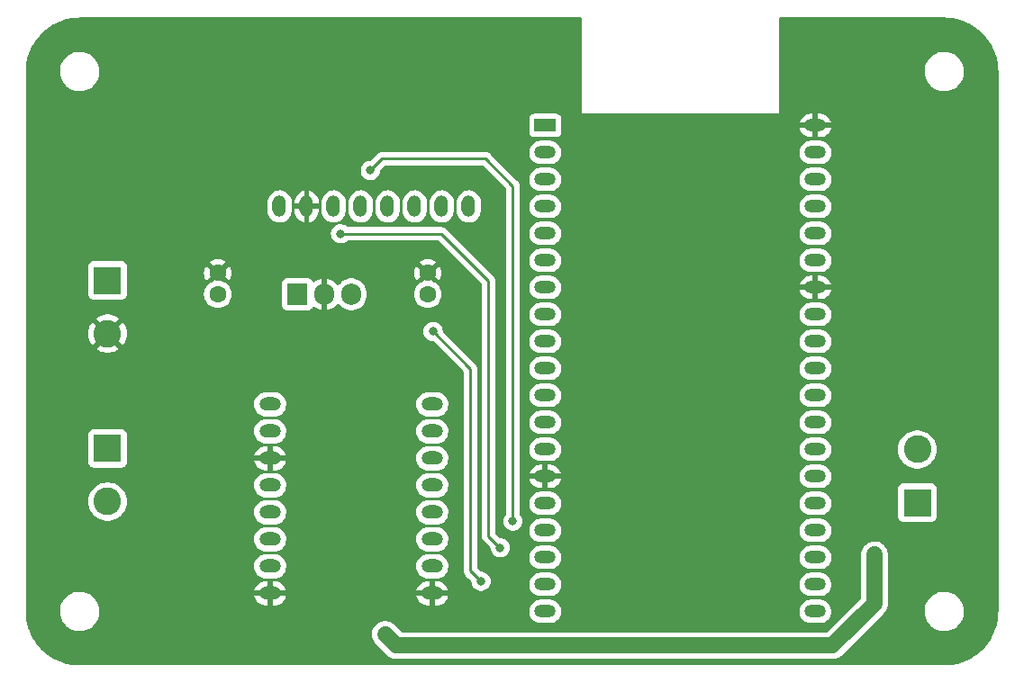
<source format=gbr>
%TF.GenerationSoftware,KiCad,Pcbnew,7.0.8*%
%TF.CreationDate,2024-04-18T13:17:51+02:00*%
%TF.ProjectId,pendulo_invertido,70656e64-756c-46f5-9f69-6e7665727469,rev?*%
%TF.SameCoordinates,Original*%
%TF.FileFunction,Copper,L2,Bot*%
%TF.FilePolarity,Positive*%
%FSLAX46Y46*%
G04 Gerber Fmt 4.6, Leading zero omitted, Abs format (unit mm)*
G04 Created by KiCad (PCBNEW 7.0.8) date 2024-04-18 13:17:51*
%MOMM*%
%LPD*%
G01*
G04 APERTURE LIST*
%TA.AperFunction,ComponentPad*%
%ADD10R,1.905000X2.000000*%
%TD*%
%TA.AperFunction,ComponentPad*%
%ADD11O,1.905000X2.000000*%
%TD*%
%TA.AperFunction,ComponentPad*%
%ADD12R,2.600000X2.600000*%
%TD*%
%TA.AperFunction,ComponentPad*%
%ADD13C,2.600000*%
%TD*%
%TA.AperFunction,ComponentPad*%
%ADD14O,1.270000X2.032000*%
%TD*%
%TA.AperFunction,ComponentPad*%
%ADD15O,2.032000X1.270000*%
%TD*%
%TA.AperFunction,ComponentPad*%
%ADD16C,1.600000*%
%TD*%
%TA.AperFunction,ComponentPad*%
%ADD17R,2.000000X1.200000*%
%TD*%
%TA.AperFunction,ComponentPad*%
%ADD18O,2.000000X1.200000*%
%TD*%
%TA.AperFunction,ViaPad*%
%ADD19C,0.800000*%
%TD*%
%TA.AperFunction,Conductor*%
%ADD20C,0.250000*%
%TD*%
%TA.AperFunction,Conductor*%
%ADD21C,1.500000*%
%TD*%
G04 APERTURE END LIST*
D10*
%TO.P,U5,1,IN*%
%TO.N,+6V*%
X101740000Y-87000000D03*
D11*
%TO.P,U5,2,GND*%
%TO.N,GND*%
X104280000Y-87000000D03*
%TO.P,U5,3,OUT*%
%TO.N,Net-(U1-5V)*%
X106820000Y-87000000D03*
%TD*%
D12*
%TO.P,J3,1*%
%TO.N,+6V*%
X83900000Y-85700000D03*
D13*
%TO.P,J3,2*%
%TO.N,GND*%
X83900000Y-90700000D03*
%TD*%
D12*
%TO.P,J2,1,Pin_1*%
%TO.N,Net-(J2-Pin_1)*%
X160020000Y-106600000D03*
D13*
%TO.P,J2,2,Pin_2*%
%TO.N,Net-(J2-Pin_2)*%
X160020000Y-101600000D03*
%TD*%
D14*
%TO.P,U2,1,VCC*%
%TO.N,Net-(U1-3V3)*%
X100070000Y-78740000D03*
%TO.P,U2,2,GND*%
%TO.N,GND*%
X102610000Y-78740000D03*
%TO.P,U2,3,SCL*%
%TO.N,Net-(U1-D3)*%
X105150000Y-78740000D03*
%TO.P,U2,4,SDA*%
%TO.N,Net-(U1-D2)*%
X107690000Y-78740000D03*
%TO.P,U2,5,XDA*%
%TO.N,unconnected-(U2-XDA-Pad5)*%
X110230000Y-78740000D03*
%TO.P,U2,6,XCL*%
%TO.N,unconnected-(U2-XCL-Pad6)*%
X112770000Y-78740000D03*
%TO.P,U2,7,ADO*%
%TO.N,unconnected-(U2-ADO-Pad7)*%
X115310000Y-78740000D03*
%TO.P,U2,8,INT*%
%TO.N,unconnected-(U2-INT-Pad8)*%
X117850000Y-78740000D03*
%TD*%
D15*
%TO.P,U3,1,VM*%
%TO.N,+6V*%
X99170000Y-97360000D03*
%TO.P,U3,2,VCC*%
%TO.N,Net-(U1-3V3)*%
X99170000Y-99900000D03*
%TO.P,U3,3,GND*%
%TO.N,GND*%
X99170000Y-102440000D03*
%TO.P,U3,4,A01*%
%TO.N,Net-(J1-Pin_1)*%
X99170000Y-104980000D03*
%TO.P,U3,5,A02*%
%TO.N,Net-(J1-Pin_2)*%
X99170000Y-107520000D03*
%TO.P,U3,6,B01*%
%TO.N,Net-(J2-Pin_1)*%
X99170000Y-110060000D03*
%TO.P,U3,7,B02*%
%TO.N,Net-(J2-Pin_2)*%
X99170000Y-112600000D03*
%TO.P,U3,8,GND*%
%TO.N,GND*%
X99170000Y-115140000D03*
%TO.P,U3,9,GND*%
X114410000Y-115140000D03*
%TO.P,U3,10,PWMB*%
%TO.N,Net-(U1-12)*%
X114410000Y-112600000D03*
%TO.P,U3,11,BIN1*%
%TO.N,Net-(U1-14)*%
X114410000Y-110060000D03*
%TO.P,U3,12,BIN2*%
%TO.N,Net-(U1-27)*%
X114410000Y-107520000D03*
%TO.P,U3,13,STBY*%
%TO.N,Net-(U1-26)*%
X114410000Y-104980000D03*
%TO.P,U3,14,AIN1*%
%TO.N,Net-(U1-25)*%
X114410000Y-102440000D03*
%TO.P,U3,15,AIN2*%
%TO.N,Net-(U1-33)*%
X114410000Y-99900000D03*
%TO.P,U3,16,PWMA*%
%TO.N,Net-(U1-32)*%
X114410000Y-97360000D03*
%TD*%
D12*
%TO.P,J1,1,Pin_1*%
%TO.N,Net-(J1-Pin_1)*%
X83900000Y-101500000D03*
D13*
%TO.P,J1,2,Pin_2*%
%TO.N,Net-(J1-Pin_2)*%
X83900000Y-106500000D03*
%TD*%
D16*
%TO.P,C2,1*%
%TO.N,Net-(U1-5V)*%
X114000000Y-87000000D03*
%TO.P,C2,2*%
%TO.N,GND*%
X114000000Y-85000000D03*
%TD*%
D17*
%TO.P,U1,1,3V3*%
%TO.N,Net-(U1-3V3)*%
X125044200Y-71120000D03*
D18*
%TO.P,U1,2,EN*%
%TO.N,unconnected-(U1-EN-Pad2)*%
X125044200Y-73660000D03*
%TO.P,U1,3,VP*%
%TO.N,unconnected-(U1-VP-Pad3)*%
X125044200Y-76200000D03*
%TO.P,U1,4,VN*%
%TO.N,unconnected-(U1-VN-Pad4)*%
X125044200Y-78740000D03*
%TO.P,U1,5,34*%
%TO.N,unconnected-(U1-34-Pad5)*%
X125044200Y-81280000D03*
%TO.P,U1,6,35*%
%TO.N,unconnected-(U1-35-Pad6)*%
X125044200Y-83820000D03*
%TO.P,U1,7,32*%
%TO.N,Net-(U1-32)*%
X125044200Y-86360000D03*
%TO.P,U1,8,33*%
%TO.N,Net-(U1-33)*%
X125044200Y-88900000D03*
%TO.P,U1,9,25*%
%TO.N,Net-(U1-25)*%
X125044200Y-91440000D03*
%TO.P,U1,10,26*%
%TO.N,Net-(U1-26)*%
X125044200Y-93980000D03*
%TO.P,U1,11,27*%
%TO.N,Net-(U1-27)*%
X125044200Y-96520000D03*
%TO.P,U1,12,14*%
%TO.N,Net-(U1-14)*%
X125044200Y-99060000D03*
%TO.P,U1,13,12*%
%TO.N,Net-(U1-12)*%
X125044200Y-101600000D03*
%TO.P,U1,14,GND*%
%TO.N,GND*%
X125044200Y-104140000D03*
%TO.P,U1,15,13*%
%TO.N,unconnected-(U1-13-Pad15)*%
X125044200Y-106680000D03*
%TO.P,U1,16,D2*%
%TO.N,Net-(U1-D2)*%
X125044200Y-109220000D03*
%TO.P,U1,17,D3*%
%TO.N,Net-(U1-D3)*%
X125044200Y-111760000D03*
%TO.P,U1,18,CMD*%
%TO.N,unconnected-(U1-CMD-Pad18)*%
X125044200Y-114300000D03*
%TO.P,U1,19,5V*%
%TO.N,Net-(U1-5V)*%
X125044200Y-116840000D03*
%TO.P,U1,20,CLK*%
%TO.N,unconnected-(U1-CLK-Pad20)*%
X150440520Y-116837280D03*
%TO.P,U1,21,D0*%
%TO.N,unconnected-(U1-D0-Pad21)*%
X150440520Y-114297280D03*
%TO.P,U1,22,D1*%
%TO.N,unconnected-(U1-D1-Pad22)*%
X150444200Y-111760000D03*
%TO.P,U1,23,15*%
%TO.N,unconnected-(U1-15-Pad23)*%
X150444200Y-109220000D03*
%TO.P,U1,24,2*%
%TO.N,unconnected-(U1-2-Pad24)*%
X150444200Y-106680000D03*
%TO.P,U1,25,0*%
%TO.N,unconnected-(U1-0-Pad25)*%
X150444200Y-104140000D03*
%TO.P,U1,26,4*%
%TO.N,unconnected-(U1-4-Pad26)*%
X150444200Y-101600000D03*
%TO.P,U1,27,16*%
%TO.N,unconnected-(U1-16-Pad27)*%
X150444200Y-99060000D03*
%TO.P,U1,28,17*%
%TO.N,unconnected-(U1-17-Pad28)*%
X150444200Y-96520000D03*
%TO.P,U1,29,5*%
%TO.N,unconnected-(U1-5-Pad29)*%
X150444200Y-93980000D03*
%TO.P,U1,30,18*%
%TO.N,unconnected-(U1-18-Pad30)*%
X150444200Y-91440000D03*
%TO.P,U1,31,19*%
%TO.N,unconnected-(U1-19-Pad31)*%
X150444200Y-88900000D03*
%TO.P,U1,32,GND*%
%TO.N,GND*%
X150444200Y-86360000D03*
%TO.P,U1,33,21*%
%TO.N,unconnected-(U1-21-Pad33)*%
X150444200Y-83820000D03*
%TO.P,U1,34,RX*%
%TO.N,unconnected-(U1-RX-Pad34)*%
X150444200Y-81280000D03*
%TO.P,U1,35,TX*%
%TO.N,unconnected-(U1-TX-Pad35)*%
X150444200Y-78740000D03*
%TO.P,U1,36,22*%
%TO.N,unconnected-(U1-22-Pad36)*%
X150444200Y-76200000D03*
%TO.P,U1,37,23*%
%TO.N,unconnected-(U1-23-Pad37)*%
X150444200Y-73660000D03*
%TO.P,U1,38,GND*%
%TO.N,GND*%
X150444200Y-71120000D03*
%TD*%
D16*
%TO.P,C1,1*%
%TO.N,+6V*%
X94260000Y-87000000D03*
%TO.P,C1,2*%
%TO.N,GND*%
X94260000Y-85000000D03*
%TD*%
D19*
%TO.N,GND*%
X101600000Y-91440000D03*
%TO.N,Net-(U1-5V)*%
X114500000Y-90500000D03*
X119000000Y-114000000D03*
%TO.N,Net-(J2-Pin_2)*%
X110000000Y-119000000D03*
X156000000Y-111500000D03*
%TO.N,Net-(U1-D2)*%
X108600000Y-75350000D03*
X122000000Y-108350000D03*
%TO.N,Net-(U1-D3)*%
X105800000Y-81300000D03*
X120800000Y-110850000D03*
%TD*%
D20*
%TO.N,Net-(U1-5V)*%
X118000000Y-113000000D02*
X119000000Y-114000000D01*
X118000000Y-94000000D02*
X118000000Y-113000000D01*
X114500000Y-90500000D02*
X118000000Y-94000000D01*
D21*
%TO.N,Net-(J2-Pin_2)*%
X152050000Y-120050000D02*
X111050000Y-120050000D01*
X111050000Y-120050000D02*
X110000000Y-119000000D01*
X156000000Y-111500000D02*
X156000000Y-116100000D01*
X156000000Y-116100000D02*
X152050000Y-120050000D01*
D20*
%TO.N,Net-(U1-D2)*%
X122000000Y-108350000D02*
X122000000Y-76800000D01*
X119450000Y-74250000D02*
X109700000Y-74250000D01*
X122000000Y-76800000D02*
X119450000Y-74250000D01*
X109700000Y-74250000D02*
X108600000Y-75350000D01*
%TO.N,Net-(U1-D3)*%
X119700000Y-85750000D02*
X115250000Y-81300000D01*
X119700000Y-109750000D02*
X119700000Y-85750000D01*
X120800000Y-110850000D02*
X119700000Y-109750000D01*
X115250000Y-81300000D02*
X105800000Y-81300000D01*
%TD*%
%TA.AperFunction,Conductor*%
%TO.N,GND*%
G36*
X128443039Y-60980185D02*
G01*
X128488794Y-61032989D01*
X128500000Y-61084500D01*
X128500000Y-70000000D01*
X147000000Y-70000000D01*
X147000000Y-66107763D01*
X160705787Y-66107763D01*
X160735413Y-66377013D01*
X160735415Y-66377024D01*
X160803926Y-66639082D01*
X160803928Y-66639088D01*
X160909870Y-66888390D01*
X160981998Y-67006575D01*
X161050979Y-67119605D01*
X161050986Y-67119615D01*
X161224253Y-67327819D01*
X161224259Y-67327824D01*
X161425998Y-67508582D01*
X161651910Y-67658044D01*
X161897176Y-67773020D01*
X161897183Y-67773022D01*
X161897185Y-67773023D01*
X162156557Y-67851057D01*
X162156564Y-67851058D01*
X162156569Y-67851060D01*
X162424561Y-67890500D01*
X162424566Y-67890500D01*
X162627636Y-67890500D01*
X162679133Y-67886730D01*
X162830156Y-67875677D01*
X162942758Y-67850593D01*
X163094546Y-67816782D01*
X163094548Y-67816781D01*
X163094553Y-67816780D01*
X163347558Y-67720014D01*
X163583777Y-67587441D01*
X163798177Y-67421888D01*
X163986186Y-67226881D01*
X164143799Y-67006579D01*
X164217787Y-66862669D01*
X164267649Y-66765690D01*
X164267651Y-66765684D01*
X164267656Y-66765675D01*
X164355118Y-66509305D01*
X164404319Y-66242933D01*
X164414212Y-65972235D01*
X164384586Y-65702982D01*
X164316072Y-65440912D01*
X164210130Y-65191610D01*
X164069018Y-64960390D01*
X163979747Y-64853119D01*
X163895746Y-64752180D01*
X163895740Y-64752175D01*
X163694002Y-64571418D01*
X163468092Y-64421957D01*
X163401391Y-64390689D01*
X163222824Y-64306980D01*
X163222819Y-64306978D01*
X163222814Y-64306976D01*
X162963442Y-64228942D01*
X162963428Y-64228939D01*
X162847791Y-64211921D01*
X162695439Y-64189500D01*
X162492369Y-64189500D01*
X162492364Y-64189500D01*
X162289844Y-64204323D01*
X162289831Y-64204325D01*
X162025453Y-64263217D01*
X162025446Y-64263220D01*
X161772439Y-64359987D01*
X161536226Y-64492557D01*
X161321822Y-64658112D01*
X161133822Y-64853109D01*
X161133816Y-64853116D01*
X160976202Y-65073419D01*
X160976199Y-65073424D01*
X160852350Y-65314309D01*
X160852343Y-65314327D01*
X160764884Y-65570685D01*
X160764881Y-65570699D01*
X160715681Y-65837068D01*
X160715680Y-65837075D01*
X160705787Y-66107763D01*
X147000000Y-66107763D01*
X147000000Y-61084500D01*
X147019685Y-61017461D01*
X147072489Y-60971706D01*
X147124000Y-60960500D01*
X162559500Y-60960500D01*
X162560000Y-60960500D01*
X162777525Y-60969496D01*
X162982732Y-60978456D01*
X162987654Y-60978870D01*
X163205755Y-61006056D01*
X163410849Y-61033058D01*
X163415420Y-61033837D01*
X163630399Y-61078913D01*
X163832714Y-61123766D01*
X163836969Y-61124869D01*
X163955715Y-61160222D01*
X164047449Y-61187533D01*
X164100220Y-61204171D01*
X164245378Y-61249939D01*
X164249180Y-61251277D01*
X164453265Y-61330912D01*
X164453908Y-61331163D01*
X164645763Y-61410632D01*
X164649234Y-61412196D01*
X164846710Y-61508737D01*
X164846733Y-61508748D01*
X165031061Y-61604704D01*
X165034169Y-61606437D01*
X165156039Y-61679054D01*
X165223108Y-61719019D01*
X165398522Y-61830771D01*
X165401212Y-61832586D01*
X165580304Y-61960456D01*
X165745405Y-62087142D01*
X165747733Y-62089019D01*
X165915753Y-62231323D01*
X166070324Y-62372962D01*
X166227037Y-62529675D01*
X166368676Y-62684246D01*
X166510979Y-62852265D01*
X166512856Y-62854593D01*
X166639543Y-63019695D01*
X166767412Y-63198786D01*
X166769244Y-63201501D01*
X166880986Y-63376901D01*
X166993561Y-63565829D01*
X166995294Y-63568937D01*
X167091251Y-63753266D01*
X167187786Y-63950731D01*
X167189366Y-63954235D01*
X167268836Y-64146091D01*
X167300362Y-64226886D01*
X167348708Y-64350785D01*
X167350072Y-64354657D01*
X167412466Y-64552549D01*
X167475124Y-64763014D01*
X167476232Y-64767286D01*
X167521099Y-64969663D01*
X167566157Y-65184559D01*
X167566946Y-65189191D01*
X167593952Y-65394318D01*
X167621126Y-65612322D01*
X167621543Y-65617288D01*
X167630512Y-65822701D01*
X167639500Y-66040000D01*
X167639500Y-116840000D01*
X167630512Y-117057298D01*
X167621543Y-117262710D01*
X167621126Y-117267676D01*
X167593952Y-117485681D01*
X167566946Y-117690807D01*
X167566157Y-117695439D01*
X167521099Y-117910336D01*
X167476232Y-118112712D01*
X167475124Y-118116984D01*
X167412466Y-118327450D01*
X167350072Y-118525341D01*
X167348700Y-118529236D01*
X167268836Y-118733908D01*
X167189366Y-118925763D01*
X167187786Y-118929267D01*
X167091251Y-119126733D01*
X166995294Y-119311061D01*
X166993561Y-119314169D01*
X166880986Y-119503098D01*
X166769244Y-119678497D01*
X166767412Y-119681212D01*
X166639543Y-119860304D01*
X166512856Y-120025405D01*
X166510979Y-120027733D01*
X166368676Y-120195753D01*
X166227037Y-120350324D01*
X166070324Y-120507037D01*
X165915753Y-120648676D01*
X165747733Y-120790979D01*
X165745405Y-120792856D01*
X165580304Y-120919543D01*
X165401212Y-121047412D01*
X165398497Y-121049244D01*
X165223098Y-121160986D01*
X165034169Y-121273561D01*
X165031061Y-121275294D01*
X164846733Y-121371251D01*
X164649267Y-121467786D01*
X164645763Y-121469366D01*
X164453908Y-121548836D01*
X164249236Y-121628700D01*
X164245341Y-121630072D01*
X164047450Y-121692466D01*
X163836984Y-121755124D01*
X163832712Y-121756232D01*
X163630336Y-121801099D01*
X163415439Y-121846157D01*
X163410807Y-121846946D01*
X163205681Y-121873952D01*
X162987676Y-121901126D01*
X162982710Y-121901543D01*
X162777298Y-121910512D01*
X162560000Y-121919500D01*
X81280000Y-121919500D01*
X81062701Y-121910512D01*
X80857288Y-121901543D01*
X80852322Y-121901126D01*
X80634318Y-121873952D01*
X80429191Y-121846946D01*
X80424559Y-121846157D01*
X80209663Y-121801099D01*
X80007286Y-121756232D01*
X80003014Y-121755124D01*
X79792549Y-121692466D01*
X79594657Y-121630072D01*
X79590785Y-121628708D01*
X79458255Y-121576995D01*
X79386091Y-121548836D01*
X79194235Y-121469366D01*
X79190731Y-121467786D01*
X78993266Y-121371251D01*
X78808937Y-121275294D01*
X78805829Y-121273561D01*
X78616901Y-121160986D01*
X78561867Y-121125926D01*
X78441494Y-121049239D01*
X78438786Y-121047412D01*
X78259695Y-120919543D01*
X78094593Y-120792856D01*
X78092265Y-120790979D01*
X77924246Y-120648676D01*
X77769675Y-120507037D01*
X77612962Y-120350324D01*
X77471323Y-120195753D01*
X77329019Y-120027733D01*
X77327142Y-120025405D01*
X77200456Y-119860304D01*
X77072586Y-119681212D01*
X77070771Y-119678522D01*
X76959013Y-119503098D01*
X76906326Y-119414678D01*
X76846437Y-119314169D01*
X76844704Y-119311061D01*
X76748748Y-119126733D01*
X76673021Y-118971831D01*
X108744761Y-118971831D01*
X108759903Y-119196407D01*
X108759903Y-119196412D01*
X108814902Y-119414678D01*
X108814903Y-119414681D01*
X108907991Y-119619622D01*
X108907997Y-119619632D01*
X109036180Y-119804654D01*
X110113642Y-120882116D01*
X110118279Y-120887304D01*
X110142492Y-120917666D01*
X110193967Y-120962639D01*
X110197000Y-120965474D01*
X110205470Y-120973944D01*
X110231312Y-120995519D01*
X110237814Y-121000947D01*
X110312004Y-121065765D01*
X110315750Y-121068003D01*
X110331624Y-121079265D01*
X110334981Y-121082068D01*
X110420659Y-121130683D01*
X110505236Y-121181215D01*
X110509327Y-121182750D01*
X110526955Y-121190996D01*
X110530755Y-121193153D01*
X110623172Y-121225491D01*
X110623746Y-121225692D01*
X110712930Y-121259164D01*
X110715976Y-121260307D01*
X110718565Y-121260776D01*
X110720274Y-121261087D01*
X110739089Y-121266053D01*
X110743217Y-121267498D01*
X110840527Y-121282910D01*
X110937450Y-121300500D01*
X110937453Y-121300500D01*
X110941828Y-121300500D01*
X110961231Y-121302028D01*
X110962938Y-121302297D01*
X110965540Y-121302710D01*
X111064002Y-121300500D01*
X151976293Y-121300500D01*
X151983231Y-121300889D01*
X152021827Y-121305238D01*
X152021829Y-121305237D01*
X152021830Y-121305238D01*
X152039586Y-121304040D01*
X152090032Y-121300639D01*
X152094188Y-121300500D01*
X152106147Y-121300500D01*
X152106155Y-121300500D01*
X152148123Y-121296722D01*
X152246412Y-121290096D01*
X152250646Y-121289028D01*
X152269841Y-121285767D01*
X152274188Y-121285377D01*
X152369165Y-121259164D01*
X152464683Y-121235096D01*
X152468655Y-121233291D01*
X152486962Y-121226654D01*
X152491170Y-121225493D01*
X152579935Y-121182746D01*
X152669626Y-121142007D01*
X152673220Y-121139516D01*
X152690035Y-121129724D01*
X152693973Y-121127829D01*
X152773676Y-121069921D01*
X152854654Y-121013820D01*
X152857743Y-121010730D01*
X152872545Y-120998088D01*
X152876078Y-120995522D01*
X152944153Y-120924320D01*
X156832127Y-117036345D01*
X156837287Y-117031733D01*
X156867666Y-117007508D01*
X156912645Y-116956023D01*
X156915462Y-116953010D01*
X156923945Y-116944529D01*
X156950951Y-116912180D01*
X156954810Y-116907763D01*
X160705787Y-116907763D01*
X160735413Y-117177013D01*
X160735415Y-117177024D01*
X160791813Y-117392748D01*
X160803928Y-117439088D01*
X160909870Y-117688390D01*
X161028937Y-117883488D01*
X161050979Y-117919605D01*
X161050986Y-117919615D01*
X161224253Y-118127819D01*
X161224259Y-118127824D01*
X161329240Y-118221887D01*
X161425998Y-118308582D01*
X161651910Y-118458044D01*
X161897176Y-118573020D01*
X161897183Y-118573022D01*
X161897185Y-118573023D01*
X162156557Y-118651057D01*
X162156564Y-118651058D01*
X162156569Y-118651060D01*
X162424561Y-118690500D01*
X162424566Y-118690500D01*
X162627636Y-118690500D01*
X162679133Y-118686730D01*
X162830156Y-118675677D01*
X162942758Y-118650593D01*
X163094546Y-118616782D01*
X163094548Y-118616781D01*
X163094553Y-118616780D01*
X163347558Y-118520014D01*
X163583777Y-118387441D01*
X163798177Y-118221888D01*
X163986186Y-118026881D01*
X164143799Y-117806579D01*
X164230795Y-117637370D01*
X164267649Y-117565690D01*
X164267651Y-117565684D01*
X164267656Y-117565675D01*
X164355118Y-117309305D01*
X164404319Y-117042933D01*
X164414212Y-116772235D01*
X164384586Y-116502982D01*
X164316072Y-116240912D01*
X164210130Y-115991610D01*
X164069018Y-115760390D01*
X164049370Y-115736780D01*
X163895746Y-115552180D01*
X163895740Y-115552175D01*
X163694002Y-115371418D01*
X163468092Y-115221957D01*
X163468090Y-115221956D01*
X163222824Y-115106980D01*
X163222819Y-115106978D01*
X163222814Y-115106976D01*
X162963442Y-115028942D01*
X162963428Y-115028939D01*
X162847791Y-115011921D01*
X162695439Y-114989500D01*
X162492369Y-114989500D01*
X162492364Y-114989500D01*
X162289844Y-115004323D01*
X162289831Y-115004325D01*
X162025453Y-115063217D01*
X162025446Y-115063220D01*
X161772439Y-115159987D01*
X161536226Y-115292557D01*
X161536224Y-115292558D01*
X161536223Y-115292559D01*
X161492506Y-115326316D01*
X161321822Y-115458112D01*
X161133822Y-115653109D01*
X161133816Y-115653116D01*
X160976202Y-115873419D01*
X160976199Y-115873424D01*
X160852350Y-116114309D01*
X160852343Y-116114327D01*
X160764884Y-116370685D01*
X160764881Y-116370699D01*
X160745486Y-116475704D01*
X160726339Y-116579368D01*
X160715681Y-116637068D01*
X160715680Y-116637075D01*
X160705787Y-116907763D01*
X156954810Y-116907763D01*
X157015765Y-116837996D01*
X157018004Y-116834248D01*
X157029266Y-116818374D01*
X157032069Y-116815018D01*
X157080691Y-116729326D01*
X157131215Y-116644764D01*
X157132744Y-116640687D01*
X157141006Y-116623028D01*
X157143154Y-116619244D01*
X157175695Y-116526244D01*
X157210307Y-116434024D01*
X157211085Y-116429735D01*
X157216057Y-116410896D01*
X157217498Y-116406782D01*
X157232912Y-116309460D01*
X157239166Y-116275000D01*
X157250500Y-116212550D01*
X157250500Y-116208175D01*
X157252027Y-116188777D01*
X157252710Y-116184464D01*
X157252711Y-116184459D01*
X157250500Y-116085952D01*
X157250500Y-111443845D01*
X157235377Y-111275812D01*
X157219500Y-111218284D01*
X157175496Y-111058839D01*
X157175491Y-111058826D01*
X157077832Y-110856033D01*
X157077828Y-110856025D01*
X156945526Y-110673927D01*
X156945525Y-110673925D01*
X156932780Y-110661740D01*
X156782825Y-110518368D01*
X156782823Y-110518366D01*
X156594966Y-110394363D01*
X156387995Y-110305899D01*
X156387982Y-110305895D01*
X156168542Y-110255810D01*
X156168538Y-110255809D01*
X156168537Y-110255809D01*
X156168536Y-110255808D01*
X156168531Y-110255808D01*
X155943674Y-110245710D01*
X155943673Y-110245710D01*
X155943670Y-110245710D01*
X155720613Y-110275925D01*
X155720610Y-110275925D01*
X155720609Y-110275926D01*
X155506534Y-110345483D01*
X155308321Y-110452146D01*
X155308318Y-110452148D01*
X155132336Y-110592489D01*
X155019487Y-110721655D01*
X154984235Y-110762004D01*
X154957361Y-110806984D01*
X154907156Y-110891014D01*
X154868785Y-110955236D01*
X154867033Y-110959905D01*
X154789692Y-111165976D01*
X154749500Y-111387450D01*
X154749500Y-115530664D01*
X154729815Y-115597703D01*
X154713181Y-115618345D01*
X151568345Y-118763181D01*
X151507022Y-118796666D01*
X151480664Y-118799500D01*
X111619336Y-118799500D01*
X111552297Y-118779815D01*
X111531655Y-118763181D01*
X110844533Y-118076059D01*
X110844529Y-118076055D01*
X110715019Y-117967932D01*
X110715013Y-117967928D01*
X110519245Y-117856847D01*
X110306786Y-117782502D01*
X110306783Y-117782501D01*
X110084460Y-117747289D01*
X109859421Y-117752340D01*
X109638911Y-117797490D01*
X109638898Y-117797494D01*
X109429991Y-117881292D01*
X109239395Y-118001051D01*
X109073254Y-118152911D01*
X108936889Y-118332009D01*
X108834701Y-118532563D01*
X108769963Y-118748150D01*
X108744762Y-118971820D01*
X108744761Y-118971831D01*
X76673021Y-118971831D01*
X76652196Y-118929234D01*
X76650632Y-118925763D01*
X76571163Y-118733908D01*
X76554225Y-118690500D01*
X76491277Y-118529180D01*
X76489939Y-118525378D01*
X76444171Y-118380220D01*
X76427533Y-118327449D01*
X76375570Y-118152911D01*
X76364869Y-118116969D01*
X76363766Y-118112712D01*
X76344738Y-118026883D01*
X76318913Y-117910399D01*
X76273837Y-117695420D01*
X76273058Y-117690849D01*
X76246047Y-117485681D01*
X76218870Y-117267654D01*
X76218456Y-117262732D01*
X76209487Y-117057298D01*
X76203303Y-116907763D01*
X79425787Y-116907763D01*
X79455413Y-117177013D01*
X79455415Y-117177024D01*
X79511813Y-117392748D01*
X79523928Y-117439088D01*
X79629870Y-117688390D01*
X79748937Y-117883488D01*
X79770979Y-117919605D01*
X79770986Y-117919615D01*
X79944253Y-118127819D01*
X79944259Y-118127824D01*
X80049240Y-118221887D01*
X80145998Y-118308582D01*
X80371910Y-118458044D01*
X80617176Y-118573020D01*
X80617183Y-118573022D01*
X80617185Y-118573023D01*
X80876557Y-118651057D01*
X80876564Y-118651058D01*
X80876569Y-118651060D01*
X81144561Y-118690500D01*
X81144566Y-118690500D01*
X81347636Y-118690500D01*
X81399133Y-118686730D01*
X81550156Y-118675677D01*
X81662758Y-118650593D01*
X81814546Y-118616782D01*
X81814548Y-118616781D01*
X81814553Y-118616780D01*
X82067558Y-118520014D01*
X82303777Y-118387441D01*
X82518177Y-118221888D01*
X82706186Y-118026881D01*
X82863799Y-117806579D01*
X82950795Y-117637370D01*
X82987649Y-117565690D01*
X82987651Y-117565684D01*
X82987656Y-117565675D01*
X83075118Y-117309305D01*
X83124319Y-117042933D01*
X83133658Y-116787401D01*
X123539946Y-116787401D01*
X123549945Y-116997327D01*
X123599496Y-117201578D01*
X123599498Y-117201582D01*
X123686798Y-117392743D01*
X123686801Y-117392748D01*
X123686802Y-117392750D01*
X123686804Y-117392753D01*
X123749827Y-117481256D01*
X123808715Y-117563953D01*
X123808720Y-117563959D01*
X123960820Y-117708985D01*
X124055778Y-117770011D01*
X124137628Y-117822613D01*
X124332743Y-117900725D01*
X124435929Y-117920612D01*
X124539114Y-117940500D01*
X124539115Y-117940500D01*
X125496619Y-117940500D01*
X125496625Y-117940500D01*
X125653418Y-117925528D01*
X125855075Y-117866316D01*
X126041882Y-117770011D01*
X126207086Y-117640092D01*
X126344719Y-117481256D01*
X126346290Y-117478536D01*
X126449801Y-117299249D01*
X126449800Y-117299249D01*
X126449804Y-117299244D01*
X126518544Y-117100633D01*
X126548454Y-116892602D01*
X126543313Y-116784681D01*
X148936266Y-116784681D01*
X148946265Y-116994607D01*
X148995816Y-117198858D01*
X148995818Y-117198862D01*
X149083118Y-117390023D01*
X149083121Y-117390028D01*
X149083122Y-117390030D01*
X149083124Y-117390033D01*
X149205034Y-117561232D01*
X149205035Y-117561233D01*
X149205040Y-117561239D01*
X149357140Y-117706265D01*
X149475765Y-117782501D01*
X149533948Y-117819893D01*
X149729063Y-117898005D01*
X149832249Y-117917892D01*
X149935434Y-117937780D01*
X149935435Y-117937780D01*
X150892939Y-117937780D01*
X150892945Y-117937780D01*
X151049738Y-117922808D01*
X151251395Y-117863596D01*
X151438202Y-117767291D01*
X151603406Y-117637372D01*
X151741039Y-117478536D01*
X151763815Y-117439088D01*
X151844551Y-117299249D01*
X151846124Y-117296524D01*
X151914864Y-117097913D01*
X151944774Y-116889882D01*
X151934774Y-116679950D01*
X151885224Y-116475704D01*
X151885221Y-116475697D01*
X151797921Y-116284536D01*
X151797918Y-116284531D01*
X151797917Y-116284530D01*
X151797916Y-116284527D01*
X151676006Y-116113328D01*
X151676004Y-116113326D01*
X151675999Y-116113320D01*
X151523899Y-115968294D01*
X151347094Y-115854668D01*
X151151975Y-115776554D01*
X150945606Y-115736780D01*
X150945605Y-115736780D01*
X149988095Y-115736780D01*
X149831302Y-115751752D01*
X149831298Y-115751753D01*
X149629647Y-115810963D01*
X149442833Y-115907271D01*
X149277636Y-116037185D01*
X149277632Y-116037189D01*
X149139998Y-116196026D01*
X149034918Y-116378030D01*
X148966176Y-116576645D01*
X148966176Y-116576647D01*
X148944225Y-116729326D01*
X148936266Y-116784681D01*
X126543313Y-116784681D01*
X126538454Y-116682670D01*
X126488904Y-116478424D01*
X126487662Y-116475704D01*
X126401601Y-116287256D01*
X126401598Y-116287251D01*
X126401597Y-116287250D01*
X126401596Y-116287247D01*
X126279686Y-116116048D01*
X126279684Y-116116046D01*
X126279679Y-116116040D01*
X126127579Y-115971014D01*
X125950774Y-115857388D01*
X125943977Y-115854667D01*
X125755657Y-115779275D01*
X125755655Y-115779274D01*
X125549286Y-115739500D01*
X125549285Y-115739500D01*
X124591775Y-115739500D01*
X124434982Y-115754472D01*
X124434978Y-115754473D01*
X124233327Y-115813683D01*
X124046513Y-115909991D01*
X123881316Y-116039905D01*
X123881312Y-116039909D01*
X123743678Y-116198746D01*
X123638598Y-116380750D01*
X123569856Y-116579365D01*
X123569856Y-116579367D01*
X123540338Y-116784678D01*
X123539946Y-116787401D01*
X83133658Y-116787401D01*
X83134212Y-116772235D01*
X83104586Y-116502982D01*
X83036072Y-116240912D01*
X82930130Y-115991610D01*
X82789018Y-115760390D01*
X82769370Y-115736780D01*
X82615746Y-115552180D01*
X82615740Y-115552175D01*
X82414002Y-115371418D01*
X82188092Y-115221957D01*
X82188090Y-115221956D01*
X81942824Y-115106980D01*
X81942819Y-115106978D01*
X81942814Y-115106976D01*
X81683442Y-115028942D01*
X81683428Y-115028939D01*
X81567791Y-115011921D01*
X81415439Y-114989500D01*
X81212369Y-114989500D01*
X81212364Y-114989500D01*
X81009844Y-115004323D01*
X81009831Y-115004325D01*
X80745453Y-115063217D01*
X80745446Y-115063220D01*
X80492439Y-115159987D01*
X80256226Y-115292557D01*
X80256224Y-115292558D01*
X80256223Y-115292559D01*
X80212506Y-115326316D01*
X80041822Y-115458112D01*
X79853822Y-115653109D01*
X79853816Y-115653116D01*
X79696202Y-115873419D01*
X79696199Y-115873424D01*
X79572350Y-116114309D01*
X79572343Y-116114327D01*
X79484884Y-116370685D01*
X79484881Y-116370699D01*
X79465486Y-116475704D01*
X79446339Y-116579368D01*
X79435681Y-116637068D01*
X79435680Y-116637075D01*
X79425787Y-116907763D01*
X76203303Y-116907763D01*
X76200500Y-116840000D01*
X76200500Y-116839500D01*
X76200500Y-114890000D01*
X97678272Y-114890000D01*
X98882283Y-114890000D01*
X98846629Y-114928731D01*
X98795552Y-115045177D01*
X98785051Y-115171898D01*
X98816266Y-115295162D01*
X98878227Y-115390000D01*
X97681727Y-115390000D01*
X97711545Y-115512913D01*
X97711547Y-115512917D01*
X97801584Y-115710071D01*
X97801591Y-115710083D01*
X97927321Y-115886647D01*
X97927324Y-115886650D01*
X98084195Y-116036226D01*
X98084197Y-116036227D01*
X98266546Y-116153416D01*
X98467780Y-116233978D01*
X98680620Y-116275000D01*
X98920000Y-116275000D01*
X98920000Y-115428220D01*
X98986157Y-115479713D01*
X99106422Y-115521000D01*
X99201569Y-115521000D01*
X99295421Y-115505339D01*
X99407251Y-115444820D01*
X99420000Y-115430970D01*
X99420000Y-116275000D01*
X99605063Y-116275000D01*
X99766776Y-116259558D01*
X99766780Y-116259557D01*
X99974753Y-116198491D01*
X100167419Y-116099165D01*
X100337804Y-115965173D01*
X100479753Y-115801352D01*
X100588125Y-115613646D01*
X100588131Y-115613633D01*
X100659023Y-115408805D01*
X100661728Y-115390000D01*
X99457717Y-115390000D01*
X99493371Y-115351269D01*
X99544448Y-115234823D01*
X99554949Y-115108102D01*
X99523734Y-114984838D01*
X99461773Y-114890000D01*
X100658273Y-114890000D01*
X112918272Y-114890000D01*
X114122283Y-114890000D01*
X114086629Y-114928731D01*
X114035552Y-115045177D01*
X114025051Y-115171898D01*
X114056266Y-115295162D01*
X114118227Y-115390000D01*
X112921727Y-115390000D01*
X112951545Y-115512913D01*
X112951547Y-115512917D01*
X113041584Y-115710071D01*
X113041591Y-115710083D01*
X113167321Y-115886647D01*
X113167324Y-115886650D01*
X113324195Y-116036226D01*
X113324197Y-116036227D01*
X113506546Y-116153416D01*
X113707780Y-116233978D01*
X113920620Y-116275000D01*
X114160000Y-116275000D01*
X114160000Y-115428220D01*
X114226157Y-115479713D01*
X114346422Y-115521000D01*
X114441569Y-115521000D01*
X114535421Y-115505339D01*
X114647251Y-115444820D01*
X114660000Y-115430970D01*
X114660000Y-116275000D01*
X114845063Y-116275000D01*
X115006776Y-116259558D01*
X115006780Y-116259557D01*
X115214753Y-116198491D01*
X115407419Y-116099165D01*
X115577804Y-115965173D01*
X115719753Y-115801352D01*
X115828125Y-115613646D01*
X115828131Y-115613633D01*
X115899023Y-115408805D01*
X115901728Y-115390000D01*
X114697717Y-115390000D01*
X114733371Y-115351269D01*
X114784448Y-115234823D01*
X114794949Y-115108102D01*
X114763734Y-114984838D01*
X114701773Y-114890000D01*
X115898273Y-114890000D01*
X115868454Y-114767086D01*
X115868452Y-114767082D01*
X115778415Y-114569928D01*
X115778408Y-114569916D01*
X115652678Y-114393352D01*
X115652675Y-114393349D01*
X115495804Y-114243773D01*
X115495802Y-114243772D01*
X115313453Y-114126583D01*
X115112219Y-114046021D01*
X114899380Y-114005000D01*
X114660000Y-114005000D01*
X114660000Y-114851779D01*
X114593843Y-114800287D01*
X114473578Y-114759000D01*
X114378431Y-114759000D01*
X114284579Y-114774661D01*
X114172749Y-114835180D01*
X114160000Y-114849029D01*
X114160000Y-114005000D01*
X113974937Y-114005000D01*
X113813223Y-114020441D01*
X113813219Y-114020442D01*
X113605246Y-114081508D01*
X113412580Y-114180834D01*
X113242195Y-114314826D01*
X113100246Y-114478647D01*
X112991874Y-114666353D01*
X112991868Y-114666366D01*
X112920976Y-114871194D01*
X112918272Y-114890000D01*
X100658273Y-114890000D01*
X100628454Y-114767086D01*
X100628452Y-114767082D01*
X100538415Y-114569928D01*
X100538408Y-114569916D01*
X100412678Y-114393352D01*
X100412675Y-114393349D01*
X100255804Y-114243773D01*
X100255802Y-114243772D01*
X100073453Y-114126583D01*
X99872219Y-114046021D01*
X99659380Y-114005000D01*
X99420000Y-114005000D01*
X99420000Y-114851779D01*
X99353843Y-114800287D01*
X99233578Y-114759000D01*
X99138431Y-114759000D01*
X99044579Y-114774661D01*
X98932749Y-114835180D01*
X98920000Y-114849029D01*
X98920000Y-114005000D01*
X98734937Y-114005000D01*
X98573223Y-114020441D01*
X98573219Y-114020442D01*
X98365246Y-114081508D01*
X98172580Y-114180834D01*
X98002195Y-114314826D01*
X97860246Y-114478647D01*
X97751874Y-114666353D01*
X97751868Y-114666366D01*
X97680976Y-114871194D01*
X97678272Y-114890000D01*
X76200500Y-114890000D01*
X76200500Y-112545727D01*
X97649627Y-112545727D01*
X97659944Y-112762331D01*
X97711070Y-112973071D01*
X97711070Y-112973073D01*
X97794972Y-113156792D01*
X97801155Y-113170332D01*
X97922988Y-113341423D01*
X97926944Y-113346978D01*
X97926949Y-113346984D01*
X98083885Y-113496621D01*
X98083887Y-113496622D01*
X98083888Y-113496623D01*
X98266317Y-113613863D01*
X98266320Y-113613864D01*
X98266321Y-113613865D01*
X98467624Y-113694455D01*
X98467629Y-113694456D01*
X98467638Y-113694460D01*
X98627339Y-113725240D01*
X98680572Y-113735500D01*
X98680573Y-113735500D01*
X99605084Y-113735500D01*
X99605091Y-113735500D01*
X99766872Y-113720052D01*
X99974942Y-113658957D01*
X100167690Y-113559588D01*
X100338149Y-113425538D01*
X100480158Y-113261651D01*
X100588585Y-113073849D01*
X100659511Y-112868922D01*
X100690373Y-112654275D01*
X100685202Y-112545727D01*
X112889627Y-112545727D01*
X112899944Y-112762331D01*
X112951070Y-112973071D01*
X112951070Y-112973073D01*
X113034972Y-113156792D01*
X113041155Y-113170332D01*
X113162988Y-113341423D01*
X113166944Y-113346978D01*
X113166949Y-113346984D01*
X113323885Y-113496621D01*
X113323887Y-113496622D01*
X113323888Y-113496623D01*
X113506317Y-113613863D01*
X113506320Y-113613864D01*
X113506321Y-113613865D01*
X113707624Y-113694455D01*
X113707629Y-113694456D01*
X113707638Y-113694460D01*
X113867339Y-113725240D01*
X113920572Y-113735500D01*
X113920573Y-113735500D01*
X114845084Y-113735500D01*
X114845091Y-113735500D01*
X115006872Y-113720052D01*
X115214942Y-113658957D01*
X115407690Y-113559588D01*
X115578149Y-113425538D01*
X115720158Y-113261651D01*
X115828585Y-113073849D01*
X115899511Y-112868922D01*
X115930373Y-112654275D01*
X115920055Y-112437666D01*
X115868929Y-112226925D01*
X115778845Y-112029668D01*
X115653057Y-111853023D01*
X115653055Y-111853021D01*
X115653050Y-111853015D01*
X115496114Y-111703378D01*
X115435302Y-111664297D01*
X115313683Y-111586137D01*
X115313680Y-111586136D01*
X115313679Y-111586135D01*
X115313678Y-111586134D01*
X115112375Y-111505544D01*
X115112363Y-111505540D01*
X115112362Y-111505540D01*
X115112360Y-111505539D01*
X115112358Y-111505539D01*
X114899428Y-111464500D01*
X114899427Y-111464500D01*
X113974909Y-111464500D01*
X113813128Y-111479948D01*
X113813124Y-111479949D01*
X113605061Y-111541041D01*
X113412309Y-111640412D01*
X113241848Y-111774464D01*
X113099846Y-111938344D01*
X113099837Y-111938355D01*
X112991416Y-112126148D01*
X112920489Y-112331076D01*
X112889627Y-112545727D01*
X100685202Y-112545727D01*
X100680055Y-112437666D01*
X100628929Y-112226925D01*
X100538845Y-112029668D01*
X100413057Y-111853023D01*
X100413055Y-111853021D01*
X100413050Y-111853015D01*
X100256114Y-111703378D01*
X100195302Y-111664297D01*
X100073683Y-111586137D01*
X100073680Y-111586136D01*
X100073679Y-111586135D01*
X100073678Y-111586134D01*
X99872375Y-111505544D01*
X99872363Y-111505540D01*
X99872362Y-111505540D01*
X99872360Y-111505539D01*
X99872358Y-111505539D01*
X99659428Y-111464500D01*
X99659427Y-111464500D01*
X98734909Y-111464500D01*
X98573128Y-111479948D01*
X98573124Y-111479949D01*
X98365061Y-111541041D01*
X98172309Y-111640412D01*
X98001848Y-111774464D01*
X97859846Y-111938344D01*
X97859837Y-111938355D01*
X97751416Y-112126148D01*
X97680489Y-112331076D01*
X97649627Y-112545727D01*
X76200500Y-112545727D01*
X76200500Y-110005727D01*
X97649627Y-110005727D01*
X97659944Y-110222331D01*
X97711070Y-110433071D01*
X97711070Y-110433073D01*
X97733285Y-110481716D01*
X97801155Y-110630332D01*
X97894918Y-110762004D01*
X97926944Y-110806978D01*
X97926949Y-110806984D01*
X98083885Y-110956621D01*
X98083887Y-110956622D01*
X98083888Y-110956623D01*
X98266317Y-111073863D01*
X98266320Y-111073864D01*
X98266321Y-111073865D01*
X98467624Y-111154455D01*
X98467629Y-111154456D01*
X98467638Y-111154460D01*
X98627339Y-111185240D01*
X98680572Y-111195500D01*
X98680573Y-111195500D01*
X99605084Y-111195500D01*
X99605091Y-111195500D01*
X99766872Y-111180052D01*
X99974942Y-111118957D01*
X100167690Y-111019588D01*
X100338149Y-110885538D01*
X100480158Y-110721651D01*
X100588585Y-110533849D01*
X100659511Y-110328922D01*
X100690373Y-110114275D01*
X100685202Y-110005727D01*
X112889627Y-110005727D01*
X112899944Y-110222331D01*
X112951070Y-110433071D01*
X112951070Y-110433073D01*
X112973285Y-110481716D01*
X113041155Y-110630332D01*
X113134918Y-110762004D01*
X113166944Y-110806978D01*
X113166949Y-110806984D01*
X113323885Y-110956621D01*
X113323887Y-110956622D01*
X113323888Y-110956623D01*
X113506317Y-111073863D01*
X113506320Y-111073864D01*
X113506321Y-111073865D01*
X113707624Y-111154455D01*
X113707629Y-111154456D01*
X113707638Y-111154460D01*
X113867339Y-111185240D01*
X113920572Y-111195500D01*
X113920573Y-111195500D01*
X114845084Y-111195500D01*
X114845091Y-111195500D01*
X115006872Y-111180052D01*
X115214942Y-111118957D01*
X115407690Y-111019588D01*
X115578149Y-110885538D01*
X115720158Y-110721651D01*
X115828585Y-110533849D01*
X115899511Y-110328922D01*
X115930373Y-110114275D01*
X115920055Y-109897666D01*
X115868929Y-109686925D01*
X115778845Y-109489668D01*
X115653057Y-109313023D01*
X115653055Y-109313021D01*
X115653050Y-109313015D01*
X115496114Y-109163378D01*
X115435302Y-109124297D01*
X115313683Y-109046137D01*
X115313680Y-109046136D01*
X115313679Y-109046135D01*
X115313678Y-109046134D01*
X115112375Y-108965544D01*
X115112363Y-108965540D01*
X115112362Y-108965540D01*
X115112360Y-108965539D01*
X115112358Y-108965539D01*
X114899428Y-108924500D01*
X114899427Y-108924500D01*
X113974909Y-108924500D01*
X113813128Y-108939948D01*
X113813124Y-108939949D01*
X113605061Y-109001041D01*
X113412309Y-109100412D01*
X113241848Y-109234464D01*
X113099846Y-109398344D01*
X113099837Y-109398355D01*
X112991416Y-109586148D01*
X112920489Y-109791076D01*
X112908102Y-109877233D01*
X112890395Y-110000388D01*
X112889627Y-110005727D01*
X100685202Y-110005727D01*
X100680055Y-109897666D01*
X100628929Y-109686925D01*
X100538845Y-109489668D01*
X100413057Y-109313023D01*
X100413055Y-109313021D01*
X100413050Y-109313015D01*
X100256114Y-109163378D01*
X100195302Y-109124297D01*
X100073683Y-109046137D01*
X100073680Y-109046136D01*
X100073679Y-109046135D01*
X100073678Y-109046134D01*
X99872375Y-108965544D01*
X99872363Y-108965540D01*
X99872362Y-108965540D01*
X99872360Y-108965539D01*
X99872358Y-108965539D01*
X99659428Y-108924500D01*
X99659427Y-108924500D01*
X98734909Y-108924500D01*
X98573128Y-108939948D01*
X98573124Y-108939949D01*
X98365061Y-109001041D01*
X98172309Y-109100412D01*
X98001848Y-109234464D01*
X97859846Y-109398344D01*
X97859837Y-109398355D01*
X97751416Y-109586148D01*
X97680489Y-109791076D01*
X97668102Y-109877233D01*
X97650395Y-110000388D01*
X97649627Y-110005727D01*
X76200500Y-110005727D01*
X76200500Y-106500004D01*
X82094451Y-106500004D01*
X82114616Y-106769101D01*
X82155830Y-106949669D01*
X82174666Y-107032195D01*
X82273257Y-107283398D01*
X82408185Y-107517102D01*
X82524225Y-107662611D01*
X82576442Y-107728089D01*
X82754252Y-107893071D01*
X82774259Y-107911635D01*
X82997226Y-108063651D01*
X83240359Y-108180738D01*
X83498228Y-108260280D01*
X83498229Y-108260280D01*
X83498232Y-108260281D01*
X83765063Y-108300499D01*
X83765068Y-108300499D01*
X83765071Y-108300500D01*
X83765072Y-108300500D01*
X84034928Y-108300500D01*
X84034929Y-108300500D01*
X84034936Y-108300499D01*
X84301767Y-108260281D01*
X84301768Y-108260280D01*
X84301772Y-108260280D01*
X84559641Y-108180738D01*
X84802775Y-108063651D01*
X85025741Y-107911635D01*
X85183209Y-107765526D01*
X85223557Y-107728089D01*
X85223557Y-107728087D01*
X85223561Y-107728085D01*
X85391815Y-107517102D01*
X85421476Y-107465727D01*
X97649627Y-107465727D01*
X97659944Y-107682331D01*
X97711070Y-107893071D01*
X97711070Y-107893073D01*
X97711071Y-107893075D01*
X97801155Y-108090332D01*
X97922174Y-108260280D01*
X97926944Y-108266978D01*
X97926949Y-108266984D01*
X98083885Y-108416621D01*
X98083887Y-108416622D01*
X98083888Y-108416623D01*
X98266317Y-108533863D01*
X98266320Y-108533864D01*
X98266321Y-108533865D01*
X98467624Y-108614455D01*
X98467629Y-108614456D01*
X98467638Y-108614460D01*
X98627339Y-108645240D01*
X98680572Y-108655500D01*
X98680573Y-108655500D01*
X99605084Y-108655500D01*
X99605091Y-108655500D01*
X99766872Y-108640052D01*
X99974942Y-108578957D01*
X100167690Y-108479588D01*
X100338149Y-108345538D01*
X100480158Y-108181651D01*
X100588585Y-107993849D01*
X100659511Y-107788922D01*
X100690373Y-107574275D01*
X100685202Y-107465727D01*
X112889627Y-107465727D01*
X112899944Y-107682331D01*
X112951070Y-107893071D01*
X112951070Y-107893073D01*
X112951071Y-107893075D01*
X113041155Y-108090332D01*
X113162174Y-108260280D01*
X113166944Y-108266978D01*
X113166949Y-108266984D01*
X113323885Y-108416621D01*
X113323887Y-108416622D01*
X113323888Y-108416623D01*
X113506317Y-108533863D01*
X113506320Y-108533864D01*
X113506321Y-108533865D01*
X113707624Y-108614455D01*
X113707629Y-108614456D01*
X113707638Y-108614460D01*
X113867339Y-108645240D01*
X113920572Y-108655500D01*
X113920573Y-108655500D01*
X114845084Y-108655500D01*
X114845091Y-108655500D01*
X115006872Y-108640052D01*
X115214942Y-108578957D01*
X115407690Y-108479588D01*
X115578149Y-108345538D01*
X115720158Y-108181651D01*
X115828585Y-107993849D01*
X115899511Y-107788922D01*
X115930373Y-107574275D01*
X115920055Y-107357666D01*
X115868929Y-107146925D01*
X115778845Y-106949668D01*
X115653057Y-106773023D01*
X115653055Y-106773021D01*
X115653050Y-106773015D01*
X115496114Y-106623378D01*
X115435302Y-106584297D01*
X115313683Y-106506137D01*
X115313680Y-106506136D01*
X115313679Y-106506135D01*
X115313678Y-106506134D01*
X115112375Y-106425544D01*
X115112363Y-106425540D01*
X115112362Y-106425540D01*
X115112360Y-106425539D01*
X115112358Y-106425539D01*
X114899428Y-106384500D01*
X114899427Y-106384500D01*
X113974909Y-106384500D01*
X113813128Y-106399948D01*
X113813124Y-106399949D01*
X113605061Y-106461041D01*
X113412309Y-106560412D01*
X113241848Y-106694464D01*
X113099846Y-106858344D01*
X113099837Y-106858355D01*
X112991416Y-107046148D01*
X112920489Y-107251076D01*
X112889627Y-107465727D01*
X100685202Y-107465727D01*
X100680055Y-107357666D01*
X100628929Y-107146925D01*
X100538845Y-106949668D01*
X100413057Y-106773023D01*
X100413055Y-106773021D01*
X100413050Y-106773015D01*
X100256114Y-106623378D01*
X100195302Y-106584297D01*
X100073683Y-106506137D01*
X100073680Y-106506136D01*
X100073679Y-106506135D01*
X100073678Y-106506134D01*
X99872375Y-106425544D01*
X99872363Y-106425540D01*
X99872362Y-106425540D01*
X99872360Y-106425539D01*
X99872358Y-106425539D01*
X99659428Y-106384500D01*
X99659427Y-106384500D01*
X98734909Y-106384500D01*
X98573128Y-106399948D01*
X98573124Y-106399949D01*
X98365061Y-106461041D01*
X98172309Y-106560412D01*
X98001848Y-106694464D01*
X97859846Y-106858344D01*
X97859837Y-106858355D01*
X97751416Y-107046148D01*
X97680489Y-107251076D01*
X97649627Y-107465727D01*
X85421476Y-107465727D01*
X85526743Y-107283398D01*
X85625334Y-107032195D01*
X85685383Y-106769103D01*
X85705089Y-106506137D01*
X85705549Y-106500004D01*
X85705549Y-106499995D01*
X85685383Y-106230898D01*
X85683067Y-106220750D01*
X85625334Y-105967805D01*
X85526743Y-105716602D01*
X85391815Y-105482898D01*
X85223561Y-105271915D01*
X85223560Y-105271914D01*
X85223557Y-105271910D01*
X85025741Y-105088365D01*
X84980711Y-105057664D01*
X84802775Y-104936349D01*
X84802769Y-104936346D01*
X84802768Y-104936345D01*
X84802767Y-104936344D01*
X84780720Y-104925727D01*
X97649627Y-104925727D01*
X97659944Y-105142331D01*
X97711070Y-105353071D01*
X97711070Y-105353073D01*
X97711071Y-105353075D01*
X97801155Y-105550332D01*
X97905872Y-105697387D01*
X97926944Y-105726978D01*
X97926949Y-105726984D01*
X98083885Y-105876621D01*
X98083887Y-105876622D01*
X98083888Y-105876623D01*
X98266317Y-105993863D01*
X98266320Y-105993864D01*
X98266321Y-105993865D01*
X98467624Y-106074455D01*
X98467629Y-106074456D01*
X98467638Y-106074460D01*
X98627339Y-106105240D01*
X98680572Y-106115500D01*
X98680573Y-106115500D01*
X99605084Y-106115500D01*
X99605091Y-106115500D01*
X99766872Y-106100052D01*
X99974942Y-106038957D01*
X100167690Y-105939588D01*
X100338149Y-105805538D01*
X100480158Y-105641651D01*
X100588585Y-105453849D01*
X100659511Y-105248922D01*
X100690373Y-105034275D01*
X100685202Y-104925727D01*
X112889627Y-104925727D01*
X112899944Y-105142331D01*
X112951070Y-105353071D01*
X112951070Y-105353073D01*
X112951071Y-105353075D01*
X113041155Y-105550332D01*
X113145872Y-105697387D01*
X113166944Y-105726978D01*
X113166949Y-105726984D01*
X113323885Y-105876621D01*
X113323887Y-105876622D01*
X113323888Y-105876623D01*
X113506317Y-105993863D01*
X113506320Y-105993864D01*
X113506321Y-105993865D01*
X113707624Y-106074455D01*
X113707629Y-106074456D01*
X113707638Y-106074460D01*
X113867339Y-106105240D01*
X113920572Y-106115500D01*
X113920573Y-106115500D01*
X114845084Y-106115500D01*
X114845091Y-106115500D01*
X115006872Y-106100052D01*
X115214942Y-106038957D01*
X115407690Y-105939588D01*
X115578149Y-105805538D01*
X115720158Y-105641651D01*
X115828585Y-105453849D01*
X115899511Y-105248922D01*
X115930373Y-105034275D01*
X115920055Y-104817666D01*
X115868929Y-104606925D01*
X115778845Y-104409668D01*
X115653057Y-104233023D01*
X115653055Y-104233021D01*
X115653050Y-104233015D01*
X115496114Y-104083378D01*
X115435302Y-104044297D01*
X115313683Y-103966137D01*
X115313680Y-103966136D01*
X115313679Y-103966135D01*
X115313678Y-103966134D01*
X115112375Y-103885544D01*
X115112363Y-103885540D01*
X115112362Y-103885540D01*
X115112360Y-103885539D01*
X115112358Y-103885539D01*
X114899428Y-103844500D01*
X114899427Y-103844500D01*
X113974909Y-103844500D01*
X113813128Y-103859948D01*
X113813124Y-103859949D01*
X113605061Y-103921041D01*
X113412309Y-104020412D01*
X113241848Y-104154464D01*
X113099846Y-104318344D01*
X113099837Y-104318355D01*
X112991416Y-104506148D01*
X112920489Y-104711076D01*
X112906854Y-104805908D01*
X112899623Y-104856206D01*
X112889627Y-104925727D01*
X100685202Y-104925727D01*
X100680055Y-104817666D01*
X100628929Y-104606925D01*
X100538845Y-104409668D01*
X100413057Y-104233023D01*
X100413055Y-104233021D01*
X100413050Y-104233015D01*
X100256114Y-104083378D01*
X100195302Y-104044297D01*
X100073683Y-103966137D01*
X100073680Y-103966136D01*
X100073679Y-103966135D01*
X100073678Y-103966134D01*
X99872375Y-103885544D01*
X99872363Y-103885540D01*
X99872362Y-103885540D01*
X99872360Y-103885539D01*
X99872358Y-103885539D01*
X99659428Y-103844500D01*
X99659427Y-103844500D01*
X98734909Y-103844500D01*
X98573128Y-103859948D01*
X98573124Y-103859949D01*
X98365061Y-103921041D01*
X98172309Y-104020412D01*
X98001848Y-104154464D01*
X97859846Y-104318344D01*
X97859837Y-104318355D01*
X97751416Y-104506148D01*
X97680489Y-104711076D01*
X97666854Y-104805908D01*
X97659623Y-104856206D01*
X97649627Y-104925727D01*
X84780720Y-104925727D01*
X84559643Y-104819263D01*
X84559645Y-104819263D01*
X84301773Y-104739720D01*
X84301767Y-104739718D01*
X84034936Y-104699500D01*
X84034929Y-104699500D01*
X83765071Y-104699500D01*
X83765063Y-104699500D01*
X83498232Y-104739718D01*
X83498226Y-104739720D01*
X83240358Y-104819262D01*
X82997230Y-104936346D01*
X82774258Y-105088365D01*
X82576442Y-105271910D01*
X82408185Y-105482898D01*
X82273258Y-105716599D01*
X82273256Y-105716603D01*
X82174666Y-105967804D01*
X82174664Y-105967811D01*
X82114616Y-106230898D01*
X82094451Y-106499995D01*
X82094451Y-106500004D01*
X76200500Y-106500004D01*
X76200500Y-102847870D01*
X82099500Y-102847870D01*
X82099501Y-102847876D01*
X82105908Y-102907483D01*
X82156202Y-103042328D01*
X82156206Y-103042335D01*
X82242452Y-103157544D01*
X82242455Y-103157547D01*
X82357664Y-103243793D01*
X82357671Y-103243797D01*
X82492517Y-103294091D01*
X82492516Y-103294091D01*
X82499444Y-103294835D01*
X82552127Y-103300500D01*
X85247872Y-103300499D01*
X85307483Y-103294091D01*
X85442331Y-103243796D01*
X85557546Y-103157546D01*
X85643796Y-103042331D01*
X85694091Y-102907483D01*
X85700500Y-102847873D01*
X85700500Y-102190000D01*
X97678272Y-102190000D01*
X98882283Y-102190000D01*
X98846629Y-102228731D01*
X98795552Y-102345177D01*
X98785051Y-102471898D01*
X98816266Y-102595162D01*
X98878227Y-102690000D01*
X97681727Y-102690000D01*
X97711545Y-102812913D01*
X97711547Y-102812917D01*
X97801584Y-103010071D01*
X97801591Y-103010083D01*
X97927321Y-103186647D01*
X97927324Y-103186650D01*
X98084195Y-103336226D01*
X98084197Y-103336227D01*
X98266546Y-103453416D01*
X98467780Y-103533978D01*
X98680620Y-103575000D01*
X98920000Y-103575000D01*
X98920000Y-102728220D01*
X98986157Y-102779713D01*
X99106422Y-102821000D01*
X99201569Y-102821000D01*
X99295421Y-102805339D01*
X99407251Y-102744820D01*
X99420000Y-102730970D01*
X99420000Y-103575000D01*
X99605063Y-103575000D01*
X99766776Y-103559558D01*
X99766780Y-103559557D01*
X99974753Y-103498491D01*
X100167419Y-103399165D01*
X100337804Y-103265173D01*
X100479753Y-103101352D01*
X100588125Y-102913646D01*
X100588131Y-102913633D01*
X100659023Y-102708805D01*
X100661728Y-102690000D01*
X99457717Y-102690000D01*
X99493371Y-102651269D01*
X99544448Y-102534823D01*
X99554949Y-102408102D01*
X99549283Y-102385727D01*
X112889627Y-102385727D01*
X112899944Y-102602331D01*
X112951070Y-102813071D01*
X112951070Y-102813073D01*
X112994186Y-102907483D01*
X113041155Y-103010332D01*
X113145986Y-103157547D01*
X113166944Y-103186978D01*
X113166949Y-103186984D01*
X113323885Y-103336621D01*
X113323887Y-103336622D01*
X113323888Y-103336623D01*
X113506317Y-103453863D01*
X113506320Y-103453864D01*
X113506321Y-103453865D01*
X113707624Y-103534455D01*
X113707629Y-103534456D01*
X113707638Y-103534460D01*
X113867339Y-103565240D01*
X113920572Y-103575500D01*
X113920573Y-103575500D01*
X114845084Y-103575500D01*
X114845091Y-103575500D01*
X115006872Y-103560052D01*
X115214942Y-103498957D01*
X115407690Y-103399588D01*
X115578149Y-103265538D01*
X115720158Y-103101651D01*
X115828585Y-102913849D01*
X115899511Y-102708922D01*
X115930373Y-102494275D01*
X115920055Y-102277666D01*
X115868929Y-102066925D01*
X115778845Y-101869668D01*
X115653057Y-101693023D01*
X115653055Y-101693021D01*
X115653050Y-101693015D01*
X115496114Y-101543378D01*
X115398793Y-101480834D01*
X115313683Y-101426137D01*
X115313680Y-101426136D01*
X115313679Y-101426135D01*
X115313678Y-101426134D01*
X115112375Y-101345544D01*
X115112363Y-101345540D01*
X115112362Y-101345540D01*
X115112360Y-101345539D01*
X115112358Y-101345539D01*
X114899428Y-101304500D01*
X114899427Y-101304500D01*
X113974909Y-101304500D01*
X113813128Y-101319948D01*
X113813124Y-101319949D01*
X113605061Y-101381041D01*
X113412309Y-101480412D01*
X113241848Y-101614464D01*
X113099846Y-101778344D01*
X113099837Y-101778355D01*
X112991416Y-101966148D01*
X112920489Y-102171076D01*
X112920489Y-102171078D01*
X112889962Y-102383400D01*
X112889627Y-102385727D01*
X99549283Y-102385727D01*
X99523734Y-102284838D01*
X99461773Y-102190000D01*
X100658273Y-102190000D01*
X100628454Y-102067086D01*
X100628452Y-102067082D01*
X100538415Y-101869928D01*
X100538408Y-101869916D01*
X100412678Y-101693352D01*
X100412675Y-101693349D01*
X100255804Y-101543773D01*
X100255802Y-101543772D01*
X100073453Y-101426583D01*
X99872219Y-101346021D01*
X99659380Y-101305000D01*
X99420000Y-101305000D01*
X99420000Y-102151779D01*
X99353843Y-102100287D01*
X99233578Y-102059000D01*
X99138431Y-102059000D01*
X99044579Y-102074661D01*
X98932749Y-102135180D01*
X98920000Y-102149029D01*
X98920000Y-101305000D01*
X98734937Y-101305000D01*
X98573223Y-101320441D01*
X98573219Y-101320442D01*
X98365246Y-101381508D01*
X98172580Y-101480834D01*
X98002195Y-101614826D01*
X97860246Y-101778647D01*
X97751874Y-101966353D01*
X97751868Y-101966366D01*
X97680976Y-102171194D01*
X97678272Y-102190000D01*
X85700500Y-102190000D01*
X85700499Y-100152128D01*
X85694091Y-100092517D01*
X85691778Y-100086316D01*
X85643797Y-99957671D01*
X85643793Y-99957664D01*
X85559996Y-99845727D01*
X97649627Y-99845727D01*
X97659944Y-100062331D01*
X97711070Y-100273071D01*
X97711070Y-100273073D01*
X97711071Y-100273075D01*
X97801155Y-100470332D01*
X97881313Y-100582898D01*
X97926944Y-100646978D01*
X97926949Y-100646984D01*
X98083885Y-100796621D01*
X98083887Y-100796622D01*
X98083888Y-100796623D01*
X98266317Y-100913863D01*
X98266320Y-100913864D01*
X98266321Y-100913865D01*
X98467624Y-100994455D01*
X98467629Y-100994456D01*
X98467638Y-100994460D01*
X98627339Y-101025240D01*
X98680572Y-101035500D01*
X98680573Y-101035500D01*
X99605084Y-101035500D01*
X99605091Y-101035500D01*
X99766872Y-101020052D01*
X99974942Y-100958957D01*
X100167690Y-100859588D01*
X100338149Y-100725538D01*
X100480158Y-100561651D01*
X100588585Y-100373849D01*
X100659511Y-100168922D01*
X100690373Y-99954275D01*
X100685202Y-99845727D01*
X112889627Y-99845727D01*
X112899944Y-100062331D01*
X112951070Y-100273071D01*
X112951070Y-100273073D01*
X112951071Y-100273075D01*
X113041155Y-100470332D01*
X113121313Y-100582898D01*
X113166944Y-100646978D01*
X113166949Y-100646984D01*
X113323885Y-100796621D01*
X113323887Y-100796622D01*
X113323888Y-100796623D01*
X113506317Y-100913863D01*
X113506320Y-100913864D01*
X113506321Y-100913865D01*
X113707624Y-100994455D01*
X113707629Y-100994456D01*
X113707638Y-100994460D01*
X113867339Y-101025240D01*
X113920572Y-101035500D01*
X113920573Y-101035500D01*
X114845084Y-101035500D01*
X114845091Y-101035500D01*
X115006872Y-101020052D01*
X115214942Y-100958957D01*
X115407690Y-100859588D01*
X115578149Y-100725538D01*
X115720158Y-100561651D01*
X115828585Y-100373849D01*
X115899511Y-100168922D01*
X115930373Y-99954275D01*
X115920055Y-99737666D01*
X115868929Y-99526925D01*
X115778845Y-99329668D01*
X115653057Y-99153023D01*
X115653055Y-99153021D01*
X115653050Y-99153015D01*
X115496114Y-99003378D01*
X115435302Y-98964297D01*
X115313683Y-98886137D01*
X115313680Y-98886136D01*
X115313679Y-98886135D01*
X115313678Y-98886134D01*
X115112375Y-98805544D01*
X115112363Y-98805540D01*
X115112362Y-98805540D01*
X115112360Y-98805539D01*
X115112358Y-98805539D01*
X114899428Y-98764500D01*
X114899427Y-98764500D01*
X113974909Y-98764500D01*
X113813128Y-98779948D01*
X113813124Y-98779949D01*
X113605061Y-98841041D01*
X113412309Y-98940412D01*
X113241848Y-99074464D01*
X113099846Y-99238344D01*
X113099837Y-99238355D01*
X112991416Y-99426148D01*
X112920489Y-99631076D01*
X112920489Y-99631078D01*
X112890098Y-99842454D01*
X112889627Y-99845727D01*
X100685202Y-99845727D01*
X100680055Y-99737666D01*
X100628929Y-99526925D01*
X100538845Y-99329668D01*
X100413057Y-99153023D01*
X100413055Y-99153021D01*
X100413050Y-99153015D01*
X100256114Y-99003378D01*
X100195302Y-98964297D01*
X100073683Y-98886137D01*
X100073680Y-98886136D01*
X100073679Y-98886135D01*
X100073678Y-98886134D01*
X99872375Y-98805544D01*
X99872363Y-98805540D01*
X99872362Y-98805540D01*
X99872360Y-98805539D01*
X99872358Y-98805539D01*
X99659428Y-98764500D01*
X99659427Y-98764500D01*
X98734909Y-98764500D01*
X98573128Y-98779948D01*
X98573124Y-98779949D01*
X98365061Y-98841041D01*
X98172309Y-98940412D01*
X98001848Y-99074464D01*
X97859846Y-99238344D01*
X97859837Y-99238355D01*
X97751416Y-99426148D01*
X97680489Y-99631076D01*
X97680489Y-99631078D01*
X97650098Y-99842454D01*
X97649627Y-99845727D01*
X85559996Y-99845727D01*
X85557547Y-99842455D01*
X85557544Y-99842452D01*
X85442335Y-99756206D01*
X85442328Y-99756202D01*
X85307482Y-99705908D01*
X85307483Y-99705908D01*
X85247883Y-99699501D01*
X85247881Y-99699500D01*
X85247873Y-99699500D01*
X85247864Y-99699500D01*
X82552129Y-99699500D01*
X82552123Y-99699501D01*
X82492516Y-99705908D01*
X82357671Y-99756202D01*
X82357664Y-99756206D01*
X82242455Y-99842452D01*
X82242452Y-99842455D01*
X82156206Y-99957664D01*
X82156202Y-99957671D01*
X82105908Y-100092517D01*
X82100209Y-100145528D01*
X82099501Y-100152123D01*
X82099500Y-100152135D01*
X82099500Y-102847870D01*
X76200500Y-102847870D01*
X76200500Y-97305727D01*
X97649627Y-97305727D01*
X97659944Y-97522331D01*
X97711070Y-97733071D01*
X97711070Y-97733073D01*
X97711071Y-97733075D01*
X97801155Y-97930332D01*
X97905872Y-98077387D01*
X97926944Y-98106978D01*
X97926949Y-98106984D01*
X98083885Y-98256621D01*
X98083887Y-98256622D01*
X98083888Y-98256623D01*
X98266317Y-98373863D01*
X98266320Y-98373864D01*
X98266321Y-98373865D01*
X98467624Y-98454455D01*
X98467629Y-98454456D01*
X98467638Y-98454460D01*
X98627339Y-98485240D01*
X98680572Y-98495500D01*
X98680573Y-98495500D01*
X99605084Y-98495500D01*
X99605091Y-98495500D01*
X99766872Y-98480052D01*
X99974942Y-98418957D01*
X100167690Y-98319588D01*
X100338149Y-98185538D01*
X100480158Y-98021651D01*
X100588585Y-97833849D01*
X100659511Y-97628922D01*
X100690373Y-97414275D01*
X100685202Y-97305727D01*
X112889627Y-97305727D01*
X112899944Y-97522331D01*
X112951070Y-97733071D01*
X112951070Y-97733073D01*
X112951071Y-97733075D01*
X113041155Y-97930332D01*
X113145872Y-98077387D01*
X113166944Y-98106978D01*
X113166949Y-98106984D01*
X113323885Y-98256621D01*
X113323887Y-98256622D01*
X113323888Y-98256623D01*
X113506317Y-98373863D01*
X113506320Y-98373864D01*
X113506321Y-98373865D01*
X113707624Y-98454455D01*
X113707629Y-98454456D01*
X113707638Y-98454460D01*
X113867339Y-98485240D01*
X113920572Y-98495500D01*
X113920573Y-98495500D01*
X114845084Y-98495500D01*
X114845091Y-98495500D01*
X115006872Y-98480052D01*
X115214942Y-98418957D01*
X115407690Y-98319588D01*
X115578149Y-98185538D01*
X115720158Y-98021651D01*
X115828585Y-97833849D01*
X115899511Y-97628922D01*
X115930373Y-97414275D01*
X115920055Y-97197666D01*
X115868929Y-96986925D01*
X115778845Y-96789668D01*
X115653057Y-96613023D01*
X115653055Y-96613021D01*
X115653050Y-96613015D01*
X115496114Y-96463378D01*
X115435302Y-96424297D01*
X115313683Y-96346137D01*
X115313680Y-96346136D01*
X115313679Y-96346135D01*
X115313678Y-96346134D01*
X115112375Y-96265544D01*
X115112363Y-96265540D01*
X115112362Y-96265540D01*
X115112360Y-96265539D01*
X115112358Y-96265539D01*
X114899428Y-96224500D01*
X114899427Y-96224500D01*
X113974909Y-96224500D01*
X113813128Y-96239948D01*
X113813124Y-96239949D01*
X113605061Y-96301041D01*
X113412309Y-96400412D01*
X113241848Y-96534464D01*
X113099846Y-96698344D01*
X113099837Y-96698355D01*
X112991416Y-96886148D01*
X112920489Y-97091076D01*
X112889627Y-97305727D01*
X100685202Y-97305727D01*
X100680055Y-97197666D01*
X100628929Y-96986925D01*
X100538845Y-96789668D01*
X100413057Y-96613023D01*
X100413055Y-96613021D01*
X100413050Y-96613015D01*
X100256114Y-96463378D01*
X100195302Y-96424297D01*
X100073683Y-96346137D01*
X100073680Y-96346136D01*
X100073679Y-96346135D01*
X100073678Y-96346134D01*
X99872375Y-96265544D01*
X99872363Y-96265540D01*
X99872362Y-96265540D01*
X99872360Y-96265539D01*
X99872358Y-96265539D01*
X99659428Y-96224500D01*
X99659427Y-96224500D01*
X98734909Y-96224500D01*
X98573128Y-96239948D01*
X98573124Y-96239949D01*
X98365061Y-96301041D01*
X98172309Y-96400412D01*
X98001848Y-96534464D01*
X97859846Y-96698344D01*
X97859837Y-96698355D01*
X97751416Y-96886148D01*
X97680489Y-97091076D01*
X97649627Y-97305727D01*
X76200500Y-97305727D01*
X76200500Y-90700004D01*
X82094953Y-90700004D01*
X82115113Y-90969026D01*
X82115113Y-90969028D01*
X82175142Y-91232033D01*
X82175148Y-91232052D01*
X82273709Y-91483181D01*
X82273708Y-91483181D01*
X82408602Y-91716822D01*
X82462294Y-91784151D01*
X83297452Y-90948992D01*
X83307188Y-90978956D01*
X83395186Y-91117619D01*
X83514903Y-91230040D01*
X83649510Y-91304041D01*
X82814848Y-92138702D01*
X82997483Y-92263220D01*
X82997485Y-92263221D01*
X83240539Y-92380269D01*
X83240537Y-92380269D01*
X83498337Y-92459790D01*
X83498343Y-92459792D01*
X83765101Y-92499999D01*
X83765110Y-92500000D01*
X84034890Y-92500000D01*
X84034898Y-92499999D01*
X84301656Y-92459792D01*
X84301662Y-92459790D01*
X84559461Y-92380269D01*
X84802521Y-92263218D01*
X84985150Y-92138702D01*
X84147534Y-91301086D01*
X84215629Y-91274126D01*
X84348492Y-91177595D01*
X84453175Y-91051055D01*
X84501631Y-90948079D01*
X85337703Y-91784151D01*
X85337704Y-91784150D01*
X85391393Y-91716828D01*
X85391400Y-91716817D01*
X85526290Y-91483181D01*
X85624851Y-91232052D01*
X85624857Y-91232033D01*
X85684886Y-90969028D01*
X85684886Y-90969026D01*
X85705047Y-90700004D01*
X85705047Y-90699995D01*
X85690059Y-90500000D01*
X113594540Y-90500000D01*
X113614326Y-90688256D01*
X113614327Y-90688259D01*
X113672818Y-90868277D01*
X113672821Y-90868284D01*
X113767467Y-91032216D01*
X113894129Y-91172888D01*
X114047265Y-91284148D01*
X114047270Y-91284151D01*
X114220192Y-91361142D01*
X114220197Y-91361144D01*
X114405354Y-91400500D01*
X114464548Y-91400500D01*
X114531587Y-91420185D01*
X114552229Y-91436819D01*
X117338181Y-94222771D01*
X117371666Y-94284094D01*
X117374500Y-94310452D01*
X117374500Y-112917255D01*
X117372775Y-112932872D01*
X117373061Y-112932899D01*
X117372326Y-112940665D01*
X117374500Y-113009814D01*
X117374500Y-113039343D01*
X117374501Y-113039360D01*
X117375368Y-113046231D01*
X117375826Y-113052050D01*
X117377290Y-113098624D01*
X117377291Y-113098627D01*
X117382880Y-113117867D01*
X117386824Y-113136911D01*
X117389336Y-113156791D01*
X117406490Y-113200119D01*
X117408382Y-113205647D01*
X117418152Y-113239275D01*
X117421382Y-113250390D01*
X117428041Y-113261651D01*
X117431580Y-113267634D01*
X117440138Y-113285103D01*
X117447514Y-113303732D01*
X117474898Y-113341423D01*
X117478106Y-113346307D01*
X117501827Y-113386416D01*
X117501833Y-113386424D01*
X117515990Y-113400580D01*
X117528628Y-113415376D01*
X117540405Y-113431586D01*
X117540406Y-113431587D01*
X117576309Y-113461288D01*
X117580620Y-113465210D01*
X117835460Y-113720050D01*
X118061038Y-113945628D01*
X118094523Y-114006951D01*
X118096678Y-114020347D01*
X118099377Y-114046021D01*
X118114326Y-114188256D01*
X118114327Y-114188259D01*
X118172818Y-114368277D01*
X118172821Y-114368284D01*
X118267467Y-114532216D01*
X118381496Y-114658858D01*
X118394129Y-114672888D01*
X118547265Y-114784148D01*
X118547270Y-114784151D01*
X118720192Y-114861142D01*
X118720197Y-114861144D01*
X118905354Y-114900500D01*
X118905355Y-114900500D01*
X119094644Y-114900500D01*
X119094646Y-114900500D01*
X119279803Y-114861144D01*
X119452730Y-114784151D01*
X119605871Y-114672888D01*
X119732533Y-114532216D01*
X119827179Y-114368284D01*
X119866457Y-114247401D01*
X123539946Y-114247401D01*
X123549945Y-114457327D01*
X123599496Y-114661578D01*
X123599498Y-114661582D01*
X123686798Y-114852743D01*
X123686801Y-114852748D01*
X123686802Y-114852750D01*
X123686804Y-114852753D01*
X123794738Y-115004325D01*
X123808715Y-115023953D01*
X123808720Y-115023959D01*
X123960820Y-115168985D01*
X124055778Y-115230011D01*
X124137628Y-115282613D01*
X124332743Y-115360725D01*
X124435929Y-115380612D01*
X124539114Y-115400500D01*
X124539115Y-115400500D01*
X125496619Y-115400500D01*
X125496625Y-115400500D01*
X125653418Y-115385528D01*
X125855075Y-115326316D01*
X126041882Y-115230011D01*
X126052124Y-115221957D01*
X126130925Y-115159986D01*
X126207086Y-115100092D01*
X126344719Y-114941256D01*
X126346290Y-114938536D01*
X126449801Y-114759249D01*
X126449800Y-114759249D01*
X126449804Y-114759244D01*
X126518544Y-114560633D01*
X126548454Y-114352602D01*
X126543313Y-114244681D01*
X148936266Y-114244681D01*
X148946265Y-114454607D01*
X148995816Y-114658858D01*
X148995818Y-114658862D01*
X149083118Y-114850023D01*
X149083121Y-114850028D01*
X149083122Y-114850030D01*
X149083124Y-114850033D01*
X149179118Y-114984838D01*
X149205035Y-115021233D01*
X149205040Y-115021239D01*
X149357140Y-115166265D01*
X149463818Y-115234823D01*
X149533948Y-115279893D01*
X149729063Y-115358005D01*
X149798656Y-115371418D01*
X149935434Y-115397780D01*
X149935435Y-115397780D01*
X150892939Y-115397780D01*
X150892945Y-115397780D01*
X151049738Y-115382808D01*
X151251395Y-115323596D01*
X151438202Y-115227291D01*
X151603406Y-115097372D01*
X151741039Y-114938536D01*
X151769062Y-114890000D01*
X151830175Y-114784148D01*
X151846124Y-114756524D01*
X151914864Y-114557913D01*
X151944774Y-114349882D01*
X151934774Y-114139950D01*
X151885224Y-113935704D01*
X151841860Y-113840750D01*
X151797921Y-113744536D01*
X151797918Y-113744531D01*
X151797917Y-113744530D01*
X151797916Y-113744527D01*
X151676006Y-113573328D01*
X151676004Y-113573326D01*
X151675999Y-113573320D01*
X151523899Y-113428294D01*
X151347094Y-113314668D01*
X151319777Y-113303732D01*
X151214647Y-113261644D01*
X151151975Y-113236554D01*
X150945606Y-113196780D01*
X150945605Y-113196780D01*
X149988095Y-113196780D01*
X149831302Y-113211752D01*
X149831298Y-113211753D01*
X149629647Y-113270963D01*
X149442833Y-113367271D01*
X149277636Y-113497185D01*
X149277632Y-113497189D01*
X149139998Y-113656026D01*
X149034918Y-113838030D01*
X148966176Y-114036645D01*
X148966176Y-114036647D01*
X148936397Y-114243773D01*
X148936266Y-114244681D01*
X126543313Y-114244681D01*
X126538454Y-114142670D01*
X126488904Y-113938424D01*
X126487662Y-113935704D01*
X126401601Y-113747256D01*
X126401598Y-113747251D01*
X126401597Y-113747250D01*
X126401596Y-113747247D01*
X126279686Y-113576048D01*
X126279684Y-113576046D01*
X126279679Y-113576040D01*
X126127579Y-113431014D01*
X125950774Y-113317388D01*
X125943977Y-113314667D01*
X125755657Y-113239275D01*
X125755655Y-113239274D01*
X125549286Y-113199500D01*
X125549285Y-113199500D01*
X124591775Y-113199500D01*
X124434982Y-113214472D01*
X124434978Y-113214473D01*
X124233327Y-113273683D01*
X124233325Y-113273683D01*
X124233325Y-113273684D01*
X124223793Y-113278597D01*
X124046513Y-113369991D01*
X123881316Y-113499905D01*
X123881312Y-113499909D01*
X123743678Y-113658746D01*
X123638598Y-113840750D01*
X123569856Y-114039365D01*
X123569856Y-114039367D01*
X123540338Y-114244678D01*
X123539946Y-114247401D01*
X119866457Y-114247401D01*
X119885674Y-114188256D01*
X119905460Y-114000000D01*
X119885674Y-113811744D01*
X119827179Y-113631716D01*
X119732533Y-113467784D01*
X119605871Y-113327112D01*
X119592486Y-113317387D01*
X119452734Y-113215851D01*
X119452729Y-113215848D01*
X119279807Y-113138857D01*
X119279802Y-113138855D01*
X119134001Y-113107865D01*
X119094646Y-113099500D01*
X119094645Y-113099500D01*
X119035452Y-113099500D01*
X118968413Y-113079815D01*
X118947771Y-113063181D01*
X118661819Y-112777228D01*
X118628334Y-112715905D01*
X118625500Y-112689547D01*
X118625500Y-94082737D01*
X118627224Y-94067123D01*
X118626938Y-94067096D01*
X118627672Y-94059333D01*
X118625500Y-93990202D01*
X118625500Y-93960651D01*
X118625500Y-93960650D01*
X118624629Y-93953759D01*
X118624172Y-93947945D01*
X118622709Y-93901374D01*
X118622709Y-93901372D01*
X118617120Y-93882137D01*
X118613174Y-93863084D01*
X118610664Y-93843208D01*
X118593501Y-93799859D01*
X118591614Y-93794346D01*
X118578617Y-93749610D01*
X118578616Y-93749608D01*
X118568421Y-93732369D01*
X118559860Y-93714893D01*
X118552486Y-93696269D01*
X118552486Y-93696267D01*
X118542474Y-93682488D01*
X118525083Y-93658550D01*
X118521900Y-93653705D01*
X118498170Y-93613579D01*
X118498165Y-93613573D01*
X118484005Y-93599413D01*
X118471370Y-93584620D01*
X118459593Y-93568412D01*
X118423693Y-93538713D01*
X118419381Y-93534790D01*
X115438960Y-90554369D01*
X115405475Y-90493046D01*
X115403323Y-90479668D01*
X115385674Y-90311744D01*
X115327179Y-90131716D01*
X115232533Y-89967784D01*
X115105871Y-89827112D01*
X115105870Y-89827111D01*
X114952734Y-89715851D01*
X114952729Y-89715848D01*
X114779807Y-89638857D01*
X114779802Y-89638855D01*
X114634001Y-89607865D01*
X114594646Y-89599500D01*
X114405354Y-89599500D01*
X114372897Y-89606398D01*
X114220197Y-89638855D01*
X114220192Y-89638857D01*
X114047270Y-89715848D01*
X114047265Y-89715851D01*
X113894129Y-89827111D01*
X113767466Y-89967785D01*
X113672821Y-90131715D01*
X113672818Y-90131722D01*
X113614327Y-90311740D01*
X113614326Y-90311744D01*
X113594540Y-90500000D01*
X85690059Y-90500000D01*
X85684886Y-90430973D01*
X85684886Y-90430971D01*
X85624857Y-90167966D01*
X85624851Y-90167947D01*
X85526290Y-89916818D01*
X85526291Y-89916818D01*
X85391397Y-89683177D01*
X85337704Y-89615847D01*
X84502546Y-90451004D01*
X84492812Y-90421044D01*
X84404814Y-90282381D01*
X84285097Y-90169960D01*
X84150489Y-90095958D01*
X84985150Y-89261296D01*
X84802517Y-89136779D01*
X84802516Y-89136778D01*
X84559460Y-89019730D01*
X84559462Y-89019730D01*
X84301662Y-88940209D01*
X84301656Y-88940207D01*
X84034898Y-88900000D01*
X83765101Y-88900000D01*
X83498343Y-88940207D01*
X83498337Y-88940209D01*
X83240538Y-89019730D01*
X82997485Y-89136778D01*
X82997476Y-89136783D01*
X82814848Y-89261296D01*
X83652465Y-90098913D01*
X83584371Y-90125874D01*
X83451508Y-90222405D01*
X83346825Y-90348945D01*
X83298368Y-90451921D01*
X82462295Y-89615848D01*
X82408600Y-89683180D01*
X82273709Y-89916818D01*
X82175148Y-90167947D01*
X82175142Y-90167966D01*
X82115113Y-90430971D01*
X82115113Y-90430973D01*
X82094953Y-90699995D01*
X82094953Y-90700004D01*
X76200500Y-90700004D01*
X76200500Y-87047870D01*
X82099500Y-87047870D01*
X82099501Y-87047876D01*
X82105908Y-87107483D01*
X82156202Y-87242328D01*
X82156206Y-87242335D01*
X82242452Y-87357544D01*
X82242455Y-87357547D01*
X82357664Y-87443793D01*
X82357671Y-87443797D01*
X82492517Y-87494091D01*
X82492516Y-87494091D01*
X82499444Y-87494835D01*
X82552127Y-87500500D01*
X85247872Y-87500499D01*
X85307483Y-87494091D01*
X85442331Y-87443796D01*
X85557546Y-87357546D01*
X85643796Y-87242331D01*
X85694091Y-87107483D01*
X85700500Y-87047873D01*
X85700500Y-87000001D01*
X92954532Y-87000001D01*
X92974364Y-87226686D01*
X92974366Y-87226697D01*
X93033258Y-87446488D01*
X93033261Y-87446497D01*
X93129431Y-87652732D01*
X93129432Y-87652734D01*
X93259954Y-87839141D01*
X93420858Y-88000045D01*
X93420861Y-88000047D01*
X93607266Y-88130568D01*
X93813504Y-88226739D01*
X94033308Y-88285635D01*
X94195230Y-88299801D01*
X94259998Y-88305468D01*
X94260000Y-88305468D01*
X94260002Y-88305468D01*
X94316673Y-88300509D01*
X94486692Y-88285635D01*
X94706496Y-88226739D01*
X94912734Y-88130568D01*
X95030840Y-88047870D01*
X100287000Y-88047870D01*
X100287001Y-88047876D01*
X100293408Y-88107483D01*
X100343702Y-88242328D01*
X100343706Y-88242335D01*
X100429952Y-88357544D01*
X100429955Y-88357547D01*
X100545164Y-88443793D01*
X100545171Y-88443797D01*
X100680017Y-88494091D01*
X100680016Y-88494091D01*
X100686944Y-88494835D01*
X100739627Y-88500500D01*
X102740372Y-88500499D01*
X102799983Y-88494091D01*
X102934831Y-88443796D01*
X103050046Y-88357546D01*
X103136296Y-88242331D01*
X103136297Y-88242328D01*
X103136298Y-88242327D01*
X103147907Y-88211199D01*
X103189776Y-88155264D01*
X103255240Y-88130844D01*
X103323513Y-88145694D01*
X103340252Y-88156675D01*
X103482831Y-88267649D01*
X103482840Y-88267655D01*
X103694531Y-88382215D01*
X103694545Y-88382221D01*
X103922207Y-88460379D01*
X104030000Y-88478366D01*
X104030000Y-87491683D01*
X104058819Y-87509209D01*
X104204404Y-87550000D01*
X104317622Y-87550000D01*
X104429783Y-87534584D01*
X104530000Y-87491053D01*
X104530000Y-88478365D01*
X104637792Y-88460379D01*
X104865454Y-88382221D01*
X104865468Y-88382215D01*
X105077159Y-88267655D01*
X105077168Y-88267649D01*
X105267116Y-88119806D01*
X105267126Y-88119797D01*
X105430154Y-87942702D01*
X105430155Y-87942701D01*
X105445891Y-87918616D01*
X105499036Y-87873258D01*
X105568267Y-87863833D01*
X105631604Y-87893333D01*
X105653510Y-87918614D01*
X105669446Y-87943007D01*
X105669448Y-87943009D01*
X105669449Y-87943010D01*
X105832537Y-88120171D01*
X105969455Y-88226738D01*
X106022017Y-88267649D01*
X106022561Y-88268072D01*
X106168871Y-88347251D01*
X106233478Y-88382215D01*
X106234336Y-88382679D01*
X106352598Y-88423278D01*
X106462083Y-88460865D01*
X106462085Y-88460865D01*
X106462087Y-88460866D01*
X106699601Y-88500500D01*
X106699602Y-88500500D01*
X106940398Y-88500500D01*
X106940399Y-88500500D01*
X107177913Y-88460866D01*
X107405664Y-88382679D01*
X107617439Y-88268072D01*
X107807463Y-88120171D01*
X107970551Y-87943010D01*
X108102255Y-87741422D01*
X108198983Y-87520905D01*
X108258095Y-87287476D01*
X108273000Y-87107600D01*
X108273000Y-87000001D01*
X112694532Y-87000001D01*
X112714364Y-87226686D01*
X112714366Y-87226697D01*
X112773258Y-87446488D01*
X112773261Y-87446497D01*
X112869431Y-87652732D01*
X112869432Y-87652734D01*
X112999954Y-87839141D01*
X113160858Y-88000045D01*
X113160861Y-88000047D01*
X113347266Y-88130568D01*
X113553504Y-88226739D01*
X113773308Y-88285635D01*
X113935230Y-88299801D01*
X113999998Y-88305468D01*
X114000000Y-88305468D01*
X114000002Y-88305468D01*
X114056673Y-88300509D01*
X114226692Y-88285635D01*
X114446496Y-88226739D01*
X114652734Y-88130568D01*
X114839139Y-88000047D01*
X115000047Y-87839139D01*
X115130568Y-87652734D01*
X115226739Y-87446496D01*
X115285635Y-87226692D01*
X115305468Y-87000000D01*
X115285635Y-86773308D01*
X115226739Y-86553504D01*
X115130568Y-86347266D01*
X115000047Y-86160861D01*
X115000045Y-86160858D01*
X114839141Y-85999954D01*
X114652734Y-85869432D01*
X114652732Y-85869431D01*
X114446497Y-85773261D01*
X114441992Y-85772054D01*
X114386408Y-85739961D01*
X114044401Y-85397953D01*
X114125148Y-85385165D01*
X114238045Y-85327641D01*
X114327641Y-85238045D01*
X114385165Y-85125148D01*
X114397953Y-85044400D01*
X115079025Y-85725472D01*
X115130136Y-85652478D01*
X115226264Y-85446331D01*
X115226269Y-85446317D01*
X115285139Y-85226610D01*
X115285141Y-85226599D01*
X115304966Y-85000002D01*
X115304966Y-84999997D01*
X115285141Y-84773400D01*
X115285139Y-84773389D01*
X115226269Y-84553682D01*
X115226265Y-84553673D01*
X115130133Y-84347516D01*
X115130131Y-84347512D01*
X115079026Y-84274526D01*
X115079025Y-84274526D01*
X114397953Y-84955598D01*
X114385165Y-84874852D01*
X114327641Y-84761955D01*
X114238045Y-84672359D01*
X114125148Y-84614835D01*
X114044400Y-84602046D01*
X114725472Y-83920974D01*
X114725471Y-83920973D01*
X114652483Y-83869866D01*
X114652481Y-83869865D01*
X114446326Y-83773734D01*
X114446317Y-83773730D01*
X114226610Y-83714860D01*
X114226599Y-83714858D01*
X114000002Y-83695034D01*
X113999998Y-83695034D01*
X113773400Y-83714858D01*
X113773389Y-83714860D01*
X113553682Y-83773730D01*
X113553673Y-83773734D01*
X113347513Y-83869868D01*
X113274527Y-83920972D01*
X113274526Y-83920973D01*
X113955600Y-84602046D01*
X113874852Y-84614835D01*
X113761955Y-84672359D01*
X113672359Y-84761955D01*
X113614835Y-84874852D01*
X113602046Y-84955599D01*
X112920973Y-84274526D01*
X112920972Y-84274527D01*
X112869868Y-84347513D01*
X112773734Y-84553673D01*
X112773730Y-84553682D01*
X112714860Y-84773389D01*
X112714858Y-84773400D01*
X112695034Y-84999997D01*
X112695034Y-85000002D01*
X112714858Y-85226599D01*
X112714860Y-85226610D01*
X112773730Y-85446317D01*
X112773734Y-85446326D01*
X112869865Y-85652481D01*
X112869866Y-85652483D01*
X112920973Y-85725471D01*
X112920974Y-85725472D01*
X113602046Y-85044399D01*
X113614835Y-85125148D01*
X113672359Y-85238045D01*
X113761955Y-85327641D01*
X113874852Y-85385165D01*
X113955599Y-85397953D01*
X113613590Y-85739961D01*
X113558012Y-85772052D01*
X113553508Y-85773259D01*
X113553503Y-85773260D01*
X113347267Y-85869431D01*
X113347265Y-85869432D01*
X113160858Y-85999954D01*
X112999954Y-86160858D01*
X112869432Y-86347265D01*
X112869431Y-86347267D01*
X112773261Y-86553502D01*
X112773258Y-86553511D01*
X112714366Y-86773302D01*
X112714364Y-86773313D01*
X112694532Y-86999998D01*
X112694532Y-87000001D01*
X108273000Y-87000001D01*
X108273000Y-86892400D01*
X108258095Y-86712524D01*
X108198983Y-86479095D01*
X108102255Y-86258578D01*
X107970551Y-86056990D01*
X107807463Y-85879829D01*
X107650505Y-85757664D01*
X107617441Y-85731929D01*
X107405665Y-85617321D01*
X107405656Y-85617318D01*
X107177916Y-85539134D01*
X106978800Y-85505908D01*
X106940399Y-85499500D01*
X106699601Y-85499500D01*
X106661200Y-85505908D01*
X106462083Y-85539134D01*
X106234343Y-85617318D01*
X106234334Y-85617321D01*
X106022558Y-85731929D01*
X105893041Y-85832737D01*
X105832537Y-85879829D01*
X105832534Y-85879831D01*
X105832534Y-85879832D01*
X105669450Y-86056988D01*
X105669446Y-86056994D01*
X105653507Y-86081389D01*
X105600359Y-86126744D01*
X105531127Y-86136165D01*
X105467793Y-86106661D01*
X105445892Y-86081385D01*
X105430154Y-86057296D01*
X105267126Y-85880202D01*
X105267116Y-85880193D01*
X105077168Y-85732350D01*
X105077159Y-85732344D01*
X104865468Y-85617784D01*
X104865454Y-85617778D01*
X104637791Y-85539619D01*
X104530000Y-85521633D01*
X104530000Y-86508316D01*
X104501181Y-86490791D01*
X104355596Y-86450000D01*
X104242378Y-86450000D01*
X104130217Y-86465416D01*
X104030000Y-86508946D01*
X104030000Y-85521633D01*
X104029999Y-85521633D01*
X103922208Y-85539619D01*
X103694545Y-85617778D01*
X103694531Y-85617784D01*
X103482840Y-85732344D01*
X103482838Y-85732345D01*
X103340252Y-85843325D01*
X103275258Y-85868967D01*
X103206718Y-85855400D01*
X103156393Y-85806932D01*
X103147907Y-85788801D01*
X103141660Y-85772052D01*
X103136296Y-85757669D01*
X103136295Y-85757668D01*
X103136293Y-85757664D01*
X103050047Y-85642455D01*
X103050044Y-85642452D01*
X102934835Y-85556206D01*
X102934828Y-85556202D01*
X102799982Y-85505908D01*
X102799983Y-85505908D01*
X102740383Y-85499501D01*
X102740381Y-85499500D01*
X102740373Y-85499500D01*
X102740364Y-85499500D01*
X100739629Y-85499500D01*
X100739623Y-85499501D01*
X100680016Y-85505908D01*
X100545171Y-85556202D01*
X100545164Y-85556206D01*
X100429955Y-85642452D01*
X100429952Y-85642455D01*
X100343706Y-85757664D01*
X100343702Y-85757671D01*
X100293408Y-85892517D01*
X100287001Y-85952116D01*
X100287000Y-85952135D01*
X100287000Y-88047870D01*
X95030840Y-88047870D01*
X95099139Y-88000047D01*
X95260047Y-87839139D01*
X95390568Y-87652734D01*
X95486739Y-87446496D01*
X95545635Y-87226692D01*
X95565468Y-87000000D01*
X95545635Y-86773308D01*
X95486739Y-86553504D01*
X95390568Y-86347266D01*
X95260047Y-86160861D01*
X95260045Y-86160858D01*
X95099141Y-85999954D01*
X94912734Y-85869432D01*
X94912732Y-85869431D01*
X94706497Y-85773261D01*
X94701992Y-85772054D01*
X94646408Y-85739961D01*
X94304401Y-85397953D01*
X94385148Y-85385165D01*
X94498045Y-85327641D01*
X94587641Y-85238045D01*
X94645165Y-85125148D01*
X94657953Y-85044400D01*
X95339025Y-85725472D01*
X95390136Y-85652478D01*
X95486264Y-85446331D01*
X95486269Y-85446317D01*
X95545139Y-85226610D01*
X95545141Y-85226599D01*
X95564966Y-85000002D01*
X95564966Y-84999997D01*
X95545141Y-84773400D01*
X95545139Y-84773389D01*
X95486269Y-84553682D01*
X95486265Y-84553673D01*
X95390133Y-84347516D01*
X95390131Y-84347512D01*
X95339026Y-84274526D01*
X95339025Y-84274526D01*
X94657953Y-84955598D01*
X94645165Y-84874852D01*
X94587641Y-84761955D01*
X94498045Y-84672359D01*
X94385148Y-84614835D01*
X94304400Y-84602046D01*
X94985472Y-83920974D01*
X94985471Y-83920973D01*
X94912483Y-83869866D01*
X94912481Y-83869865D01*
X94706326Y-83773734D01*
X94706317Y-83773730D01*
X94486610Y-83714860D01*
X94486599Y-83714858D01*
X94260002Y-83695034D01*
X94259998Y-83695034D01*
X94033400Y-83714858D01*
X94033389Y-83714860D01*
X93813682Y-83773730D01*
X93813673Y-83773734D01*
X93607513Y-83869868D01*
X93534527Y-83920972D01*
X93534526Y-83920973D01*
X94215600Y-84602046D01*
X94134852Y-84614835D01*
X94021955Y-84672359D01*
X93932359Y-84761955D01*
X93874835Y-84874852D01*
X93862046Y-84955599D01*
X93180973Y-84274526D01*
X93180972Y-84274527D01*
X93129868Y-84347513D01*
X93033734Y-84553673D01*
X93033730Y-84553682D01*
X92974860Y-84773389D01*
X92974858Y-84773400D01*
X92955034Y-84999997D01*
X92955034Y-85000002D01*
X92974858Y-85226599D01*
X92974860Y-85226610D01*
X93033730Y-85446317D01*
X93033734Y-85446326D01*
X93129865Y-85652481D01*
X93129866Y-85652483D01*
X93180973Y-85725471D01*
X93180974Y-85725472D01*
X93862046Y-85044399D01*
X93874835Y-85125148D01*
X93932359Y-85238045D01*
X94021955Y-85327641D01*
X94134852Y-85385165D01*
X94215599Y-85397953D01*
X93873590Y-85739961D01*
X93818012Y-85772052D01*
X93813508Y-85773259D01*
X93813503Y-85773260D01*
X93607267Y-85869431D01*
X93607265Y-85869432D01*
X93420858Y-85999954D01*
X93259954Y-86160858D01*
X93129432Y-86347265D01*
X93129431Y-86347267D01*
X93033261Y-86553502D01*
X93033258Y-86553511D01*
X92974366Y-86773302D01*
X92974364Y-86773313D01*
X92954532Y-86999998D01*
X92954532Y-87000001D01*
X85700500Y-87000001D01*
X85700499Y-84352128D01*
X85694091Y-84292517D01*
X85689142Y-84279249D01*
X85643797Y-84157671D01*
X85643793Y-84157664D01*
X85557547Y-84042455D01*
X85557544Y-84042452D01*
X85442335Y-83956206D01*
X85442328Y-83956202D01*
X85307482Y-83905908D01*
X85307483Y-83905908D01*
X85247883Y-83899501D01*
X85247881Y-83899500D01*
X85247873Y-83899500D01*
X85247864Y-83899500D01*
X82552129Y-83899500D01*
X82552123Y-83899501D01*
X82492516Y-83905908D01*
X82357671Y-83956202D01*
X82357664Y-83956206D01*
X82242455Y-84042452D01*
X82242452Y-84042455D01*
X82156206Y-84157664D01*
X82156202Y-84157671D01*
X82105908Y-84292517D01*
X82099996Y-84347512D01*
X82099501Y-84352123D01*
X82099500Y-84352135D01*
X82099500Y-87047870D01*
X76200500Y-87047870D01*
X76200500Y-81300000D01*
X104894540Y-81300000D01*
X104914326Y-81488256D01*
X104914327Y-81488259D01*
X104972818Y-81668277D01*
X104972821Y-81668284D01*
X105067467Y-81832216D01*
X105169185Y-81945185D01*
X105194129Y-81972888D01*
X105347265Y-82084148D01*
X105347270Y-82084151D01*
X105520192Y-82161142D01*
X105520197Y-82161144D01*
X105705354Y-82200500D01*
X105705355Y-82200500D01*
X105894644Y-82200500D01*
X105894646Y-82200500D01*
X106079803Y-82161144D01*
X106252730Y-82084151D01*
X106405871Y-81972888D01*
X106408788Y-81969647D01*
X106411600Y-81966526D01*
X106471087Y-81929879D01*
X106503748Y-81925500D01*
X114939548Y-81925500D01*
X115006587Y-81945185D01*
X115027229Y-81961819D01*
X119038181Y-85972771D01*
X119071666Y-86034094D01*
X119074500Y-86060452D01*
X119074500Y-109667255D01*
X119072775Y-109682872D01*
X119073061Y-109682899D01*
X119072326Y-109690665D01*
X119074500Y-109759814D01*
X119074500Y-109789343D01*
X119074501Y-109789360D01*
X119075368Y-109796231D01*
X119075826Y-109802050D01*
X119077290Y-109848624D01*
X119077291Y-109848627D01*
X119082880Y-109867867D01*
X119086824Y-109886911D01*
X119089336Y-109906791D01*
X119106490Y-109950119D01*
X119108382Y-109955647D01*
X119121381Y-110000388D01*
X119131580Y-110017634D01*
X119140138Y-110035103D01*
X119147514Y-110053732D01*
X119174898Y-110091423D01*
X119178106Y-110096307D01*
X119201827Y-110136416D01*
X119201833Y-110136424D01*
X119215990Y-110150580D01*
X119228627Y-110165375D01*
X119240406Y-110181587D01*
X119265822Y-110202613D01*
X119276309Y-110211288D01*
X119280620Y-110215210D01*
X119724909Y-110659500D01*
X119861038Y-110795629D01*
X119894523Y-110856952D01*
X119896678Y-110870348D01*
X119904968Y-110949227D01*
X119914326Y-111038256D01*
X119914327Y-111038259D01*
X119972818Y-111218277D01*
X119972821Y-111218284D01*
X120067467Y-111382216D01*
X120178508Y-111505539D01*
X120194129Y-111522888D01*
X120347265Y-111634148D01*
X120347270Y-111634151D01*
X120520192Y-111711142D01*
X120520197Y-111711144D01*
X120705354Y-111750500D01*
X120705355Y-111750500D01*
X120894644Y-111750500D01*
X120894646Y-111750500D01*
X121079803Y-111711144D01*
X121088210Y-111707401D01*
X123539946Y-111707401D01*
X123549945Y-111917327D01*
X123599496Y-112121578D01*
X123599498Y-112121582D01*
X123686798Y-112312743D01*
X123686801Y-112312748D01*
X123686802Y-112312750D01*
X123686804Y-112312753D01*
X123808714Y-112483952D01*
X123808715Y-112483953D01*
X123808720Y-112483959D01*
X123960820Y-112628985D01*
X124055778Y-112690011D01*
X124137628Y-112742613D01*
X124332743Y-112820725D01*
X124435929Y-112840612D01*
X124539114Y-112860500D01*
X124539115Y-112860500D01*
X125496619Y-112860500D01*
X125496625Y-112860500D01*
X125653418Y-112845528D01*
X125855075Y-112786316D01*
X126041882Y-112690011D01*
X126207086Y-112560092D01*
X126344719Y-112401256D01*
X126385237Y-112331078D01*
X126449801Y-112219249D01*
X126449800Y-112219249D01*
X126449804Y-112219244D01*
X126518544Y-112020633D01*
X126548454Y-111812602D01*
X126543443Y-111707401D01*
X148939946Y-111707401D01*
X148949945Y-111917327D01*
X148999496Y-112121578D01*
X148999498Y-112121582D01*
X149086798Y-112312743D01*
X149086801Y-112312748D01*
X149086802Y-112312750D01*
X149086804Y-112312753D01*
X149208714Y-112483952D01*
X149208715Y-112483953D01*
X149208720Y-112483959D01*
X149360820Y-112628985D01*
X149455778Y-112690011D01*
X149537628Y-112742613D01*
X149732743Y-112820725D01*
X149835929Y-112840612D01*
X149939114Y-112860500D01*
X149939115Y-112860500D01*
X150896619Y-112860500D01*
X150896625Y-112860500D01*
X151053418Y-112845528D01*
X151255075Y-112786316D01*
X151441882Y-112690011D01*
X151607086Y-112560092D01*
X151744719Y-112401256D01*
X151785237Y-112331078D01*
X151849801Y-112219249D01*
X151849800Y-112219249D01*
X151849804Y-112219244D01*
X151918544Y-112020633D01*
X151948454Y-111812602D01*
X151938454Y-111602670D01*
X151888904Y-111398424D01*
X151883894Y-111387453D01*
X151801601Y-111207256D01*
X151801598Y-111207251D01*
X151801597Y-111207250D01*
X151801596Y-111207247D01*
X151679686Y-111036048D01*
X151679684Y-111036046D01*
X151679679Y-111036040D01*
X151527579Y-110891014D01*
X151350774Y-110777388D01*
X151155655Y-110699274D01*
X150949286Y-110659500D01*
X150949285Y-110659500D01*
X149991775Y-110659500D01*
X149834982Y-110674472D01*
X149834978Y-110674473D01*
X149633327Y-110733683D01*
X149446513Y-110829991D01*
X149281316Y-110959905D01*
X149281312Y-110959909D01*
X149143678Y-111118746D01*
X149038598Y-111300750D01*
X148969856Y-111499365D01*
X148969856Y-111499367D01*
X148940525Y-111703377D01*
X148939946Y-111707401D01*
X126543443Y-111707401D01*
X126538454Y-111602670D01*
X126488904Y-111398424D01*
X126483894Y-111387453D01*
X126401601Y-111207256D01*
X126401598Y-111207251D01*
X126401597Y-111207250D01*
X126401596Y-111207247D01*
X126279686Y-111036048D01*
X126279684Y-111036046D01*
X126279679Y-111036040D01*
X126127579Y-110891014D01*
X125950774Y-110777388D01*
X125755655Y-110699274D01*
X125549286Y-110659500D01*
X125549285Y-110659500D01*
X124591775Y-110659500D01*
X124434982Y-110674472D01*
X124434978Y-110674473D01*
X124233327Y-110733683D01*
X124046513Y-110829991D01*
X123881316Y-110959905D01*
X123881312Y-110959909D01*
X123743678Y-111118746D01*
X123638598Y-111300750D01*
X123569856Y-111499365D01*
X123569856Y-111499367D01*
X123540525Y-111703377D01*
X123539946Y-111707401D01*
X121088210Y-111707401D01*
X121252730Y-111634151D01*
X121405871Y-111522888D01*
X121532533Y-111382216D01*
X121627179Y-111218284D01*
X121685674Y-111038256D01*
X121705460Y-110850000D01*
X121685674Y-110661744D01*
X121627179Y-110481716D01*
X121532533Y-110317784D01*
X121405871Y-110177112D01*
X121389718Y-110165376D01*
X121252734Y-110065851D01*
X121252729Y-110065848D01*
X121079807Y-109988857D01*
X121079802Y-109988855D01*
X120934001Y-109957865D01*
X120894646Y-109949500D01*
X120894645Y-109949500D01*
X120835452Y-109949500D01*
X120768413Y-109929815D01*
X120747771Y-109913181D01*
X120361819Y-109527228D01*
X120328334Y-109465905D01*
X120325500Y-109439547D01*
X120325500Y-85832737D01*
X120327224Y-85817123D01*
X120326938Y-85817096D01*
X120327672Y-85809333D01*
X120325500Y-85740202D01*
X120325500Y-85710651D01*
X120325500Y-85710650D01*
X120324629Y-85703759D01*
X120324172Y-85697945D01*
X120322709Y-85651374D01*
X120322709Y-85651372D01*
X120317120Y-85632137D01*
X120313174Y-85613084D01*
X120310664Y-85593208D01*
X120293501Y-85549859D01*
X120291614Y-85544346D01*
X120278617Y-85499610D01*
X120278616Y-85499608D01*
X120268421Y-85482369D01*
X120259860Y-85464893D01*
X120252486Y-85446269D01*
X120252486Y-85446267D01*
X120240659Y-85429989D01*
X120225083Y-85408550D01*
X120221900Y-85403705D01*
X120198170Y-85363579D01*
X120198165Y-85363573D01*
X120184005Y-85349413D01*
X120171370Y-85334620D01*
X120159593Y-85318412D01*
X120123693Y-85288713D01*
X120119381Y-85284790D01*
X115750803Y-80916212D01*
X115740980Y-80903950D01*
X115740759Y-80904134D01*
X115735786Y-80898123D01*
X115685364Y-80850773D01*
X115674919Y-80840328D01*
X115664475Y-80829883D01*
X115658986Y-80825625D01*
X115654561Y-80821847D01*
X115620582Y-80789938D01*
X115620580Y-80789936D01*
X115620577Y-80789935D01*
X115603029Y-80780288D01*
X115586763Y-80769604D01*
X115570933Y-80757325D01*
X115528168Y-80738818D01*
X115522922Y-80736248D01*
X115482093Y-80713803D01*
X115482092Y-80713802D01*
X115462693Y-80708822D01*
X115444281Y-80702518D01*
X115425898Y-80694562D01*
X115425892Y-80694560D01*
X115379874Y-80687272D01*
X115374152Y-80686087D01*
X115329021Y-80674500D01*
X115329019Y-80674500D01*
X115308984Y-80674500D01*
X115289586Y-80672973D01*
X115282162Y-80671797D01*
X115269805Y-80669840D01*
X115269804Y-80669840D01*
X115223416Y-80674225D01*
X115217578Y-80674500D01*
X106503748Y-80674500D01*
X106436709Y-80654815D01*
X106411600Y-80633474D01*
X106405873Y-80627114D01*
X106405869Y-80627110D01*
X106252734Y-80515851D01*
X106252729Y-80515848D01*
X106079807Y-80438857D01*
X106079802Y-80438855D01*
X105928745Y-80406748D01*
X105894646Y-80399500D01*
X105705354Y-80399500D01*
X105671255Y-80406748D01*
X105646233Y-80412066D01*
X105576566Y-80406748D01*
X105520833Y-80364610D01*
X105520791Y-80364496D01*
X105511463Y-80412900D01*
X105463248Y-80463468D01*
X105451684Y-80469360D01*
X105347267Y-80515850D01*
X105347265Y-80515851D01*
X105194129Y-80627111D01*
X105067466Y-80767785D01*
X104972821Y-80931715D01*
X104972818Y-80931722D01*
X104914327Y-81111740D01*
X104914326Y-81111744D01*
X104894540Y-81300000D01*
X76200500Y-81300000D01*
X76200500Y-79175091D01*
X98934500Y-79175091D01*
X98945735Y-79292748D01*
X98949948Y-79336871D01*
X98949949Y-79336875D01*
X99011041Y-79544938D01*
X99011042Y-79544941D01*
X99011043Y-79544942D01*
X99110412Y-79737690D01*
X99244462Y-79908149D01*
X99408349Y-80050158D01*
X99408352Y-80050160D01*
X99408355Y-80050162D01*
X99509998Y-80108845D01*
X99596151Y-80158585D01*
X99801078Y-80229511D01*
X100015725Y-80260373D01*
X100232334Y-80250055D01*
X100443075Y-80198929D01*
X100640332Y-80108845D01*
X100816977Y-79983057D01*
X100817339Y-79982678D01*
X100966621Y-79826114D01*
X100966620Y-79826114D01*
X100966623Y-79826112D01*
X101083863Y-79643683D01*
X101125335Y-79540092D01*
X101164455Y-79442375D01*
X101164455Y-79442373D01*
X101164460Y-79442362D01*
X101205500Y-79229427D01*
X101205500Y-79175063D01*
X101475000Y-79175063D01*
X101490441Y-79336776D01*
X101490442Y-79336780D01*
X101551508Y-79544753D01*
X101650834Y-79737419D01*
X101784826Y-79907804D01*
X101948647Y-80049753D01*
X102136353Y-80158125D01*
X102136369Y-80158132D01*
X102341194Y-80229023D01*
X102341202Y-80229025D01*
X102359999Y-80231727D01*
X102360000Y-80231727D01*
X102360000Y-79028220D01*
X102426157Y-79079713D01*
X102546422Y-79121000D01*
X102641569Y-79121000D01*
X102735421Y-79105339D01*
X102847251Y-79044820D01*
X102860000Y-79030970D01*
X102860000Y-80228271D01*
X102982910Y-80198454D01*
X102982916Y-80198452D01*
X103180071Y-80108415D01*
X103180083Y-80108408D01*
X103356647Y-79982678D01*
X103356650Y-79982675D01*
X103506226Y-79825804D01*
X103506227Y-79825802D01*
X103623416Y-79643453D01*
X103703978Y-79442219D01*
X103745000Y-79229379D01*
X103745000Y-79175091D01*
X104014500Y-79175091D01*
X104025735Y-79292748D01*
X104029948Y-79336871D01*
X104029949Y-79336875D01*
X104091041Y-79544938D01*
X104091042Y-79544941D01*
X104091043Y-79544942D01*
X104190412Y-79737690D01*
X104324462Y-79908149D01*
X104488349Y-80050158D01*
X104488352Y-80050160D01*
X104488355Y-80050162D01*
X104589998Y-80108845D01*
X104676151Y-80158585D01*
X104881078Y-80229511D01*
X105095725Y-80260373D01*
X105312334Y-80250055D01*
X105372012Y-80235577D01*
X105441803Y-80238901D01*
X105498717Y-80279429D01*
X105500242Y-80283240D01*
X105511907Y-80230829D01*
X105561548Y-80181660D01*
X105568910Y-80177996D01*
X105720332Y-80108845D01*
X105896977Y-79983057D01*
X105897339Y-79982678D01*
X106046621Y-79826114D01*
X106046620Y-79826114D01*
X106046623Y-79826112D01*
X106163863Y-79643683D01*
X106205335Y-79540092D01*
X106244455Y-79442375D01*
X106244455Y-79442373D01*
X106244460Y-79442362D01*
X106285500Y-79229427D01*
X106285500Y-79175091D01*
X106554500Y-79175091D01*
X106565735Y-79292748D01*
X106569948Y-79336871D01*
X106569949Y-79336875D01*
X106631041Y-79544938D01*
X106631042Y-79544941D01*
X106631043Y-79544942D01*
X106730412Y-79737690D01*
X106864462Y-79908149D01*
X107028349Y-80050158D01*
X107028352Y-80050160D01*
X107028355Y-80050162D01*
X107129998Y-80108845D01*
X107216151Y-80158585D01*
X107421078Y-80229511D01*
X107635725Y-80260373D01*
X107852334Y-80250055D01*
X108063075Y-80198929D01*
X108260332Y-80108845D01*
X108436977Y-79983057D01*
X108437339Y-79982678D01*
X108586621Y-79826114D01*
X108586620Y-79826114D01*
X108586623Y-79826112D01*
X108703863Y-79643683D01*
X108745335Y-79540092D01*
X108784455Y-79442375D01*
X108784455Y-79442373D01*
X108784460Y-79442362D01*
X108825500Y-79229427D01*
X108825500Y-79175091D01*
X109094500Y-79175091D01*
X109105735Y-79292748D01*
X109109948Y-79336871D01*
X109109949Y-79336875D01*
X109171041Y-79544938D01*
X109171042Y-79544941D01*
X109171043Y-79544942D01*
X109270412Y-79737690D01*
X109404462Y-79908149D01*
X109568349Y-80050158D01*
X109568352Y-80050160D01*
X109568355Y-80050162D01*
X109669998Y-80108845D01*
X109756151Y-80158585D01*
X109961078Y-80229511D01*
X110175725Y-80260373D01*
X110392334Y-80250055D01*
X110603075Y-80198929D01*
X110800332Y-80108845D01*
X110976977Y-79983057D01*
X110977339Y-79982678D01*
X111126621Y-79826114D01*
X111126620Y-79826114D01*
X111126623Y-79826112D01*
X111243863Y-79643683D01*
X111285335Y-79540092D01*
X111324455Y-79442375D01*
X111324455Y-79442373D01*
X111324460Y-79442362D01*
X111365500Y-79229427D01*
X111365500Y-79175091D01*
X111634500Y-79175091D01*
X111645735Y-79292748D01*
X111649948Y-79336871D01*
X111649949Y-79336875D01*
X111711041Y-79544938D01*
X111711042Y-79544941D01*
X111711043Y-79544942D01*
X111810412Y-79737690D01*
X111944462Y-79908149D01*
X112108349Y-80050158D01*
X112108352Y-80050160D01*
X112108355Y-80050162D01*
X112209998Y-80108845D01*
X112296151Y-80158585D01*
X112501078Y-80229511D01*
X112715725Y-80260373D01*
X112932334Y-80250055D01*
X113143075Y-80198929D01*
X113340332Y-80108845D01*
X113516977Y-79983057D01*
X113517339Y-79982678D01*
X113666621Y-79826114D01*
X113666620Y-79826114D01*
X113666623Y-79826112D01*
X113783863Y-79643683D01*
X113825335Y-79540092D01*
X113864455Y-79442375D01*
X113864455Y-79442373D01*
X113864460Y-79442362D01*
X113905500Y-79229427D01*
X113905500Y-79175091D01*
X114174500Y-79175091D01*
X114185735Y-79292748D01*
X114189948Y-79336871D01*
X114189949Y-79336875D01*
X114251041Y-79544938D01*
X114251042Y-79544941D01*
X114251043Y-79544942D01*
X114350412Y-79737690D01*
X114484462Y-79908149D01*
X114648349Y-80050158D01*
X114648352Y-80050160D01*
X114648355Y-80050162D01*
X114749998Y-80108845D01*
X114836151Y-80158585D01*
X115041078Y-80229511D01*
X115255725Y-80260373D01*
X115472334Y-80250055D01*
X115683075Y-80198929D01*
X115880332Y-80108845D01*
X116056977Y-79983057D01*
X116057339Y-79982678D01*
X116206621Y-79826114D01*
X116206620Y-79826114D01*
X116206623Y-79826112D01*
X116323863Y-79643683D01*
X116365335Y-79540092D01*
X116404455Y-79442375D01*
X116404455Y-79442373D01*
X116404460Y-79442362D01*
X116445500Y-79229427D01*
X116445500Y-79175091D01*
X116714500Y-79175091D01*
X116725735Y-79292748D01*
X116729948Y-79336871D01*
X116729949Y-79336875D01*
X116791041Y-79544938D01*
X116791042Y-79544941D01*
X116791043Y-79544942D01*
X116890412Y-79737690D01*
X117024462Y-79908149D01*
X117188349Y-80050158D01*
X117188352Y-80050160D01*
X117188355Y-80050162D01*
X117289998Y-80108845D01*
X117376151Y-80158585D01*
X117581078Y-80229511D01*
X117795725Y-80260373D01*
X118012334Y-80250055D01*
X118223075Y-80198929D01*
X118420332Y-80108845D01*
X118596977Y-79983057D01*
X118597339Y-79982678D01*
X118746621Y-79826114D01*
X118746620Y-79826114D01*
X118746623Y-79826112D01*
X118863863Y-79643683D01*
X118905335Y-79540092D01*
X118944455Y-79442375D01*
X118944455Y-79442373D01*
X118944460Y-79442362D01*
X118985500Y-79229427D01*
X118985500Y-78304909D01*
X118970052Y-78143128D01*
X118908957Y-77935058D01*
X118809588Y-77742310D01*
X118675538Y-77571851D01*
X118511651Y-77429842D01*
X118511647Y-77429840D01*
X118511644Y-77429837D01*
X118323851Y-77321416D01*
X118323850Y-77321415D01*
X118323849Y-77321415D01*
X118227390Y-77288030D01*
X118118923Y-77250489D01*
X118065260Y-77242773D01*
X117904275Y-77219627D01*
X117904272Y-77219627D01*
X117687668Y-77229944D01*
X117476928Y-77281070D01*
X117476926Y-77281070D01*
X117279669Y-77371154D01*
X117103021Y-77496944D01*
X117103015Y-77496949D01*
X116953378Y-77653885D01*
X116836135Y-77836320D01*
X116836134Y-77836321D01*
X116755544Y-78037624D01*
X116755539Y-78037641D01*
X116743762Y-78098746D01*
X116714500Y-78250573D01*
X116714500Y-79175091D01*
X116445500Y-79175091D01*
X116445500Y-78304909D01*
X116430052Y-78143128D01*
X116368957Y-77935058D01*
X116269588Y-77742310D01*
X116135538Y-77571851D01*
X115971651Y-77429842D01*
X115971647Y-77429840D01*
X115971644Y-77429837D01*
X115783851Y-77321416D01*
X115783850Y-77321415D01*
X115783849Y-77321415D01*
X115687390Y-77288030D01*
X115578923Y-77250489D01*
X115525260Y-77242773D01*
X115364275Y-77219627D01*
X115364272Y-77219627D01*
X115147668Y-77229944D01*
X114936928Y-77281070D01*
X114936926Y-77281070D01*
X114739669Y-77371154D01*
X114563021Y-77496944D01*
X114563015Y-77496949D01*
X114413378Y-77653885D01*
X114296135Y-77836320D01*
X114296134Y-77836321D01*
X114215544Y-78037624D01*
X114215539Y-78037641D01*
X114203762Y-78098746D01*
X114174500Y-78250573D01*
X114174500Y-79175091D01*
X113905500Y-79175091D01*
X113905500Y-78304909D01*
X113890052Y-78143128D01*
X113828957Y-77935058D01*
X113729588Y-77742310D01*
X113595538Y-77571851D01*
X113431651Y-77429842D01*
X113431647Y-77429840D01*
X113431644Y-77429837D01*
X113243851Y-77321416D01*
X113243850Y-77321415D01*
X113243849Y-77321415D01*
X113147390Y-77288030D01*
X113038923Y-77250489D01*
X112985260Y-77242773D01*
X112824275Y-77219627D01*
X112824272Y-77219627D01*
X112607668Y-77229944D01*
X112396928Y-77281070D01*
X112396926Y-77281070D01*
X112199669Y-77371154D01*
X112023021Y-77496944D01*
X112023015Y-77496949D01*
X111873378Y-77653885D01*
X111756135Y-77836320D01*
X111756134Y-77836321D01*
X111675544Y-78037624D01*
X111675539Y-78037641D01*
X111663762Y-78098746D01*
X111634500Y-78250573D01*
X111634500Y-79175091D01*
X111365500Y-79175091D01*
X111365500Y-78304909D01*
X111350052Y-78143128D01*
X111288957Y-77935058D01*
X111189588Y-77742310D01*
X111055538Y-77571851D01*
X110891651Y-77429842D01*
X110891647Y-77429840D01*
X110891644Y-77429837D01*
X110703851Y-77321416D01*
X110703850Y-77321415D01*
X110703849Y-77321415D01*
X110607390Y-77288030D01*
X110498923Y-77250489D01*
X110445260Y-77242773D01*
X110284275Y-77219627D01*
X110284272Y-77219627D01*
X110067668Y-77229944D01*
X109856928Y-77281070D01*
X109856926Y-77281070D01*
X109659669Y-77371154D01*
X109483021Y-77496944D01*
X109483015Y-77496949D01*
X109333378Y-77653885D01*
X109216135Y-77836320D01*
X109216134Y-77836321D01*
X109135544Y-78037624D01*
X109135539Y-78037641D01*
X109123762Y-78098746D01*
X109094500Y-78250573D01*
X109094500Y-79175091D01*
X108825500Y-79175091D01*
X108825500Y-78304909D01*
X108810052Y-78143128D01*
X108748957Y-77935058D01*
X108649588Y-77742310D01*
X108515538Y-77571851D01*
X108351651Y-77429842D01*
X108351647Y-77429840D01*
X108351644Y-77429837D01*
X108163851Y-77321416D01*
X108163850Y-77321415D01*
X108163849Y-77321415D01*
X108067390Y-77288030D01*
X107958923Y-77250489D01*
X107905260Y-77242773D01*
X107744275Y-77219627D01*
X107744272Y-77219627D01*
X107527668Y-77229944D01*
X107316928Y-77281070D01*
X107316926Y-77281070D01*
X107119669Y-77371154D01*
X106943021Y-77496944D01*
X106943015Y-77496949D01*
X106793378Y-77653885D01*
X106676135Y-77836320D01*
X106676134Y-77836321D01*
X106595544Y-78037624D01*
X106595539Y-78037641D01*
X106583762Y-78098746D01*
X106554500Y-78250573D01*
X106554500Y-79175091D01*
X106285500Y-79175091D01*
X106285500Y-78304909D01*
X106270052Y-78143128D01*
X106208957Y-77935058D01*
X106109588Y-77742310D01*
X105975538Y-77571851D01*
X105811651Y-77429842D01*
X105811647Y-77429840D01*
X105811644Y-77429837D01*
X105623851Y-77321416D01*
X105623850Y-77321415D01*
X105623849Y-77321415D01*
X105527390Y-77288030D01*
X105418923Y-77250489D01*
X105365260Y-77242773D01*
X105204275Y-77219627D01*
X105204272Y-77219627D01*
X104987668Y-77229944D01*
X104776928Y-77281070D01*
X104776926Y-77281070D01*
X104579669Y-77371154D01*
X104403021Y-77496944D01*
X104403015Y-77496949D01*
X104253378Y-77653885D01*
X104136135Y-77836320D01*
X104136134Y-77836321D01*
X104055544Y-78037624D01*
X104055539Y-78037641D01*
X104043762Y-78098746D01*
X104014500Y-78250573D01*
X104014500Y-79175091D01*
X103745000Y-79175091D01*
X103745000Y-78990000D01*
X102897717Y-78990000D01*
X102933371Y-78951269D01*
X102984448Y-78834823D01*
X102994949Y-78708102D01*
X102963734Y-78584838D01*
X102901773Y-78490000D01*
X103745000Y-78490000D01*
X103745000Y-78304936D01*
X103729558Y-78143223D01*
X103729557Y-78143219D01*
X103668491Y-77935246D01*
X103569165Y-77742580D01*
X103435173Y-77572195D01*
X103271352Y-77430246D01*
X103083646Y-77321874D01*
X103083633Y-77321868D01*
X102878805Y-77250976D01*
X102860000Y-77248272D01*
X102860000Y-78451779D01*
X102793843Y-78400287D01*
X102673578Y-78359000D01*
X102578431Y-78359000D01*
X102484579Y-78374661D01*
X102372749Y-78435180D01*
X102360000Y-78449029D01*
X102360000Y-77251727D01*
X102237086Y-77281545D01*
X102237082Y-77281547D01*
X102039928Y-77371584D01*
X102039916Y-77371591D01*
X101863352Y-77497321D01*
X101863349Y-77497324D01*
X101713773Y-77654195D01*
X101713772Y-77654197D01*
X101596583Y-77836546D01*
X101516021Y-78037780D01*
X101475000Y-78250620D01*
X101475000Y-78490000D01*
X102322283Y-78490000D01*
X102286629Y-78528731D01*
X102235552Y-78645177D01*
X102225051Y-78771898D01*
X102256266Y-78895162D01*
X102318227Y-78990000D01*
X101475000Y-78990000D01*
X101475000Y-79175063D01*
X101205500Y-79175063D01*
X101205500Y-78304909D01*
X101190052Y-78143128D01*
X101128957Y-77935058D01*
X101029588Y-77742310D01*
X100895538Y-77571851D01*
X100731651Y-77429842D01*
X100731647Y-77429840D01*
X100731644Y-77429837D01*
X100543851Y-77321416D01*
X100543850Y-77321415D01*
X100543849Y-77321415D01*
X100447390Y-77288030D01*
X100338923Y-77250489D01*
X100285260Y-77242773D01*
X100124275Y-77219627D01*
X100124272Y-77219627D01*
X99907668Y-77229944D01*
X99696928Y-77281070D01*
X99696926Y-77281070D01*
X99499669Y-77371154D01*
X99323021Y-77496944D01*
X99323015Y-77496949D01*
X99173378Y-77653885D01*
X99056135Y-77836320D01*
X99056134Y-77836321D01*
X98975544Y-78037624D01*
X98975539Y-78037641D01*
X98963762Y-78098746D01*
X98934500Y-78250573D01*
X98934500Y-79175091D01*
X76200500Y-79175091D01*
X76200500Y-75350000D01*
X107694540Y-75350000D01*
X107714326Y-75538256D01*
X107714327Y-75538259D01*
X107772818Y-75718277D01*
X107772821Y-75718284D01*
X107867467Y-75882216D01*
X107994129Y-76022888D01*
X108147265Y-76134148D01*
X108147270Y-76134151D01*
X108320192Y-76211142D01*
X108320197Y-76211144D01*
X108505354Y-76250500D01*
X108505355Y-76250500D01*
X108694644Y-76250500D01*
X108694646Y-76250500D01*
X108879803Y-76211144D01*
X109052730Y-76134151D01*
X109205871Y-76022888D01*
X109332533Y-75882216D01*
X109427179Y-75718284D01*
X109485674Y-75538256D01*
X109503321Y-75370344D01*
X109529904Y-75305734D01*
X109538950Y-75295639D01*
X109922772Y-74911819D01*
X109984095Y-74878334D01*
X110010453Y-74875500D01*
X119139548Y-74875500D01*
X119206587Y-74895185D01*
X119227229Y-74911819D01*
X121338181Y-77022771D01*
X121371666Y-77084094D01*
X121374500Y-77110452D01*
X121374500Y-107651312D01*
X121354815Y-107718351D01*
X121342650Y-107734284D01*
X121267466Y-107817784D01*
X121172821Y-107981715D01*
X121172818Y-107981722D01*
X121115128Y-108159275D01*
X121114326Y-108161744D01*
X121094540Y-108350000D01*
X121114326Y-108538256D01*
X121114327Y-108538259D01*
X121172818Y-108718277D01*
X121172821Y-108718284D01*
X121267467Y-108882216D01*
X121342496Y-108965544D01*
X121394129Y-109022888D01*
X121547265Y-109134148D01*
X121547270Y-109134151D01*
X121720192Y-109211142D01*
X121720197Y-109211144D01*
X121905354Y-109250500D01*
X121905355Y-109250500D01*
X122094644Y-109250500D01*
X122094646Y-109250500D01*
X122279803Y-109211144D01*
X122378050Y-109167401D01*
X123539946Y-109167401D01*
X123549945Y-109377327D01*
X123599496Y-109581578D01*
X123599498Y-109581582D01*
X123686798Y-109772743D01*
X123686801Y-109772748D01*
X123686802Y-109772750D01*
X123686804Y-109772753D01*
X123782252Y-109906791D01*
X123808715Y-109943953D01*
X123808720Y-109943959D01*
X123960820Y-110088985D01*
X124067406Y-110157484D01*
X124137628Y-110202613D01*
X124332743Y-110280725D01*
X124435929Y-110300612D01*
X124539114Y-110320500D01*
X124539115Y-110320500D01*
X125496619Y-110320500D01*
X125496625Y-110320500D01*
X125653418Y-110305528D01*
X125855075Y-110246316D01*
X126041882Y-110150011D01*
X126207086Y-110020092D01*
X126344719Y-109861256D01*
X126352011Y-109848627D01*
X126449801Y-109679249D01*
X126449800Y-109679249D01*
X126449804Y-109679244D01*
X126518544Y-109480633D01*
X126548454Y-109272602D01*
X126543443Y-109167401D01*
X148939946Y-109167401D01*
X148949945Y-109377327D01*
X148999496Y-109581578D01*
X148999498Y-109581582D01*
X149086798Y-109772743D01*
X149086801Y-109772748D01*
X149086802Y-109772750D01*
X149086804Y-109772753D01*
X149182252Y-109906791D01*
X149208715Y-109943953D01*
X149208720Y-109943959D01*
X149360820Y-110088985D01*
X149467406Y-110157484D01*
X149537628Y-110202613D01*
X149732743Y-110280725D01*
X149835929Y-110300612D01*
X149939114Y-110320500D01*
X149939115Y-110320500D01*
X150896619Y-110320500D01*
X150896625Y-110320500D01*
X151053418Y-110305528D01*
X151255075Y-110246316D01*
X151441882Y-110150011D01*
X151607086Y-110020092D01*
X151744719Y-109861256D01*
X151752011Y-109848627D01*
X151849801Y-109679249D01*
X151849800Y-109679249D01*
X151849804Y-109679244D01*
X151918544Y-109480633D01*
X151948454Y-109272602D01*
X151938454Y-109062670D01*
X151888904Y-108858424D01*
X151888901Y-108858417D01*
X151801601Y-108667256D01*
X151801598Y-108667251D01*
X151801597Y-108667250D01*
X151801596Y-108667247D01*
X151679686Y-108496048D01*
X151679684Y-108496046D01*
X151679679Y-108496040D01*
X151527579Y-108351014D01*
X151350774Y-108237388D01*
X151155655Y-108159274D01*
X150949286Y-108119500D01*
X150949285Y-108119500D01*
X149991775Y-108119500D01*
X149834982Y-108134472D01*
X149834978Y-108134473D01*
X149633327Y-108193683D01*
X149446513Y-108289991D01*
X149281316Y-108419905D01*
X149281312Y-108419909D01*
X149143678Y-108578746D01*
X149038598Y-108760750D01*
X148969856Y-108959365D01*
X148969856Y-108959367D01*
X148940525Y-109163377D01*
X148939946Y-109167401D01*
X126543443Y-109167401D01*
X126538454Y-109062670D01*
X126488904Y-108858424D01*
X126488901Y-108858417D01*
X126401601Y-108667256D01*
X126401598Y-108667251D01*
X126401597Y-108667250D01*
X126401596Y-108667247D01*
X126279686Y-108496048D01*
X126279684Y-108496046D01*
X126279679Y-108496040D01*
X126127579Y-108351014D01*
X125950774Y-108237388D01*
X125755655Y-108159274D01*
X125549286Y-108119500D01*
X125549285Y-108119500D01*
X124591775Y-108119500D01*
X124434982Y-108134472D01*
X124434978Y-108134473D01*
X124233327Y-108193683D01*
X124046513Y-108289991D01*
X123881316Y-108419905D01*
X123881312Y-108419909D01*
X123743678Y-108578746D01*
X123638598Y-108760750D01*
X123569856Y-108959365D01*
X123569856Y-108959367D01*
X123540525Y-109163377D01*
X123539946Y-109167401D01*
X122378050Y-109167401D01*
X122452730Y-109134151D01*
X122605871Y-109022888D01*
X122732533Y-108882216D01*
X122827179Y-108718284D01*
X122885674Y-108538256D01*
X122905460Y-108350000D01*
X122885674Y-108161744D01*
X122827179Y-107981716D01*
X122807638Y-107947870D01*
X158219500Y-107947870D01*
X158219501Y-107947876D01*
X158225908Y-108007483D01*
X158276202Y-108142328D01*
X158276206Y-108142335D01*
X158362452Y-108257544D01*
X158362455Y-108257547D01*
X158477664Y-108343793D01*
X158477671Y-108343797D01*
X158612517Y-108394091D01*
X158612516Y-108394091D01*
X158619444Y-108394835D01*
X158672127Y-108400500D01*
X161367872Y-108400499D01*
X161427483Y-108394091D01*
X161562331Y-108343796D01*
X161677546Y-108257546D01*
X161763796Y-108142331D01*
X161814091Y-108007483D01*
X161820500Y-107947873D01*
X161820499Y-105252128D01*
X161814091Y-105192517D01*
X161768399Y-105070011D01*
X161763797Y-105057671D01*
X161763793Y-105057664D01*
X161677547Y-104942455D01*
X161677544Y-104942452D01*
X161562335Y-104856206D01*
X161562328Y-104856202D01*
X161427482Y-104805908D01*
X161427483Y-104805908D01*
X161367883Y-104799501D01*
X161367881Y-104799500D01*
X161367873Y-104799500D01*
X161367864Y-104799500D01*
X158672129Y-104799500D01*
X158672123Y-104799501D01*
X158612516Y-104805908D01*
X158477671Y-104856202D01*
X158477664Y-104856206D01*
X158362455Y-104942452D01*
X158362452Y-104942455D01*
X158276206Y-105057664D01*
X158276202Y-105057671D01*
X158225908Y-105192517D01*
X158219844Y-105248923D01*
X158219501Y-105252123D01*
X158219500Y-105252135D01*
X158219500Y-107947870D01*
X122807638Y-107947870D01*
X122732533Y-107817784D01*
X122657350Y-107734284D01*
X122627120Y-107671292D01*
X122625500Y-107651312D01*
X122625500Y-106627401D01*
X123539946Y-106627401D01*
X123549945Y-106837327D01*
X123599496Y-107041578D01*
X123599498Y-107041582D01*
X123686798Y-107232743D01*
X123686801Y-107232748D01*
X123686802Y-107232750D01*
X123686804Y-107232753D01*
X123808714Y-107403952D01*
X123808715Y-107403953D01*
X123808720Y-107403959D01*
X123960820Y-107548985D01*
X124055778Y-107610011D01*
X124137628Y-107662613D01*
X124332743Y-107740725D01*
X124435929Y-107760612D01*
X124539114Y-107780500D01*
X124539115Y-107780500D01*
X125496619Y-107780500D01*
X125496625Y-107780500D01*
X125653418Y-107765528D01*
X125855075Y-107706316D01*
X126041882Y-107610011D01*
X126207086Y-107480092D01*
X126344719Y-107321256D01*
X126366577Y-107283398D01*
X126449801Y-107139249D01*
X126449800Y-107139249D01*
X126449804Y-107139244D01*
X126518544Y-106940633D01*
X126548454Y-106732602D01*
X126543443Y-106627401D01*
X148939946Y-106627401D01*
X148949945Y-106837327D01*
X148999496Y-107041578D01*
X148999498Y-107041582D01*
X149086798Y-107232743D01*
X149086801Y-107232748D01*
X149086802Y-107232750D01*
X149086804Y-107232753D01*
X149208714Y-107403952D01*
X149208715Y-107403953D01*
X149208720Y-107403959D01*
X149360820Y-107548985D01*
X149455778Y-107610011D01*
X149537628Y-107662613D01*
X149732743Y-107740725D01*
X149835929Y-107760612D01*
X149939114Y-107780500D01*
X149939115Y-107780500D01*
X150896619Y-107780500D01*
X150896625Y-107780500D01*
X151053418Y-107765528D01*
X151255075Y-107706316D01*
X151441882Y-107610011D01*
X151607086Y-107480092D01*
X151744719Y-107321256D01*
X151766577Y-107283398D01*
X151849801Y-107139249D01*
X151849800Y-107139249D01*
X151849804Y-107139244D01*
X151918544Y-106940633D01*
X151948454Y-106732602D01*
X151938454Y-106522670D01*
X151888904Y-106318424D01*
X151888901Y-106318417D01*
X151801601Y-106127256D01*
X151801598Y-106127251D01*
X151801597Y-106127250D01*
X151801596Y-106127247D01*
X151679686Y-105956048D01*
X151679684Y-105956046D01*
X151679679Y-105956040D01*
X151527579Y-105811014D01*
X151350774Y-105697388D01*
X151155655Y-105619274D01*
X150949286Y-105579500D01*
X150949285Y-105579500D01*
X149991775Y-105579500D01*
X149834982Y-105594472D01*
X149834978Y-105594473D01*
X149633327Y-105653683D01*
X149446513Y-105749991D01*
X149281316Y-105879905D01*
X149281312Y-105879909D01*
X149143678Y-106038746D01*
X149038598Y-106220750D01*
X148969856Y-106419365D01*
X148969856Y-106419367D01*
X148940525Y-106623377D01*
X148939946Y-106627401D01*
X126543443Y-106627401D01*
X126538454Y-106522670D01*
X126488904Y-106318424D01*
X126488901Y-106318417D01*
X126401601Y-106127256D01*
X126401598Y-106127251D01*
X126401597Y-106127250D01*
X126401596Y-106127247D01*
X126279686Y-105956048D01*
X126279684Y-105956046D01*
X126279679Y-105956040D01*
X126127579Y-105811014D01*
X125950774Y-105697388D01*
X125755655Y-105619274D01*
X125549286Y-105579500D01*
X125549285Y-105579500D01*
X124591775Y-105579500D01*
X124434982Y-105594472D01*
X124434978Y-105594473D01*
X124233327Y-105653683D01*
X124046513Y-105749991D01*
X123881316Y-105879905D01*
X123881312Y-105879909D01*
X123743678Y-106038746D01*
X123638598Y-106220750D01*
X123569856Y-106419365D01*
X123569856Y-106419367D01*
X123540525Y-106623377D01*
X123539946Y-106627401D01*
X122625500Y-106627401D01*
X122625500Y-103890000D01*
X123568832Y-103890000D01*
X124728514Y-103890000D01*
X124716559Y-103901955D01*
X124659035Y-104014852D01*
X124639214Y-104140000D01*
X124659035Y-104265148D01*
X124716559Y-104378045D01*
X124728514Y-104390000D01*
X123572942Y-104390000D01*
X123599970Y-104501409D01*
X123687240Y-104692507D01*
X123809089Y-104863619D01*
X123809095Y-104863625D01*
X123961132Y-105008592D01*
X124137857Y-105122166D01*
X124332885Y-105200244D01*
X124539162Y-105240000D01*
X124794200Y-105240000D01*
X124794200Y-104455686D01*
X124806155Y-104467641D01*
X124919052Y-104525165D01*
X125012719Y-104540000D01*
X125075681Y-104540000D01*
X125169348Y-104525165D01*
X125282245Y-104467641D01*
X125294200Y-104455686D01*
X125294200Y-105240000D01*
X125496598Y-105240000D01*
X125653322Y-105225034D01*
X125653326Y-105225033D01*
X125854886Y-105165850D01*
X126041614Y-105069586D01*
X126206737Y-104939731D01*
X126206740Y-104939728D01*
X126344305Y-104780969D01*
X126344314Y-104780958D01*
X126449344Y-104599039D01*
X126449347Y-104599032D01*
X126518055Y-104400517D01*
X126518055Y-104400515D01*
X126519568Y-104390000D01*
X125359886Y-104390000D01*
X125371841Y-104378045D01*
X125429365Y-104265148D01*
X125449186Y-104140000D01*
X125440855Y-104087401D01*
X148939946Y-104087401D01*
X148949945Y-104297327D01*
X148999496Y-104501578D01*
X148999498Y-104501582D01*
X149086798Y-104692743D01*
X149086801Y-104692748D01*
X149086802Y-104692750D01*
X149086804Y-104692753D01*
X149203197Y-104856204D01*
X149208715Y-104863953D01*
X149208720Y-104863959D01*
X149360820Y-105008985D01*
X149455778Y-105070011D01*
X149537628Y-105122613D01*
X149732743Y-105200725D01*
X149835929Y-105220612D01*
X149939114Y-105240500D01*
X149939115Y-105240500D01*
X150896619Y-105240500D01*
X150896625Y-105240500D01*
X151053418Y-105225528D01*
X151255075Y-105166316D01*
X151441882Y-105070011D01*
X151442423Y-105069586D01*
X151607083Y-104940094D01*
X151607086Y-104940092D01*
X151744719Y-104781256D01*
X151785237Y-104711078D01*
X151849801Y-104599249D01*
X151849800Y-104599249D01*
X151849804Y-104599244D01*
X151918544Y-104400633D01*
X151948454Y-104192602D01*
X151938454Y-103982670D01*
X151888904Y-103778424D01*
X151878131Y-103754835D01*
X151801601Y-103587256D01*
X151801598Y-103587251D01*
X151801597Y-103587250D01*
X151801596Y-103587247D01*
X151679686Y-103416048D01*
X151679684Y-103416046D01*
X151679679Y-103416040D01*
X151527579Y-103271014D01*
X151350774Y-103157388D01*
X151155655Y-103079274D01*
X150949286Y-103039500D01*
X150949285Y-103039500D01*
X149991775Y-103039500D01*
X149834982Y-103054472D01*
X149834978Y-103054473D01*
X149633327Y-103113683D01*
X149446513Y-103209991D01*
X149281316Y-103339905D01*
X149281312Y-103339909D01*
X149143678Y-103498746D01*
X149038598Y-103680750D01*
X148969856Y-103879365D01*
X148969856Y-103879367D01*
X148940525Y-104083377D01*
X148939946Y-104087401D01*
X125440855Y-104087401D01*
X125429365Y-104014852D01*
X125371841Y-103901955D01*
X125359886Y-103890000D01*
X126515457Y-103890000D01*
X126488429Y-103778590D01*
X126401159Y-103587492D01*
X126279310Y-103416380D01*
X126279304Y-103416374D01*
X126127267Y-103271407D01*
X125950542Y-103157833D01*
X125755514Y-103079755D01*
X125549238Y-103040000D01*
X125294200Y-103040000D01*
X125294200Y-103824314D01*
X125282245Y-103812359D01*
X125169348Y-103754835D01*
X125075681Y-103740000D01*
X125012719Y-103740000D01*
X124919052Y-103754835D01*
X124806155Y-103812359D01*
X124794200Y-103824314D01*
X124794200Y-103040000D01*
X124591802Y-103040000D01*
X124435077Y-103054965D01*
X124435073Y-103054966D01*
X124233513Y-103114149D01*
X124046785Y-103210413D01*
X123881662Y-103340268D01*
X123881659Y-103340271D01*
X123744094Y-103499030D01*
X123744085Y-103499041D01*
X123639055Y-103680960D01*
X123639052Y-103680967D01*
X123570344Y-103879482D01*
X123570344Y-103879484D01*
X123568832Y-103890000D01*
X122625500Y-103890000D01*
X122625500Y-101547401D01*
X123539946Y-101547401D01*
X123549945Y-101757327D01*
X123599496Y-101961578D01*
X123599498Y-101961582D01*
X123686798Y-102152743D01*
X123686801Y-102152748D01*
X123686802Y-102152750D01*
X123686804Y-102152753D01*
X123780861Y-102284838D01*
X123808715Y-102323953D01*
X123808720Y-102323959D01*
X123960820Y-102468985D01*
X124055778Y-102530011D01*
X124137628Y-102582613D01*
X124332743Y-102660725D01*
X124435929Y-102680612D01*
X124539114Y-102700500D01*
X124539115Y-102700500D01*
X125496619Y-102700500D01*
X125496625Y-102700500D01*
X125653418Y-102685528D01*
X125855075Y-102626316D01*
X126041882Y-102530011D01*
X126207086Y-102400092D01*
X126344719Y-102241256D01*
X126351951Y-102228731D01*
X126449801Y-102059249D01*
X126449800Y-102059249D01*
X126449804Y-102059244D01*
X126518544Y-101860633D01*
X126548454Y-101652602D01*
X126543443Y-101547401D01*
X148939946Y-101547401D01*
X148949945Y-101757327D01*
X148999496Y-101961578D01*
X148999498Y-101961582D01*
X149086798Y-102152743D01*
X149086801Y-102152748D01*
X149086802Y-102152750D01*
X149086804Y-102152753D01*
X149180861Y-102284838D01*
X149208715Y-102323953D01*
X149208720Y-102323959D01*
X149360820Y-102468985D01*
X149455778Y-102530011D01*
X149537628Y-102582613D01*
X149732743Y-102660725D01*
X149835929Y-102680612D01*
X149939114Y-102700500D01*
X149939115Y-102700500D01*
X150896619Y-102700500D01*
X150896625Y-102700500D01*
X151053418Y-102685528D01*
X151255075Y-102626316D01*
X151441882Y-102530011D01*
X151607086Y-102400092D01*
X151744719Y-102241256D01*
X151751951Y-102228731D01*
X151849801Y-102059249D01*
X151849800Y-102059249D01*
X151849804Y-102059244D01*
X151918544Y-101860633D01*
X151948454Y-101652602D01*
X151945949Y-101600004D01*
X158214451Y-101600004D01*
X158234616Y-101869101D01*
X158294664Y-102132188D01*
X158294666Y-102132195D01*
X158393256Y-102383396D01*
X158393258Y-102383400D01*
X158402894Y-102400090D01*
X158528185Y-102617102D01*
X158601410Y-102708923D01*
X158696442Y-102828089D01*
X158883183Y-103001358D01*
X158894259Y-103011635D01*
X159117226Y-103163651D01*
X159360359Y-103280738D01*
X159618228Y-103360280D01*
X159618229Y-103360280D01*
X159618232Y-103360281D01*
X159885063Y-103400499D01*
X159885068Y-103400499D01*
X159885071Y-103400500D01*
X159885072Y-103400500D01*
X160154928Y-103400500D01*
X160154929Y-103400500D01*
X160160980Y-103399588D01*
X160421767Y-103360281D01*
X160421768Y-103360280D01*
X160421772Y-103360280D01*
X160679641Y-103280738D01*
X160922775Y-103163651D01*
X161145741Y-103011635D01*
X161322224Y-102847883D01*
X161343557Y-102828089D01*
X161343557Y-102828087D01*
X161343561Y-102828085D01*
X161511815Y-102617102D01*
X161646743Y-102383398D01*
X161745334Y-102132195D01*
X161805383Y-101869103D01*
X161813759Y-101757327D01*
X161825549Y-101600004D01*
X161825549Y-101599995D01*
X161805383Y-101330898D01*
X161805383Y-101330897D01*
X161745334Y-101067805D01*
X161646743Y-100816602D01*
X161511815Y-100582898D01*
X161343561Y-100371915D01*
X161343560Y-100371914D01*
X161343557Y-100371910D01*
X161145741Y-100188365D01*
X161117223Y-100168922D01*
X160922775Y-100036349D01*
X160922769Y-100036346D01*
X160922768Y-100036345D01*
X160922767Y-100036344D01*
X160679643Y-99919263D01*
X160679645Y-99919263D01*
X160421773Y-99839720D01*
X160421767Y-99839718D01*
X160154936Y-99799500D01*
X160154929Y-99799500D01*
X159885071Y-99799500D01*
X159885063Y-99799500D01*
X159618232Y-99839718D01*
X159618226Y-99839720D01*
X159360358Y-99919262D01*
X159117230Y-100036346D01*
X158894258Y-100188365D01*
X158696442Y-100371910D01*
X158528185Y-100582898D01*
X158393258Y-100816599D01*
X158393256Y-100816603D01*
X158294666Y-101067804D01*
X158294664Y-101067811D01*
X158234616Y-101330898D01*
X158214451Y-101599995D01*
X158214451Y-101600004D01*
X151945949Y-101600004D01*
X151938454Y-101442670D01*
X151888904Y-101238424D01*
X151888901Y-101238417D01*
X151801601Y-101047256D01*
X151801598Y-101047251D01*
X151801597Y-101047250D01*
X151801596Y-101047247D01*
X151679686Y-100876048D01*
X151679684Y-100876046D01*
X151679679Y-100876040D01*
X151527579Y-100731014D01*
X151350774Y-100617388D01*
X151155655Y-100539274D01*
X150949286Y-100499500D01*
X150949285Y-100499500D01*
X149991775Y-100499500D01*
X149834982Y-100514472D01*
X149834978Y-100514473D01*
X149633327Y-100573683D01*
X149446513Y-100669991D01*
X149281316Y-100799905D01*
X149281312Y-100799909D01*
X149143678Y-100958746D01*
X149038598Y-101140750D01*
X148969856Y-101339365D01*
X148969856Y-101339367D01*
X148940468Y-101543773D01*
X148939946Y-101547401D01*
X126543443Y-101547401D01*
X126538454Y-101442670D01*
X126488904Y-101238424D01*
X126488901Y-101238417D01*
X126401601Y-101047256D01*
X126401598Y-101047251D01*
X126401597Y-101047250D01*
X126401596Y-101047247D01*
X126279686Y-100876048D01*
X126279684Y-100876046D01*
X126279679Y-100876040D01*
X126127579Y-100731014D01*
X125950774Y-100617388D01*
X125755655Y-100539274D01*
X125549286Y-100499500D01*
X125549285Y-100499500D01*
X124591775Y-100499500D01*
X124434982Y-100514472D01*
X124434978Y-100514473D01*
X124233327Y-100573683D01*
X124046513Y-100669991D01*
X123881316Y-100799905D01*
X123881312Y-100799909D01*
X123743678Y-100958746D01*
X123638598Y-101140750D01*
X123569856Y-101339365D01*
X123569856Y-101339367D01*
X123540468Y-101543773D01*
X123539946Y-101547401D01*
X122625500Y-101547401D01*
X122625500Y-99007401D01*
X123539946Y-99007401D01*
X123549945Y-99217327D01*
X123599496Y-99421578D01*
X123599498Y-99421582D01*
X123686798Y-99612743D01*
X123686801Y-99612748D01*
X123686802Y-99612750D01*
X123686804Y-99612753D01*
X123808714Y-99783952D01*
X123808715Y-99783953D01*
X123808720Y-99783959D01*
X123960820Y-99928985D01*
X124055778Y-99990011D01*
X124137628Y-100042613D01*
X124332743Y-100120725D01*
X124435929Y-100140612D01*
X124539114Y-100160500D01*
X124539115Y-100160500D01*
X125496619Y-100160500D01*
X125496625Y-100160500D01*
X125653418Y-100145528D01*
X125855075Y-100086316D01*
X126041882Y-99990011D01*
X126207086Y-99860092D01*
X126344719Y-99701256D01*
X126345733Y-99699501D01*
X126449801Y-99519249D01*
X126449800Y-99519249D01*
X126449804Y-99519244D01*
X126518544Y-99320633D01*
X126548454Y-99112602D01*
X126543443Y-99007401D01*
X148939946Y-99007401D01*
X148949945Y-99217327D01*
X148999496Y-99421578D01*
X148999498Y-99421582D01*
X149086798Y-99612743D01*
X149086801Y-99612748D01*
X149086802Y-99612750D01*
X149086804Y-99612753D01*
X149208714Y-99783952D01*
X149208715Y-99783953D01*
X149208720Y-99783959D01*
X149360820Y-99928985D01*
X149455778Y-99990011D01*
X149537628Y-100042613D01*
X149732743Y-100120725D01*
X149835929Y-100140612D01*
X149939114Y-100160500D01*
X149939115Y-100160500D01*
X150896619Y-100160500D01*
X150896625Y-100160500D01*
X151053418Y-100145528D01*
X151255075Y-100086316D01*
X151441882Y-99990011D01*
X151607086Y-99860092D01*
X151744719Y-99701256D01*
X151745733Y-99699501D01*
X151849801Y-99519249D01*
X151849800Y-99519249D01*
X151849804Y-99519244D01*
X151918544Y-99320633D01*
X151948454Y-99112602D01*
X151938454Y-98902670D01*
X151888904Y-98698424D01*
X151888901Y-98698417D01*
X151801601Y-98507256D01*
X151801598Y-98507251D01*
X151801597Y-98507250D01*
X151801596Y-98507247D01*
X151679686Y-98336048D01*
X151679684Y-98336046D01*
X151679679Y-98336040D01*
X151527579Y-98191014D01*
X151350774Y-98077388D01*
X151155655Y-97999274D01*
X150949286Y-97959500D01*
X150949285Y-97959500D01*
X149991775Y-97959500D01*
X149834982Y-97974472D01*
X149834978Y-97974473D01*
X149633327Y-98033683D01*
X149446513Y-98129991D01*
X149281316Y-98259905D01*
X149281312Y-98259909D01*
X149143678Y-98418746D01*
X149038598Y-98600750D01*
X148969856Y-98799365D01*
X148969856Y-98799367D01*
X148940525Y-99003377D01*
X148939946Y-99007401D01*
X126543443Y-99007401D01*
X126538454Y-98902670D01*
X126488904Y-98698424D01*
X126488901Y-98698417D01*
X126401601Y-98507256D01*
X126401598Y-98507251D01*
X126401597Y-98507250D01*
X126401596Y-98507247D01*
X126279686Y-98336048D01*
X126279684Y-98336046D01*
X126279679Y-98336040D01*
X126127579Y-98191014D01*
X125950774Y-98077388D01*
X125755655Y-97999274D01*
X125549286Y-97959500D01*
X125549285Y-97959500D01*
X124591775Y-97959500D01*
X124434982Y-97974472D01*
X124434978Y-97974473D01*
X124233327Y-98033683D01*
X124046513Y-98129991D01*
X123881316Y-98259905D01*
X123881312Y-98259909D01*
X123743678Y-98418746D01*
X123638598Y-98600750D01*
X123569856Y-98799365D01*
X123569856Y-98799367D01*
X123540525Y-99003377D01*
X123539946Y-99007401D01*
X122625500Y-99007401D01*
X122625500Y-96467401D01*
X123539946Y-96467401D01*
X123549945Y-96677327D01*
X123599496Y-96881578D01*
X123599498Y-96881582D01*
X123686798Y-97072743D01*
X123686801Y-97072748D01*
X123686802Y-97072750D01*
X123686804Y-97072753D01*
X123808714Y-97243952D01*
X123808715Y-97243953D01*
X123808720Y-97243959D01*
X123960820Y-97388985D01*
X124055778Y-97450011D01*
X124137628Y-97502613D01*
X124332743Y-97580725D01*
X124435929Y-97600612D01*
X124539114Y-97620500D01*
X124539115Y-97620500D01*
X125496619Y-97620500D01*
X125496625Y-97620500D01*
X125653418Y-97605528D01*
X125855075Y-97546316D01*
X126041882Y-97450011D01*
X126207086Y-97320092D01*
X126344719Y-97161256D01*
X126385237Y-97091078D01*
X126449801Y-96979249D01*
X126449800Y-96979249D01*
X126449804Y-96979244D01*
X126518544Y-96780633D01*
X126548454Y-96572602D01*
X126543443Y-96467401D01*
X148939946Y-96467401D01*
X148949945Y-96677327D01*
X148999496Y-96881578D01*
X148999498Y-96881582D01*
X149086798Y-97072743D01*
X149086801Y-97072748D01*
X149086802Y-97072750D01*
X149086804Y-97072753D01*
X149208714Y-97243952D01*
X149208715Y-97243953D01*
X149208720Y-97243959D01*
X149360820Y-97388985D01*
X149455778Y-97450011D01*
X149537628Y-97502613D01*
X149732743Y-97580725D01*
X149835929Y-97600612D01*
X149939114Y-97620500D01*
X149939115Y-97620500D01*
X150896619Y-97620500D01*
X150896625Y-97620500D01*
X151053418Y-97605528D01*
X151255075Y-97546316D01*
X151441882Y-97450011D01*
X151607086Y-97320092D01*
X151744719Y-97161256D01*
X151785237Y-97091078D01*
X151849801Y-96979249D01*
X151849800Y-96979249D01*
X151849804Y-96979244D01*
X151918544Y-96780633D01*
X151948454Y-96572602D01*
X151938454Y-96362670D01*
X151888904Y-96158424D01*
X151888901Y-96158417D01*
X151801601Y-95967256D01*
X151801598Y-95967251D01*
X151801597Y-95967250D01*
X151801596Y-95967247D01*
X151679686Y-95796048D01*
X151679684Y-95796046D01*
X151679679Y-95796040D01*
X151527579Y-95651014D01*
X151350774Y-95537388D01*
X151155655Y-95459274D01*
X150949286Y-95419500D01*
X150949285Y-95419500D01*
X149991775Y-95419500D01*
X149834982Y-95434472D01*
X149834978Y-95434473D01*
X149633327Y-95493683D01*
X149446513Y-95589991D01*
X149281316Y-95719905D01*
X149281312Y-95719909D01*
X149143678Y-95878746D01*
X149038598Y-96060750D01*
X148969856Y-96259365D01*
X148969856Y-96259367D01*
X148940525Y-96463377D01*
X148939946Y-96467401D01*
X126543443Y-96467401D01*
X126538454Y-96362670D01*
X126488904Y-96158424D01*
X126488901Y-96158417D01*
X126401601Y-95967256D01*
X126401598Y-95967251D01*
X126401597Y-95967250D01*
X126401596Y-95967247D01*
X126279686Y-95796048D01*
X126279684Y-95796046D01*
X126279679Y-95796040D01*
X126127579Y-95651014D01*
X125950774Y-95537388D01*
X125755655Y-95459274D01*
X125549286Y-95419500D01*
X125549285Y-95419500D01*
X124591775Y-95419500D01*
X124434982Y-95434472D01*
X124434978Y-95434473D01*
X124233327Y-95493683D01*
X124046513Y-95589991D01*
X123881316Y-95719905D01*
X123881312Y-95719909D01*
X123743678Y-95878746D01*
X123638598Y-96060750D01*
X123569856Y-96259365D01*
X123569856Y-96259367D01*
X123540525Y-96463377D01*
X123539946Y-96467401D01*
X122625500Y-96467401D01*
X122625500Y-93927401D01*
X123539946Y-93927401D01*
X123549945Y-94137327D01*
X123599496Y-94341578D01*
X123599498Y-94341582D01*
X123686798Y-94532743D01*
X123686801Y-94532748D01*
X123686802Y-94532750D01*
X123686804Y-94532753D01*
X123749827Y-94621256D01*
X123808715Y-94703953D01*
X123808720Y-94703959D01*
X123960820Y-94848985D01*
X124055778Y-94910011D01*
X124137628Y-94962613D01*
X124332743Y-95040725D01*
X124435929Y-95060612D01*
X124539114Y-95080500D01*
X124539115Y-95080500D01*
X125496619Y-95080500D01*
X125496625Y-95080500D01*
X125653418Y-95065528D01*
X125855075Y-95006316D01*
X126041882Y-94910011D01*
X126207086Y-94780092D01*
X126344719Y-94621256D01*
X126449804Y-94439244D01*
X126518544Y-94240633D01*
X126548454Y-94032602D01*
X126543443Y-93927401D01*
X148939946Y-93927401D01*
X148949945Y-94137327D01*
X148999496Y-94341578D01*
X148999498Y-94341582D01*
X149086798Y-94532743D01*
X149086801Y-94532748D01*
X149086802Y-94532750D01*
X149086804Y-94532753D01*
X149149827Y-94621256D01*
X149208715Y-94703953D01*
X149208720Y-94703959D01*
X149360820Y-94848985D01*
X149455778Y-94910011D01*
X149537628Y-94962613D01*
X149732743Y-95040725D01*
X149835929Y-95060612D01*
X149939114Y-95080500D01*
X149939115Y-95080500D01*
X150896619Y-95080500D01*
X150896625Y-95080500D01*
X151053418Y-95065528D01*
X151255075Y-95006316D01*
X151441882Y-94910011D01*
X151607086Y-94780092D01*
X151744719Y-94621256D01*
X151849804Y-94439244D01*
X151918544Y-94240633D01*
X151948454Y-94032602D01*
X151938454Y-93822670D01*
X151888904Y-93618424D01*
X151888901Y-93618417D01*
X151801601Y-93427256D01*
X151801598Y-93427251D01*
X151801597Y-93427250D01*
X151801596Y-93427247D01*
X151679686Y-93256048D01*
X151679684Y-93256046D01*
X151679679Y-93256040D01*
X151527579Y-93111014D01*
X151350774Y-92997388D01*
X151155655Y-92919274D01*
X150949286Y-92879500D01*
X150949285Y-92879500D01*
X149991775Y-92879500D01*
X149834982Y-92894472D01*
X149834978Y-92894473D01*
X149633327Y-92953683D01*
X149446513Y-93049991D01*
X149281316Y-93179905D01*
X149281312Y-93179909D01*
X149143678Y-93338746D01*
X149038598Y-93520750D01*
X148969856Y-93719365D01*
X148969856Y-93719367D01*
X148946453Y-93882146D01*
X148939946Y-93927401D01*
X126543443Y-93927401D01*
X126538454Y-93822670D01*
X126488904Y-93618424D01*
X126488901Y-93618417D01*
X126401601Y-93427256D01*
X126401598Y-93427251D01*
X126401597Y-93427250D01*
X126401596Y-93427247D01*
X126279686Y-93256048D01*
X126279684Y-93256046D01*
X126279679Y-93256040D01*
X126127579Y-93111014D01*
X125950774Y-92997388D01*
X125755655Y-92919274D01*
X125549286Y-92879500D01*
X125549285Y-92879500D01*
X124591775Y-92879500D01*
X124434982Y-92894472D01*
X124434978Y-92894473D01*
X124233327Y-92953683D01*
X124046513Y-93049991D01*
X123881316Y-93179905D01*
X123881312Y-93179909D01*
X123743678Y-93338746D01*
X123638598Y-93520750D01*
X123569856Y-93719365D01*
X123569856Y-93719367D01*
X123546453Y-93882146D01*
X123539946Y-93927401D01*
X122625500Y-93927401D01*
X122625500Y-91387401D01*
X123539946Y-91387401D01*
X123549945Y-91597327D01*
X123599496Y-91801578D01*
X123599498Y-91801582D01*
X123686798Y-91992743D01*
X123686801Y-91992748D01*
X123686802Y-91992750D01*
X123686804Y-91992753D01*
X123749827Y-92081256D01*
X123808715Y-92163953D01*
X123808720Y-92163959D01*
X123960820Y-92308985D01*
X124055778Y-92370011D01*
X124137628Y-92422613D01*
X124332743Y-92500725D01*
X124435929Y-92520612D01*
X124539114Y-92540500D01*
X124539115Y-92540500D01*
X125496619Y-92540500D01*
X125496625Y-92540500D01*
X125653418Y-92525528D01*
X125855075Y-92466316D01*
X126041882Y-92370011D01*
X126207086Y-92240092D01*
X126344719Y-92081256D01*
X126449804Y-91899244D01*
X126518544Y-91700633D01*
X126548454Y-91492602D01*
X126543443Y-91387401D01*
X148939946Y-91387401D01*
X148949945Y-91597327D01*
X148999496Y-91801578D01*
X148999498Y-91801582D01*
X149086798Y-91992743D01*
X149086801Y-91992748D01*
X149086802Y-91992750D01*
X149086804Y-91992753D01*
X149149827Y-92081256D01*
X149208715Y-92163953D01*
X149208720Y-92163959D01*
X149360820Y-92308985D01*
X149455778Y-92370011D01*
X149537628Y-92422613D01*
X149732743Y-92500725D01*
X149835929Y-92520612D01*
X149939114Y-92540500D01*
X149939115Y-92540500D01*
X150896619Y-92540500D01*
X150896625Y-92540500D01*
X151053418Y-92525528D01*
X151255075Y-92466316D01*
X151441882Y-92370011D01*
X151607086Y-92240092D01*
X151744719Y-92081256D01*
X151849804Y-91899244D01*
X151918544Y-91700633D01*
X151948454Y-91492602D01*
X151938454Y-91282670D01*
X151888904Y-91078424D01*
X151876405Y-91051055D01*
X151801601Y-90887256D01*
X151801598Y-90887251D01*
X151801597Y-90887250D01*
X151801596Y-90887247D01*
X151679686Y-90716048D01*
X151679684Y-90716046D01*
X151679679Y-90716040D01*
X151527579Y-90571014D01*
X151350774Y-90457388D01*
X151155655Y-90379274D01*
X150949286Y-90339500D01*
X150949285Y-90339500D01*
X149991775Y-90339500D01*
X149834982Y-90354472D01*
X149834978Y-90354473D01*
X149633327Y-90413683D01*
X149446513Y-90509991D01*
X149281316Y-90639905D01*
X149281312Y-90639909D01*
X149143678Y-90798746D01*
X149038598Y-90980750D01*
X148969856Y-91179365D01*
X148969856Y-91179367D01*
X148955004Y-91282670D01*
X148939946Y-91387401D01*
X126543443Y-91387401D01*
X126538454Y-91282670D01*
X126488904Y-91078424D01*
X126476405Y-91051055D01*
X126401601Y-90887256D01*
X126401598Y-90887251D01*
X126401597Y-90887250D01*
X126401596Y-90887247D01*
X126279686Y-90716048D01*
X126279684Y-90716046D01*
X126279679Y-90716040D01*
X126127579Y-90571014D01*
X125950774Y-90457388D01*
X125755655Y-90379274D01*
X125549286Y-90339500D01*
X125549285Y-90339500D01*
X124591775Y-90339500D01*
X124434982Y-90354472D01*
X124434978Y-90354473D01*
X124233327Y-90413683D01*
X124046513Y-90509991D01*
X123881316Y-90639905D01*
X123881312Y-90639909D01*
X123743678Y-90798746D01*
X123638598Y-90980750D01*
X123569856Y-91179365D01*
X123569856Y-91179367D01*
X123555004Y-91282670D01*
X123539946Y-91387401D01*
X122625500Y-91387401D01*
X122625500Y-88847401D01*
X123539946Y-88847401D01*
X123549945Y-89057327D01*
X123599496Y-89261578D01*
X123599498Y-89261582D01*
X123686798Y-89452743D01*
X123686801Y-89452748D01*
X123686802Y-89452750D01*
X123686804Y-89452753D01*
X123802943Y-89615848D01*
X123808715Y-89623953D01*
X123808720Y-89623959D01*
X123960820Y-89768985D01*
X124055778Y-89830011D01*
X124137628Y-89882613D01*
X124332743Y-89960725D01*
X124369369Y-89967784D01*
X124539114Y-90000500D01*
X124539115Y-90000500D01*
X125496619Y-90000500D01*
X125496625Y-90000500D01*
X125653418Y-89985528D01*
X125855075Y-89926316D01*
X126041882Y-89830011D01*
X126045569Y-89827112D01*
X126187047Y-89715851D01*
X126207086Y-89700092D01*
X126344719Y-89541256D01*
X126449804Y-89359244D01*
X126518544Y-89160633D01*
X126548454Y-88952602D01*
X126543443Y-88847401D01*
X148939946Y-88847401D01*
X148949945Y-89057327D01*
X148999496Y-89261578D01*
X148999498Y-89261582D01*
X149086798Y-89452743D01*
X149086801Y-89452748D01*
X149086802Y-89452750D01*
X149086804Y-89452753D01*
X149202943Y-89615848D01*
X149208715Y-89623953D01*
X149208720Y-89623959D01*
X149360820Y-89768985D01*
X149455778Y-89830011D01*
X149537628Y-89882613D01*
X149732743Y-89960725D01*
X149769369Y-89967784D01*
X149939114Y-90000500D01*
X149939115Y-90000500D01*
X150896619Y-90000500D01*
X150896625Y-90000500D01*
X151053418Y-89985528D01*
X151255075Y-89926316D01*
X151441882Y-89830011D01*
X151445569Y-89827112D01*
X151587047Y-89715851D01*
X151607086Y-89700092D01*
X151744719Y-89541256D01*
X151849804Y-89359244D01*
X151918544Y-89160633D01*
X151948454Y-88952602D01*
X151938454Y-88742670D01*
X151888904Y-88538424D01*
X151868658Y-88494091D01*
X151801601Y-88347256D01*
X151801598Y-88347251D01*
X151801597Y-88347250D01*
X151801596Y-88347247D01*
X151679686Y-88176048D01*
X151679684Y-88176046D01*
X151679679Y-88176040D01*
X151527579Y-88031014D01*
X151350774Y-87917388D01*
X151155655Y-87839274D01*
X150949286Y-87799500D01*
X150949285Y-87799500D01*
X149991775Y-87799500D01*
X149834982Y-87814472D01*
X149834978Y-87814473D01*
X149633327Y-87873683D01*
X149446513Y-87969991D01*
X149281316Y-88099905D01*
X149281312Y-88099909D01*
X149143678Y-88258746D01*
X149038598Y-88440750D01*
X148969856Y-88639365D01*
X148969856Y-88639367D01*
X148955004Y-88742670D01*
X148939946Y-88847401D01*
X126543443Y-88847401D01*
X126538454Y-88742670D01*
X126488904Y-88538424D01*
X126468658Y-88494091D01*
X126401601Y-88347256D01*
X126401598Y-88347251D01*
X126401597Y-88347250D01*
X126401596Y-88347247D01*
X126279686Y-88176048D01*
X126279684Y-88176046D01*
X126279679Y-88176040D01*
X126127579Y-88031014D01*
X125950774Y-87917388D01*
X125755655Y-87839274D01*
X125549286Y-87799500D01*
X125549285Y-87799500D01*
X124591775Y-87799500D01*
X124434982Y-87814472D01*
X124434978Y-87814473D01*
X124233327Y-87873683D01*
X124046513Y-87969991D01*
X123881316Y-88099905D01*
X123881312Y-88099909D01*
X123743678Y-88258746D01*
X123638598Y-88440750D01*
X123569856Y-88639365D01*
X123569856Y-88639367D01*
X123555004Y-88742670D01*
X123539946Y-88847401D01*
X122625500Y-88847401D01*
X122625500Y-86307401D01*
X123539946Y-86307401D01*
X123549945Y-86517327D01*
X123599496Y-86721578D01*
X123599498Y-86721582D01*
X123686798Y-86912743D01*
X123686801Y-86912748D01*
X123686802Y-86912750D01*
X123686804Y-86912753D01*
X123808477Y-87083619D01*
X123808715Y-87083953D01*
X123808720Y-87083959D01*
X123960820Y-87228985D01*
X124055778Y-87290011D01*
X124137628Y-87342613D01*
X124332743Y-87420725D01*
X124435929Y-87440612D01*
X124539114Y-87460500D01*
X124539115Y-87460500D01*
X125496619Y-87460500D01*
X125496625Y-87460500D01*
X125653418Y-87445528D01*
X125855075Y-87386316D01*
X126041882Y-87290011D01*
X126042423Y-87289586D01*
X126102506Y-87242335D01*
X126207086Y-87160092D01*
X126344719Y-87001256D01*
X126345446Y-86999998D01*
X126449801Y-86819249D01*
X126449800Y-86819249D01*
X126449804Y-86819244D01*
X126518544Y-86620633D01*
X126548454Y-86412602D01*
X126538454Y-86202670D01*
X126515972Y-86110000D01*
X148968832Y-86110000D01*
X150128514Y-86110000D01*
X150116559Y-86121955D01*
X150059035Y-86234852D01*
X150039214Y-86360000D01*
X150059035Y-86485148D01*
X150116559Y-86598045D01*
X150128514Y-86610000D01*
X148972942Y-86610000D01*
X148999970Y-86721409D01*
X149087240Y-86912507D01*
X149209089Y-87083619D01*
X149209095Y-87083625D01*
X149361132Y-87228592D01*
X149537857Y-87342166D01*
X149732885Y-87420244D01*
X149939162Y-87460000D01*
X150194200Y-87460000D01*
X150194200Y-86675686D01*
X150206155Y-86687641D01*
X150319052Y-86745165D01*
X150412719Y-86760000D01*
X150475681Y-86760000D01*
X150569348Y-86745165D01*
X150682245Y-86687641D01*
X150694200Y-86675686D01*
X150694200Y-87460000D01*
X150896598Y-87460000D01*
X151053322Y-87445034D01*
X151053326Y-87445033D01*
X151254886Y-87385850D01*
X151441614Y-87289586D01*
X151606737Y-87159731D01*
X151606740Y-87159728D01*
X151744305Y-87000969D01*
X151744314Y-87000958D01*
X151849344Y-86819039D01*
X151849347Y-86819032D01*
X151918055Y-86620517D01*
X151918055Y-86620515D01*
X151919568Y-86610000D01*
X150759886Y-86610000D01*
X150771841Y-86598045D01*
X150829365Y-86485148D01*
X150849186Y-86360000D01*
X150829365Y-86234852D01*
X150771841Y-86121955D01*
X150759886Y-86110000D01*
X151915457Y-86110000D01*
X151888429Y-85998590D01*
X151801159Y-85807492D01*
X151679310Y-85636380D01*
X151679304Y-85636374D01*
X151527267Y-85491407D01*
X151350542Y-85377833D01*
X151155514Y-85299755D01*
X150949238Y-85260000D01*
X150694200Y-85260000D01*
X150694200Y-86044314D01*
X150682245Y-86032359D01*
X150569348Y-85974835D01*
X150475681Y-85960000D01*
X150412719Y-85960000D01*
X150319052Y-85974835D01*
X150206155Y-86032359D01*
X150194200Y-86044314D01*
X150194200Y-85260000D01*
X149991802Y-85260000D01*
X149835077Y-85274965D01*
X149835073Y-85274966D01*
X149633513Y-85334149D01*
X149446785Y-85430413D01*
X149281662Y-85560268D01*
X149281659Y-85560271D01*
X149144094Y-85719030D01*
X149144085Y-85719041D01*
X149039055Y-85900960D01*
X149039052Y-85900967D01*
X148970344Y-86099482D01*
X148970344Y-86099484D01*
X148968832Y-86110000D01*
X126515972Y-86110000D01*
X126488904Y-85998424D01*
X126477189Y-85972771D01*
X126401601Y-85807256D01*
X126401598Y-85807251D01*
X126401597Y-85807250D01*
X126401596Y-85807247D01*
X126279686Y-85636048D01*
X126279684Y-85636046D01*
X126279679Y-85636040D01*
X126127579Y-85491014D01*
X125950774Y-85377388D01*
X125755655Y-85299274D01*
X125549286Y-85259500D01*
X125549285Y-85259500D01*
X124591775Y-85259500D01*
X124434982Y-85274472D01*
X124434978Y-85274473D01*
X124233327Y-85333683D01*
X124046513Y-85429991D01*
X123881316Y-85559905D01*
X123881312Y-85559909D01*
X123743678Y-85718746D01*
X123638598Y-85900750D01*
X123569856Y-86099365D01*
X123569856Y-86099367D01*
X123546966Y-86258578D01*
X123539946Y-86307401D01*
X122625500Y-86307401D01*
X122625500Y-83767401D01*
X123539946Y-83767401D01*
X123549945Y-83977327D01*
X123599496Y-84181578D01*
X123599498Y-84181582D01*
X123686798Y-84372743D01*
X123686801Y-84372748D01*
X123686802Y-84372750D01*
X123686804Y-84372753D01*
X123749827Y-84461256D01*
X123808715Y-84543953D01*
X123808720Y-84543959D01*
X123960820Y-84688985D01*
X124055778Y-84750011D01*
X124137628Y-84802613D01*
X124332743Y-84880725D01*
X124435929Y-84900612D01*
X124539114Y-84920500D01*
X124539115Y-84920500D01*
X125496619Y-84920500D01*
X125496625Y-84920500D01*
X125653418Y-84905528D01*
X125855075Y-84846316D01*
X126041882Y-84750011D01*
X126207086Y-84620092D01*
X126344719Y-84461256D01*
X126449804Y-84279244D01*
X126518544Y-84080633D01*
X126548454Y-83872602D01*
X126543443Y-83767401D01*
X148939946Y-83767401D01*
X148949945Y-83977327D01*
X148999496Y-84181578D01*
X148999498Y-84181582D01*
X149086798Y-84372743D01*
X149086801Y-84372748D01*
X149086802Y-84372750D01*
X149086804Y-84372753D01*
X149149827Y-84461256D01*
X149208715Y-84543953D01*
X149208720Y-84543959D01*
X149360820Y-84688985D01*
X149455778Y-84750011D01*
X149537628Y-84802613D01*
X149732743Y-84880725D01*
X149835929Y-84900612D01*
X149939114Y-84920500D01*
X149939115Y-84920500D01*
X150896619Y-84920500D01*
X150896625Y-84920500D01*
X151053418Y-84905528D01*
X151255075Y-84846316D01*
X151441882Y-84750011D01*
X151607086Y-84620092D01*
X151744719Y-84461256D01*
X151849804Y-84279244D01*
X151918544Y-84080633D01*
X151948454Y-83872602D01*
X151938454Y-83662670D01*
X151888904Y-83458424D01*
X151888901Y-83458417D01*
X151801601Y-83267256D01*
X151801598Y-83267251D01*
X151801597Y-83267250D01*
X151801596Y-83267247D01*
X151679686Y-83096048D01*
X151679684Y-83096046D01*
X151679679Y-83096040D01*
X151527579Y-82951014D01*
X151350774Y-82837388D01*
X151155655Y-82759274D01*
X150949286Y-82719500D01*
X150949285Y-82719500D01*
X149991775Y-82719500D01*
X149834982Y-82734472D01*
X149834978Y-82734473D01*
X149633327Y-82793683D01*
X149446513Y-82889991D01*
X149281316Y-83019905D01*
X149281312Y-83019909D01*
X149143678Y-83178746D01*
X149038598Y-83360750D01*
X148969856Y-83559365D01*
X148969856Y-83559367D01*
X148950351Y-83695034D01*
X148939946Y-83767401D01*
X126543443Y-83767401D01*
X126538454Y-83662670D01*
X126488904Y-83458424D01*
X126488901Y-83458417D01*
X126401601Y-83267256D01*
X126401598Y-83267251D01*
X126401597Y-83267250D01*
X126401596Y-83267247D01*
X126279686Y-83096048D01*
X126279684Y-83096046D01*
X126279679Y-83096040D01*
X126127579Y-82951014D01*
X125950774Y-82837388D01*
X125755655Y-82759274D01*
X125549286Y-82719500D01*
X125549285Y-82719500D01*
X124591775Y-82719500D01*
X124434982Y-82734472D01*
X124434978Y-82734473D01*
X124233327Y-82793683D01*
X124046513Y-82889991D01*
X123881316Y-83019905D01*
X123881312Y-83019909D01*
X123743678Y-83178746D01*
X123638598Y-83360750D01*
X123569856Y-83559365D01*
X123569856Y-83559367D01*
X123550351Y-83695034D01*
X123539946Y-83767401D01*
X122625500Y-83767401D01*
X122625500Y-81227401D01*
X123539946Y-81227401D01*
X123549945Y-81437327D01*
X123599496Y-81641578D01*
X123599498Y-81641582D01*
X123686798Y-81832743D01*
X123686801Y-81832748D01*
X123686802Y-81832750D01*
X123686804Y-81832753D01*
X123808714Y-82003952D01*
X123808715Y-82003953D01*
X123808720Y-82003959D01*
X123960820Y-82148985D01*
X124055778Y-82210011D01*
X124137628Y-82262613D01*
X124332743Y-82340725D01*
X124435929Y-82360612D01*
X124539114Y-82380500D01*
X124539115Y-82380500D01*
X125496619Y-82380500D01*
X125496625Y-82380500D01*
X125653418Y-82365528D01*
X125855075Y-82306316D01*
X126041882Y-82210011D01*
X126207086Y-82080092D01*
X126344719Y-81921256D01*
X126396127Y-81832216D01*
X126449801Y-81739249D01*
X126449800Y-81739249D01*
X126449804Y-81739244D01*
X126518544Y-81540633D01*
X126548454Y-81332602D01*
X126543443Y-81227401D01*
X148939946Y-81227401D01*
X148949945Y-81437327D01*
X148999496Y-81641578D01*
X148999498Y-81641582D01*
X149086798Y-81832743D01*
X149086801Y-81832748D01*
X149086802Y-81832750D01*
X149086804Y-81832753D01*
X149208714Y-82003952D01*
X149208715Y-82003953D01*
X149208720Y-82003959D01*
X149360820Y-82148985D01*
X149455778Y-82210011D01*
X149537628Y-82262613D01*
X149732743Y-82340725D01*
X149835929Y-82360612D01*
X149939114Y-82380500D01*
X149939115Y-82380500D01*
X150896619Y-82380500D01*
X150896625Y-82380500D01*
X151053418Y-82365528D01*
X151255075Y-82306316D01*
X151441882Y-82210011D01*
X151607086Y-82080092D01*
X151744719Y-81921256D01*
X151796127Y-81832216D01*
X151849801Y-81739249D01*
X151849800Y-81739249D01*
X151849804Y-81739244D01*
X151918544Y-81540633D01*
X151948454Y-81332602D01*
X151938454Y-81122670D01*
X151888904Y-80918424D01*
X151858009Y-80850773D01*
X151801601Y-80727256D01*
X151801598Y-80727251D01*
X151801597Y-80727250D01*
X151801596Y-80727247D01*
X151679686Y-80556048D01*
X151679684Y-80556046D01*
X151679679Y-80556040D01*
X151527579Y-80411014D01*
X151350774Y-80297388D01*
X151155655Y-80219274D01*
X150949286Y-80179500D01*
X150949285Y-80179500D01*
X149991775Y-80179500D01*
X149834982Y-80194472D01*
X149834978Y-80194473D01*
X149633327Y-80253683D01*
X149446513Y-80349991D01*
X149281316Y-80479905D01*
X149281312Y-80479909D01*
X149143678Y-80638746D01*
X149038598Y-80820750D01*
X148969856Y-81019365D01*
X148969856Y-81019367D01*
X148955004Y-81122670D01*
X148939946Y-81227401D01*
X126543443Y-81227401D01*
X126538454Y-81122670D01*
X126488904Y-80918424D01*
X126458009Y-80850773D01*
X126401601Y-80727256D01*
X126401598Y-80727251D01*
X126401597Y-80727250D01*
X126401596Y-80727247D01*
X126279686Y-80556048D01*
X126279684Y-80556046D01*
X126279679Y-80556040D01*
X126127579Y-80411014D01*
X125950774Y-80297388D01*
X125755655Y-80219274D01*
X125549286Y-80179500D01*
X125549285Y-80179500D01*
X124591775Y-80179500D01*
X124434982Y-80194472D01*
X124434978Y-80194473D01*
X124233327Y-80253683D01*
X124046513Y-80349991D01*
X123881316Y-80479905D01*
X123881312Y-80479909D01*
X123743678Y-80638746D01*
X123638598Y-80820750D01*
X123569856Y-81019365D01*
X123569856Y-81019367D01*
X123555004Y-81122670D01*
X123539946Y-81227401D01*
X122625500Y-81227401D01*
X122625500Y-78687401D01*
X123539946Y-78687401D01*
X123549945Y-78897327D01*
X123599496Y-79101578D01*
X123599498Y-79101582D01*
X123686798Y-79292743D01*
X123686801Y-79292748D01*
X123686802Y-79292750D01*
X123686804Y-79292753D01*
X123749827Y-79381256D01*
X123808715Y-79463953D01*
X123808720Y-79463959D01*
X123960820Y-79608985D01*
X124055778Y-79670011D01*
X124137628Y-79722613D01*
X124332743Y-79800725D01*
X124435929Y-79820612D01*
X124539114Y-79840500D01*
X124539115Y-79840500D01*
X125496619Y-79840500D01*
X125496625Y-79840500D01*
X125653418Y-79825528D01*
X125855075Y-79766316D01*
X126041882Y-79670011D01*
X126075361Y-79643683D01*
X126119482Y-79608985D01*
X126207086Y-79540092D01*
X126344719Y-79381256D01*
X126370343Y-79336875D01*
X126449801Y-79199249D01*
X126449800Y-79199249D01*
X126449804Y-79199244D01*
X126518544Y-79000633D01*
X126548454Y-78792602D01*
X126543443Y-78687401D01*
X148939946Y-78687401D01*
X148949945Y-78897327D01*
X148999496Y-79101578D01*
X148999498Y-79101582D01*
X149086798Y-79292743D01*
X149086801Y-79292748D01*
X149086802Y-79292750D01*
X149086804Y-79292753D01*
X149149827Y-79381256D01*
X149208715Y-79463953D01*
X149208720Y-79463959D01*
X149360820Y-79608985D01*
X149455778Y-79670011D01*
X149537628Y-79722613D01*
X149732743Y-79800725D01*
X149835929Y-79820612D01*
X149939114Y-79840500D01*
X149939115Y-79840500D01*
X150896619Y-79840500D01*
X150896625Y-79840500D01*
X151053418Y-79825528D01*
X151255075Y-79766316D01*
X151441882Y-79670011D01*
X151475361Y-79643683D01*
X151519482Y-79608985D01*
X151607086Y-79540092D01*
X151744719Y-79381256D01*
X151770343Y-79336875D01*
X151849801Y-79199249D01*
X151849800Y-79199249D01*
X151849804Y-79199244D01*
X151918544Y-79000633D01*
X151948454Y-78792602D01*
X151938454Y-78582670D01*
X151888904Y-78378424D01*
X151888901Y-78378417D01*
X151801601Y-78187256D01*
X151801598Y-78187251D01*
X151801597Y-78187250D01*
X151801596Y-78187247D01*
X151679686Y-78016048D01*
X151679684Y-78016046D01*
X151679679Y-78016040D01*
X151527579Y-77871014D01*
X151350774Y-77757388D01*
X151313785Y-77742580D01*
X151155657Y-77679275D01*
X151155655Y-77679274D01*
X150949286Y-77639500D01*
X150949285Y-77639500D01*
X149991775Y-77639500D01*
X149841098Y-77653888D01*
X149834982Y-77654472D01*
X149834978Y-77654473D01*
X149633327Y-77713683D01*
X149446513Y-77809991D01*
X149281316Y-77939905D01*
X149281312Y-77939909D01*
X149143678Y-78098746D01*
X149038598Y-78280750D01*
X148969856Y-78479365D01*
X148969856Y-78479367D01*
X148946017Y-78645177D01*
X148939946Y-78687401D01*
X126543443Y-78687401D01*
X126538454Y-78582670D01*
X126488904Y-78378424D01*
X126488901Y-78378417D01*
X126401601Y-78187256D01*
X126401598Y-78187251D01*
X126401597Y-78187250D01*
X126401596Y-78187247D01*
X126279686Y-78016048D01*
X126279684Y-78016046D01*
X126279679Y-78016040D01*
X126127579Y-77871014D01*
X125950774Y-77757388D01*
X125913785Y-77742580D01*
X125755657Y-77679275D01*
X125755655Y-77679274D01*
X125549286Y-77639500D01*
X125549285Y-77639500D01*
X124591775Y-77639500D01*
X124441098Y-77653888D01*
X124434982Y-77654472D01*
X124434978Y-77654473D01*
X124233327Y-77713683D01*
X124046513Y-77809991D01*
X123881316Y-77939905D01*
X123881312Y-77939909D01*
X123743678Y-78098746D01*
X123638598Y-78280750D01*
X123569856Y-78479365D01*
X123569856Y-78479367D01*
X123546017Y-78645177D01*
X123539946Y-78687401D01*
X122625500Y-78687401D01*
X122625500Y-76882742D01*
X122627224Y-76867122D01*
X122626939Y-76867095D01*
X122627673Y-76859333D01*
X122625500Y-76790172D01*
X122625500Y-76760656D01*
X122625500Y-76760650D01*
X122624631Y-76753779D01*
X122624173Y-76747952D01*
X122622710Y-76701373D01*
X122617119Y-76682130D01*
X122613173Y-76663078D01*
X122610664Y-76643208D01*
X122593504Y-76599867D01*
X122591624Y-76594379D01*
X122578618Y-76549610D01*
X122568422Y-76532370D01*
X122559861Y-76514894D01*
X122552487Y-76496270D01*
X122552486Y-76496268D01*
X122525079Y-76458545D01*
X122521888Y-76453686D01*
X122498172Y-76413583D01*
X122498165Y-76413574D01*
X122484006Y-76399415D01*
X122471368Y-76384619D01*
X122459594Y-76368413D01*
X122446193Y-76357327D01*
X122423688Y-76338709D01*
X122419376Y-76334786D01*
X122231991Y-76147401D01*
X123539946Y-76147401D01*
X123549945Y-76357327D01*
X123599496Y-76561578D01*
X123599498Y-76561582D01*
X123686798Y-76752743D01*
X123686801Y-76752748D01*
X123686802Y-76752750D01*
X123686804Y-76752753D01*
X123779369Y-76882742D01*
X123808715Y-76923953D01*
X123808720Y-76923959D01*
X123960820Y-77068985D01*
X124055778Y-77130011D01*
X124137628Y-77182613D01*
X124332743Y-77260725D01*
X124435929Y-77280612D01*
X124539114Y-77300500D01*
X124539115Y-77300500D01*
X125496619Y-77300500D01*
X125496625Y-77300500D01*
X125653418Y-77285528D01*
X125855075Y-77226316D01*
X126041882Y-77130011D01*
X126207086Y-77000092D01*
X126344719Y-76841256D01*
X126374213Y-76790172D01*
X126449801Y-76659249D01*
X126449800Y-76659249D01*
X126449804Y-76659244D01*
X126518544Y-76460633D01*
X126548454Y-76252602D01*
X126543443Y-76147401D01*
X148939946Y-76147401D01*
X148949945Y-76357327D01*
X148999496Y-76561578D01*
X148999498Y-76561582D01*
X149086798Y-76752743D01*
X149086801Y-76752748D01*
X149086802Y-76752750D01*
X149086804Y-76752753D01*
X149179369Y-76882742D01*
X149208715Y-76923953D01*
X149208720Y-76923959D01*
X149360820Y-77068985D01*
X149455778Y-77130011D01*
X149537628Y-77182613D01*
X149732743Y-77260725D01*
X149835929Y-77280612D01*
X149939114Y-77300500D01*
X149939115Y-77300500D01*
X150896619Y-77300500D01*
X150896625Y-77300500D01*
X151053418Y-77285528D01*
X151255075Y-77226316D01*
X151441882Y-77130011D01*
X151607086Y-77000092D01*
X151744719Y-76841256D01*
X151774213Y-76790172D01*
X151849801Y-76659249D01*
X151849800Y-76659249D01*
X151849804Y-76659244D01*
X151918544Y-76460633D01*
X151948454Y-76252602D01*
X151938454Y-76042670D01*
X151888904Y-75838424D01*
X151888901Y-75838417D01*
X151801601Y-75647256D01*
X151801598Y-75647251D01*
X151801597Y-75647250D01*
X151801596Y-75647247D01*
X151679686Y-75476048D01*
X151679684Y-75476046D01*
X151679679Y-75476040D01*
X151527579Y-75331014D01*
X151350774Y-75217388D01*
X151155655Y-75139274D01*
X150949286Y-75099500D01*
X150949285Y-75099500D01*
X149991775Y-75099500D01*
X149834982Y-75114472D01*
X149834978Y-75114473D01*
X149633327Y-75173683D01*
X149446513Y-75269991D01*
X149281316Y-75399905D01*
X149281312Y-75399909D01*
X149143678Y-75558746D01*
X149038598Y-75740750D01*
X148969856Y-75939365D01*
X148969856Y-75939367D01*
X148955004Y-76042670D01*
X148939946Y-76147401D01*
X126543443Y-76147401D01*
X126538454Y-76042670D01*
X126488904Y-75838424D01*
X126488901Y-75838417D01*
X126401601Y-75647256D01*
X126401598Y-75647251D01*
X126401597Y-75647250D01*
X126401596Y-75647247D01*
X126279686Y-75476048D01*
X126279684Y-75476046D01*
X126279679Y-75476040D01*
X126127579Y-75331014D01*
X125950774Y-75217388D01*
X125755655Y-75139274D01*
X125549286Y-75099500D01*
X125549285Y-75099500D01*
X124591775Y-75099500D01*
X124434982Y-75114472D01*
X124434978Y-75114473D01*
X124233327Y-75173683D01*
X124046513Y-75269991D01*
X123881316Y-75399905D01*
X123881312Y-75399909D01*
X123743678Y-75558746D01*
X123638598Y-75740750D01*
X123569856Y-75939365D01*
X123569856Y-75939367D01*
X123555004Y-76042670D01*
X123539946Y-76147401D01*
X122231991Y-76147401D01*
X119950803Y-73866212D01*
X119940980Y-73853950D01*
X119940759Y-73854134D01*
X119935786Y-73848123D01*
X119917159Y-73830631D01*
X119885364Y-73800773D01*
X119874919Y-73790328D01*
X119864475Y-73779883D01*
X119858986Y-73775625D01*
X119854561Y-73771847D01*
X119820582Y-73739938D01*
X119820580Y-73739936D01*
X119820577Y-73739935D01*
X119803029Y-73730288D01*
X119786763Y-73719604D01*
X119770933Y-73707325D01*
X119728168Y-73688818D01*
X119722922Y-73686248D01*
X119682093Y-73663803D01*
X119682092Y-73663802D01*
X119662693Y-73658822D01*
X119644281Y-73652518D01*
X119625898Y-73644562D01*
X119625892Y-73644560D01*
X119579874Y-73637272D01*
X119574152Y-73636087D01*
X119529021Y-73624500D01*
X119529019Y-73624500D01*
X119508984Y-73624500D01*
X119489586Y-73622973D01*
X119482162Y-73621797D01*
X119469805Y-73619840D01*
X119469804Y-73619840D01*
X119423416Y-73624225D01*
X119417578Y-73624500D01*
X109782743Y-73624500D01*
X109767122Y-73622775D01*
X109767096Y-73623061D01*
X109759334Y-73622327D01*
X109759333Y-73622327D01*
X109690186Y-73624500D01*
X109660649Y-73624500D01*
X109653766Y-73625369D01*
X109647949Y-73625826D01*
X109601373Y-73627290D01*
X109582129Y-73632881D01*
X109563079Y-73636825D01*
X109543211Y-73639334D01*
X109499884Y-73656488D01*
X109494358Y-73658379D01*
X109449614Y-73671379D01*
X109449610Y-73671381D01*
X109432366Y-73681579D01*
X109414905Y-73690133D01*
X109396274Y-73697510D01*
X109396262Y-73697517D01*
X109358570Y-73724902D01*
X109353687Y-73728109D01*
X109313580Y-73751829D01*
X109299414Y-73765995D01*
X109284624Y-73778627D01*
X109268414Y-73790404D01*
X109268411Y-73790407D01*
X109238710Y-73826309D01*
X109234777Y-73830631D01*
X108652228Y-74413181D01*
X108590905Y-74446666D01*
X108564547Y-74449500D01*
X108505354Y-74449500D01*
X108472897Y-74456398D01*
X108320197Y-74488855D01*
X108320192Y-74488857D01*
X108147270Y-74565848D01*
X108147265Y-74565851D01*
X107994129Y-74677111D01*
X107867466Y-74817785D01*
X107772821Y-74981715D01*
X107772818Y-74981722D01*
X107714327Y-75161740D01*
X107714326Y-75161744D01*
X107694540Y-75350000D01*
X76200500Y-75350000D01*
X76200500Y-73607401D01*
X123539946Y-73607401D01*
X123549945Y-73817327D01*
X123599496Y-74021578D01*
X123599498Y-74021582D01*
X123686798Y-74212743D01*
X123686801Y-74212748D01*
X123686802Y-74212750D01*
X123686804Y-74212753D01*
X123749827Y-74301256D01*
X123808715Y-74383953D01*
X123808720Y-74383959D01*
X123960820Y-74528985D01*
X124055778Y-74590011D01*
X124137628Y-74642613D01*
X124332743Y-74720725D01*
X124435929Y-74740612D01*
X124539114Y-74760500D01*
X124539115Y-74760500D01*
X125496619Y-74760500D01*
X125496625Y-74760500D01*
X125653418Y-74745528D01*
X125855075Y-74686316D01*
X126041882Y-74590011D01*
X126072608Y-74565848D01*
X126119482Y-74528985D01*
X126207086Y-74460092D01*
X126344719Y-74301256D01*
X126449804Y-74119244D01*
X126518544Y-73920633D01*
X126548454Y-73712602D01*
X126543443Y-73607401D01*
X148939946Y-73607401D01*
X148949945Y-73817327D01*
X148999496Y-74021578D01*
X148999498Y-74021582D01*
X149086798Y-74212743D01*
X149086801Y-74212748D01*
X149086802Y-74212750D01*
X149086804Y-74212753D01*
X149149827Y-74301256D01*
X149208715Y-74383953D01*
X149208720Y-74383959D01*
X149360820Y-74528985D01*
X149455778Y-74590011D01*
X149537628Y-74642613D01*
X149732743Y-74720725D01*
X149835929Y-74740612D01*
X149939114Y-74760500D01*
X149939115Y-74760500D01*
X150896619Y-74760500D01*
X150896625Y-74760500D01*
X151053418Y-74745528D01*
X151255075Y-74686316D01*
X151441882Y-74590011D01*
X151472608Y-74565848D01*
X151519482Y-74528985D01*
X151607086Y-74460092D01*
X151744719Y-74301256D01*
X151849804Y-74119244D01*
X151918544Y-73920633D01*
X151948454Y-73712602D01*
X151938454Y-73502670D01*
X151888904Y-73298424D01*
X151888901Y-73298417D01*
X151801601Y-73107256D01*
X151801598Y-73107251D01*
X151801597Y-73107250D01*
X151801596Y-73107247D01*
X151679686Y-72936048D01*
X151679684Y-72936046D01*
X151679679Y-72936040D01*
X151527579Y-72791014D01*
X151350774Y-72677388D01*
X151155655Y-72599274D01*
X150949286Y-72559500D01*
X150949285Y-72559500D01*
X149991775Y-72559500D01*
X149834982Y-72574472D01*
X149834978Y-72574473D01*
X149633327Y-72633683D01*
X149446513Y-72729991D01*
X149281316Y-72859905D01*
X149281312Y-72859909D01*
X149143678Y-73018746D01*
X149038598Y-73200750D01*
X148969856Y-73399365D01*
X148969856Y-73399367D01*
X148955004Y-73502670D01*
X148939946Y-73607401D01*
X126543443Y-73607401D01*
X126538454Y-73502670D01*
X126488904Y-73298424D01*
X126488901Y-73298417D01*
X126401601Y-73107256D01*
X126401598Y-73107251D01*
X126401597Y-73107250D01*
X126401596Y-73107247D01*
X126279686Y-72936048D01*
X126279684Y-72936046D01*
X126279679Y-72936040D01*
X126127579Y-72791014D01*
X125950774Y-72677388D01*
X125755655Y-72599274D01*
X125549286Y-72559500D01*
X125549285Y-72559500D01*
X124591775Y-72559500D01*
X124434982Y-72574472D01*
X124434978Y-72574473D01*
X124233327Y-72633683D01*
X124046513Y-72729991D01*
X123881316Y-72859905D01*
X123881312Y-72859909D01*
X123743678Y-73018746D01*
X123638598Y-73200750D01*
X123569856Y-73399365D01*
X123569856Y-73399367D01*
X123555004Y-73502670D01*
X123539946Y-73607401D01*
X76200500Y-73607401D01*
X76200500Y-71767870D01*
X123543700Y-71767870D01*
X123543701Y-71767876D01*
X123550108Y-71827483D01*
X123600402Y-71962328D01*
X123600406Y-71962335D01*
X123686652Y-72077544D01*
X123686655Y-72077547D01*
X123801864Y-72163793D01*
X123801871Y-72163797D01*
X123936717Y-72214091D01*
X123936716Y-72214091D01*
X123943644Y-72214835D01*
X123996327Y-72220500D01*
X126092072Y-72220499D01*
X126151683Y-72214091D01*
X126286531Y-72163796D01*
X126401746Y-72077546D01*
X126487996Y-71962331D01*
X126538291Y-71827483D01*
X126544700Y-71767873D01*
X126544699Y-70870000D01*
X148968832Y-70870000D01*
X150128514Y-70870000D01*
X150116559Y-70881955D01*
X150059035Y-70994852D01*
X150039214Y-71120000D01*
X150059035Y-71245148D01*
X150116559Y-71358045D01*
X150128514Y-71370000D01*
X148972942Y-71370000D01*
X148999970Y-71481409D01*
X149087240Y-71672507D01*
X149209089Y-71843619D01*
X149209095Y-71843625D01*
X149361132Y-71988592D01*
X149537857Y-72102166D01*
X149732885Y-72180244D01*
X149939162Y-72220000D01*
X150194200Y-72220000D01*
X150194200Y-71435686D01*
X150206155Y-71447641D01*
X150319052Y-71505165D01*
X150412719Y-71520000D01*
X150475681Y-71520000D01*
X150569348Y-71505165D01*
X150682245Y-71447641D01*
X150694200Y-71435686D01*
X150694200Y-72220000D01*
X150896598Y-72220000D01*
X151053322Y-72205034D01*
X151053326Y-72205033D01*
X151254886Y-72145850D01*
X151441614Y-72049586D01*
X151606737Y-71919731D01*
X151606740Y-71919728D01*
X151744305Y-71760969D01*
X151744314Y-71760958D01*
X151849344Y-71579039D01*
X151849347Y-71579032D01*
X151918055Y-71380517D01*
X151918055Y-71380515D01*
X151919568Y-71370000D01*
X150759886Y-71370000D01*
X150771841Y-71358045D01*
X150829365Y-71245148D01*
X150849186Y-71120000D01*
X150829365Y-70994852D01*
X150771841Y-70881955D01*
X150759886Y-70870000D01*
X151915457Y-70870000D01*
X151888429Y-70758590D01*
X151801159Y-70567492D01*
X151679310Y-70396380D01*
X151679304Y-70396374D01*
X151527267Y-70251407D01*
X151350542Y-70137833D01*
X151155514Y-70059755D01*
X150949238Y-70020000D01*
X150694200Y-70020000D01*
X150694200Y-70804314D01*
X150682245Y-70792359D01*
X150569348Y-70734835D01*
X150475681Y-70720000D01*
X150412719Y-70720000D01*
X150319052Y-70734835D01*
X150206155Y-70792359D01*
X150194200Y-70804314D01*
X150194200Y-70020000D01*
X149991802Y-70020000D01*
X149835077Y-70034965D01*
X149835073Y-70034966D01*
X149633513Y-70094149D01*
X149446785Y-70190413D01*
X149281662Y-70320268D01*
X149281659Y-70320271D01*
X149144094Y-70479030D01*
X149144085Y-70479041D01*
X149039055Y-70660960D01*
X149039052Y-70660967D01*
X148970344Y-70859482D01*
X148970344Y-70859484D01*
X148968832Y-70870000D01*
X126544699Y-70870000D01*
X126544699Y-70472128D01*
X126538291Y-70412517D01*
X126532272Y-70396380D01*
X126487997Y-70277671D01*
X126487993Y-70277664D01*
X126401747Y-70162455D01*
X126401744Y-70162452D01*
X126286535Y-70076206D01*
X126286528Y-70076202D01*
X126151682Y-70025908D01*
X126151683Y-70025908D01*
X126092083Y-70019501D01*
X126092081Y-70019500D01*
X126092073Y-70019500D01*
X126092064Y-70019500D01*
X123996329Y-70019500D01*
X123996323Y-70019501D01*
X123936716Y-70025908D01*
X123801871Y-70076202D01*
X123801864Y-70076206D01*
X123686655Y-70162452D01*
X123686652Y-70162455D01*
X123600406Y-70277664D01*
X123600402Y-70277671D01*
X123550108Y-70412517D01*
X123543701Y-70472116D01*
X123543701Y-70472123D01*
X123543700Y-70472135D01*
X123543700Y-71767870D01*
X76200500Y-71767870D01*
X76200500Y-66107763D01*
X79425787Y-66107763D01*
X79455413Y-66377013D01*
X79455415Y-66377024D01*
X79523926Y-66639082D01*
X79523928Y-66639088D01*
X79629870Y-66888390D01*
X79701998Y-67006575D01*
X79770979Y-67119605D01*
X79770986Y-67119615D01*
X79944253Y-67327819D01*
X79944259Y-67327824D01*
X80145998Y-67508582D01*
X80371910Y-67658044D01*
X80617176Y-67773020D01*
X80617183Y-67773022D01*
X80617185Y-67773023D01*
X80876557Y-67851057D01*
X80876564Y-67851058D01*
X80876569Y-67851060D01*
X81144561Y-67890500D01*
X81144566Y-67890500D01*
X81347636Y-67890500D01*
X81399133Y-67886730D01*
X81550156Y-67875677D01*
X81662758Y-67850593D01*
X81814546Y-67816782D01*
X81814548Y-67816781D01*
X81814553Y-67816780D01*
X82067558Y-67720014D01*
X82303777Y-67587441D01*
X82518177Y-67421888D01*
X82706186Y-67226881D01*
X82863799Y-67006579D01*
X82937787Y-66862669D01*
X82987649Y-66765690D01*
X82987651Y-66765684D01*
X82987656Y-66765675D01*
X83075118Y-66509305D01*
X83124319Y-66242933D01*
X83134212Y-65972235D01*
X83104586Y-65702982D01*
X83036072Y-65440912D01*
X82930130Y-65191610D01*
X82789018Y-64960390D01*
X82699747Y-64853119D01*
X82615746Y-64752180D01*
X82615740Y-64752175D01*
X82414002Y-64571418D01*
X82188092Y-64421957D01*
X82121391Y-64390689D01*
X81942824Y-64306980D01*
X81942819Y-64306978D01*
X81942814Y-64306976D01*
X81683442Y-64228942D01*
X81683428Y-64228939D01*
X81567791Y-64211921D01*
X81415439Y-64189500D01*
X81212369Y-64189500D01*
X81212364Y-64189500D01*
X81009844Y-64204323D01*
X81009831Y-64204325D01*
X80745453Y-64263217D01*
X80745446Y-64263220D01*
X80492439Y-64359987D01*
X80256226Y-64492557D01*
X80041822Y-64658112D01*
X79853822Y-64853109D01*
X79853816Y-64853116D01*
X79696202Y-65073419D01*
X79696199Y-65073424D01*
X79572350Y-65314309D01*
X79572343Y-65314327D01*
X79484884Y-65570685D01*
X79484881Y-65570699D01*
X79435681Y-65837068D01*
X79435680Y-65837075D01*
X79425787Y-66107763D01*
X76200500Y-66107763D01*
X76200500Y-66040000D01*
X76209501Y-65822364D01*
X76218457Y-65617263D01*
X76218869Y-65612349D01*
X76246056Y-65394247D01*
X76273059Y-65189141D01*
X76273835Y-65184588D01*
X76318904Y-64969646D01*
X76363768Y-64767278D01*
X76364865Y-64763044D01*
X76427533Y-64552549D01*
X76446448Y-64492557D01*
X76489945Y-64354602D01*
X76491270Y-64350838D01*
X76571169Y-64146075D01*
X76650640Y-63954216D01*
X76652185Y-63950789D01*
X76748759Y-63753243D01*
X76844712Y-63568921D01*
X76846428Y-63565842D01*
X76959020Y-63376889D01*
X77070794Y-63201441D01*
X77072555Y-63198831D01*
X77200462Y-63019686D01*
X77327169Y-62854559D01*
X77328999Y-62852289D01*
X77471331Y-62684237D01*
X77612951Y-62529686D01*
X77769686Y-62372951D01*
X77924247Y-62231323D01*
X78092289Y-62088999D01*
X78094559Y-62087169D01*
X78259670Y-61960473D01*
X78438831Y-61832555D01*
X78441441Y-61830794D01*
X78616889Y-61719020D01*
X78805842Y-61606428D01*
X78808921Y-61604712D01*
X78993243Y-61508759D01*
X79190789Y-61412185D01*
X79194216Y-61410640D01*
X79386059Y-61331175D01*
X79590838Y-61251270D01*
X79594602Y-61249945D01*
X79775892Y-61192784D01*
X79792550Y-61187533D01*
X79818593Y-61179779D01*
X80003044Y-61124865D01*
X80007278Y-61123768D01*
X80209646Y-61078904D01*
X80424588Y-61033835D01*
X80429141Y-61033059D01*
X80634278Y-61006052D01*
X80852349Y-60978869D01*
X80857263Y-60978457D01*
X81062364Y-60969501D01*
X81280000Y-60960500D01*
X81280500Y-60960500D01*
X128376000Y-60960500D01*
X128443039Y-60980185D01*
G37*
%TD.AperFunction*%
%TD*%
M02*

</source>
